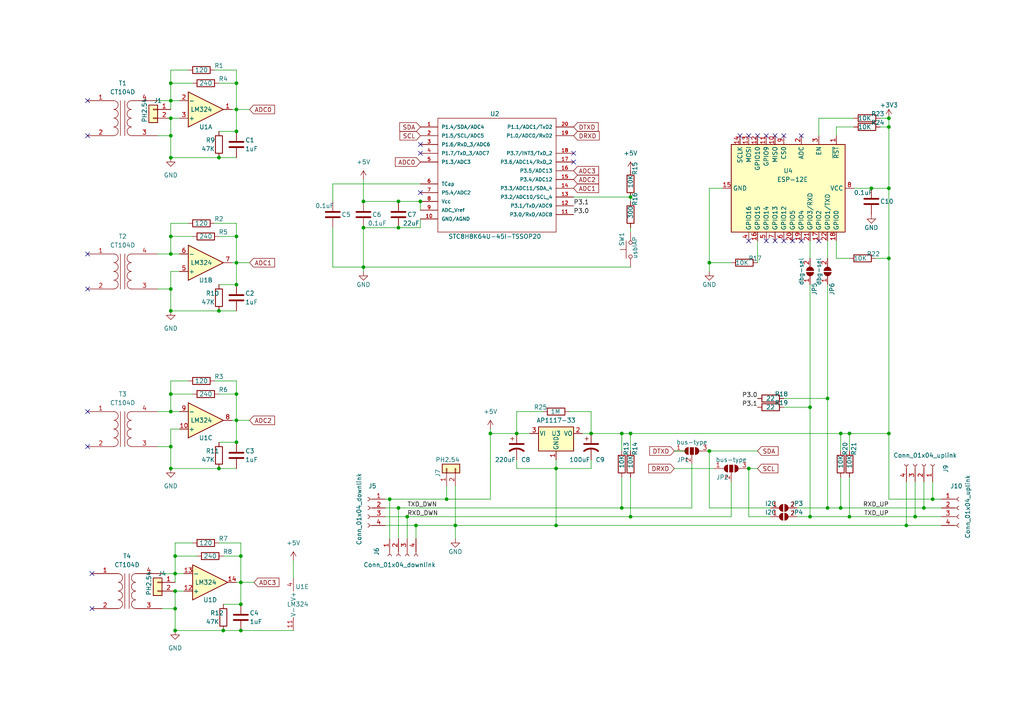
<source format=kicad_sch>
(kicad_sch (version 20211123) (generator eeschema)

  (uuid c0897e76-fd32-4b0d-bc48-a0fb6fd01800)

  (paper "A4")

  (lib_symbols
    (symbol "Amplifier_Operational:LM324" (pin_names (offset 0.127)) (in_bom yes) (on_board yes)
      (property "Reference" "U" (id 0) (at 0 5.08 0)
        (effects (font (size 1.27 1.27)) (justify left))
      )
      (property "Value" "LM324" (id 1) (at 0 -5.08 0)
        (effects (font (size 1.27 1.27)) (justify left))
      )
      (property "Footprint" "" (id 2) (at -1.27 2.54 0)
        (effects (font (size 1.27 1.27)) hide)
      )
      (property "Datasheet" "http://www.ti.com/lit/ds/symlink/lm2902-n.pdf" (id 3) (at 1.27 5.08 0)
        (effects (font (size 1.27 1.27)) hide)
      )
      (property "ki_locked" "" (id 4) (at 0 0 0)
        (effects (font (size 1.27 1.27)))
      )
      (property "ki_keywords" "quad opamp" (id 5) (at 0 0 0)
        (effects (font (size 1.27 1.27)) hide)
      )
      (property "ki_description" "Low-Power, Quad-Operational Amplifiers, DIP-14/SOIC-14/SSOP-14" (id 6) (at 0 0 0)
        (effects (font (size 1.27 1.27)) hide)
      )
      (property "ki_fp_filters" "SOIC*3.9x8.7mm*P1.27mm* DIP*W7.62mm* TSSOP*4.4x5mm*P0.65mm* SSOP*5.3x6.2mm*P0.65mm* MSOP*3x3mm*P0.5mm*" (id 7) (at 0 0 0)
        (effects (font (size 1.27 1.27)) hide)
      )
      (symbol "LM324_1_1"
        (polyline
          (pts
            (xy -5.08 5.08)
            (xy 5.08 0)
            (xy -5.08 -5.08)
            (xy -5.08 5.08)
          )
          (stroke (width 0.254) (type default) (color 0 0 0 0))
          (fill (type background))
        )
        (pin output line (at 7.62 0 180) (length 2.54)
          (name "~" (effects (font (size 1.27 1.27))))
          (number "1" (effects (font (size 1.27 1.27))))
        )
        (pin input line (at -7.62 -2.54 0) (length 2.54)
          (name "-" (effects (font (size 1.27 1.27))))
          (number "2" (effects (font (size 1.27 1.27))))
        )
        (pin input line (at -7.62 2.54 0) (length 2.54)
          (name "+" (effects (font (size 1.27 1.27))))
          (number "3" (effects (font (size 1.27 1.27))))
        )
      )
      (symbol "LM324_2_1"
        (polyline
          (pts
            (xy -5.08 5.08)
            (xy 5.08 0)
            (xy -5.08 -5.08)
            (xy -5.08 5.08)
          )
          (stroke (width 0.254) (type default) (color 0 0 0 0))
          (fill (type background))
        )
        (pin input line (at -7.62 2.54 0) (length 2.54)
          (name "+" (effects (font (size 1.27 1.27))))
          (number "5" (effects (font (size 1.27 1.27))))
        )
        (pin input line (at -7.62 -2.54 0) (length 2.54)
          (name "-" (effects (font (size 1.27 1.27))))
          (number "6" (effects (font (size 1.27 1.27))))
        )
        (pin output line (at 7.62 0 180) (length 2.54)
          (name "~" (effects (font (size 1.27 1.27))))
          (number "7" (effects (font (size 1.27 1.27))))
        )
      )
      (symbol "LM324_3_1"
        (polyline
          (pts
            (xy -5.08 5.08)
            (xy 5.08 0)
            (xy -5.08 -5.08)
            (xy -5.08 5.08)
          )
          (stroke (width 0.254) (type default) (color 0 0 0 0))
          (fill (type background))
        )
        (pin input line (at -7.62 2.54 0) (length 2.54)
          (name "+" (effects (font (size 1.27 1.27))))
          (number "10" (effects (font (size 1.27 1.27))))
        )
        (pin output line (at 7.62 0 180) (length 2.54)
          (name "~" (effects (font (size 1.27 1.27))))
          (number "8" (effects (font (size 1.27 1.27))))
        )
        (pin input line (at -7.62 -2.54 0) (length 2.54)
          (name "-" (effects (font (size 1.27 1.27))))
          (number "9" (effects (font (size 1.27 1.27))))
        )
      )
      (symbol "LM324_4_1"
        (polyline
          (pts
            (xy -5.08 5.08)
            (xy 5.08 0)
            (xy -5.08 -5.08)
            (xy -5.08 5.08)
          )
          (stroke (width 0.254) (type default) (color 0 0 0 0))
          (fill (type background))
        )
        (pin input line (at -7.62 2.54 0) (length 2.54)
          (name "+" (effects (font (size 1.27 1.27))))
          (number "12" (effects (font (size 1.27 1.27))))
        )
        (pin input line (at -7.62 -2.54 0) (length 2.54)
          (name "-" (effects (font (size 1.27 1.27))))
          (number "13" (effects (font (size 1.27 1.27))))
        )
        (pin output line (at 7.62 0 180) (length 2.54)
          (name "~" (effects (font (size 1.27 1.27))))
          (number "14" (effects (font (size 1.27 1.27))))
        )
      )
      (symbol "LM324_5_1"
        (pin power_in line (at -2.54 -7.62 90) (length 3.81)
          (name "V-" (effects (font (size 1.27 1.27))))
          (number "11" (effects (font (size 1.27 1.27))))
        )
        (pin power_in line (at -2.54 7.62 270) (length 3.81)
          (name "V+" (effects (font (size 1.27 1.27))))
          (number "4" (effects (font (size 1.27 1.27))))
        )
      )
    )
    (symbol "Connector:Conn_01x04_Female" (pin_names (offset 1.016) hide) (in_bom yes) (on_board yes)
      (property "Reference" "J" (id 0) (at 0 5.08 0)
        (effects (font (size 1.27 1.27)))
      )
      (property "Value" "Conn_01x04_Female" (id 1) (at 0 -7.62 0)
        (effects (font (size 1.27 1.27)))
      )
      (property "Footprint" "" (id 2) (at 0 0 0)
        (effects (font (size 1.27 1.27)) hide)
      )
      (property "Datasheet" "~" (id 3) (at 0 0 0)
        (effects (font (size 1.27 1.27)) hide)
      )
      (property "ki_keywords" "connector" (id 4) (at 0 0 0)
        (effects (font (size 1.27 1.27)) hide)
      )
      (property "ki_description" "Generic connector, single row, 01x04, script generated (kicad-library-utils/schlib/autogen/connector/)" (id 5) (at 0 0 0)
        (effects (font (size 1.27 1.27)) hide)
      )
      (property "ki_fp_filters" "Connector*:*_1x??_*" (id 6) (at 0 0 0)
        (effects (font (size 1.27 1.27)) hide)
      )
      (symbol "Conn_01x04_Female_1_1"
        (arc (start 0 -4.572) (mid -0.508 -5.08) (end 0 -5.588)
          (stroke (width 0.1524) (type default) (color 0 0 0 0))
          (fill (type none))
        )
        (arc (start 0 -2.032) (mid -0.508 -2.54) (end 0 -3.048)
          (stroke (width 0.1524) (type default) (color 0 0 0 0))
          (fill (type none))
        )
        (polyline
          (pts
            (xy -1.27 -5.08)
            (xy -0.508 -5.08)
          )
          (stroke (width 0.1524) (type default) (color 0 0 0 0))
          (fill (type none))
        )
        (polyline
          (pts
            (xy -1.27 -2.54)
            (xy -0.508 -2.54)
          )
          (stroke (width 0.1524) (type default) (color 0 0 0 0))
          (fill (type none))
        )
        (polyline
          (pts
            (xy -1.27 0)
            (xy -0.508 0)
          )
          (stroke (width 0.1524) (type default) (color 0 0 0 0))
          (fill (type none))
        )
        (polyline
          (pts
            (xy -1.27 2.54)
            (xy -0.508 2.54)
          )
          (stroke (width 0.1524) (type default) (color 0 0 0 0))
          (fill (type none))
        )
        (arc (start 0 0.508) (mid -0.508 0) (end 0 -0.508)
          (stroke (width 0.1524) (type default) (color 0 0 0 0))
          (fill (type none))
        )
        (arc (start 0 3.048) (mid -0.508 2.54) (end 0 2.032)
          (stroke (width 0.1524) (type default) (color 0 0 0 0))
          (fill (type none))
        )
        (pin passive line (at -5.08 2.54 0) (length 3.81)
          (name "Pin_1" (effects (font (size 1.27 1.27))))
          (number "1" (effects (font (size 1.27 1.27))))
        )
        (pin passive line (at -5.08 0 0) (length 3.81)
          (name "Pin_2" (effects (font (size 1.27 1.27))))
          (number "2" (effects (font (size 1.27 1.27))))
        )
        (pin passive line (at -5.08 -2.54 0) (length 3.81)
          (name "Pin_3" (effects (font (size 1.27 1.27))))
          (number "3" (effects (font (size 1.27 1.27))))
        )
        (pin passive line (at -5.08 -5.08 0) (length 3.81)
          (name "Pin_4" (effects (font (size 1.27 1.27))))
          (number "4" (effects (font (size 1.27 1.27))))
        )
      )
    )
    (symbol "Connector_Generic:Conn_01x02" (pin_names (offset 1.016) hide) (in_bom yes) (on_board yes)
      (property "Reference" "J" (id 0) (at 0 2.54 0)
        (effects (font (size 1.27 1.27)))
      )
      (property "Value" "Conn_01x02" (id 1) (at 0 -5.08 0)
        (effects (font (size 1.27 1.27)))
      )
      (property "Footprint" "" (id 2) (at 0 0 0)
        (effects (font (size 1.27 1.27)) hide)
      )
      (property "Datasheet" "~" (id 3) (at 0 0 0)
        (effects (font (size 1.27 1.27)) hide)
      )
      (property "ki_keywords" "connector" (id 4) (at 0 0 0)
        (effects (font (size 1.27 1.27)) hide)
      )
      (property "ki_description" "Generic connector, single row, 01x02, script generated (kicad-library-utils/schlib/autogen/connector/)" (id 5) (at 0 0 0)
        (effects (font (size 1.27 1.27)) hide)
      )
      (property "ki_fp_filters" "Connector*:*_1x??_*" (id 6) (at 0 0 0)
        (effects (font (size 1.27 1.27)) hide)
      )
      (symbol "Conn_01x02_1_1"
        (rectangle (start -1.27 -2.413) (end 0 -2.667)
          (stroke (width 0.1524) (type default) (color 0 0 0 0))
          (fill (type none))
        )
        (rectangle (start -1.27 0.127) (end 0 -0.127)
          (stroke (width 0.1524) (type default) (color 0 0 0 0))
          (fill (type none))
        )
        (rectangle (start -1.27 1.27) (end 1.27 -3.81)
          (stroke (width 0.254) (type default) (color 0 0 0 0))
          (fill (type background))
        )
        (pin passive line (at -5.08 0 0) (length 3.81)
          (name "Pin_1" (effects (font (size 1.27 1.27))))
          (number "1" (effects (font (size 1.27 1.27))))
        )
        (pin passive line (at -5.08 -2.54 0) (length 3.81)
          (name "Pin_2" (effects (font (size 1.27 1.27))))
          (number "2" (effects (font (size 1.27 1.27))))
        )
      )
    )
    (symbol "Device:C" (pin_numbers hide) (pin_names (offset 0.254)) (in_bom yes) (on_board yes)
      (property "Reference" "C" (id 0) (at 0.635 2.54 0)
        (effects (font (size 1.27 1.27)) (justify left))
      )
      (property "Value" "C" (id 1) (at 0.635 -2.54 0)
        (effects (font (size 1.27 1.27)) (justify left))
      )
      (property "Footprint" "" (id 2) (at 0.9652 -3.81 0)
        (effects (font (size 1.27 1.27)) hide)
      )
      (property "Datasheet" "~" (id 3) (at 0 0 0)
        (effects (font (size 1.27 1.27)) hide)
      )
      (property "ki_keywords" "cap capacitor" (id 4) (at 0 0 0)
        (effects (font (size 1.27 1.27)) hide)
      )
      (property "ki_description" "Unpolarized capacitor" (id 5) (at 0 0 0)
        (effects (font (size 1.27 1.27)) hide)
      )
      (property "ki_fp_filters" "C_*" (id 6) (at 0 0 0)
        (effects (font (size 1.27 1.27)) hide)
      )
      (symbol "C_0_1"
        (polyline
          (pts
            (xy -2.032 -0.762)
            (xy 2.032 -0.762)
          )
          (stroke (width 0.508) (type default) (color 0 0 0 0))
          (fill (type none))
        )
        (polyline
          (pts
            (xy -2.032 0.762)
            (xy 2.032 0.762)
          )
          (stroke (width 0.508) (type default) (color 0 0 0 0))
          (fill (type none))
        )
      )
      (symbol "C_1_1"
        (pin passive line (at 0 3.81 270) (length 2.794)
          (name "~" (effects (font (size 1.27 1.27))))
          (number "1" (effects (font (size 1.27 1.27))))
        )
        (pin passive line (at 0 -3.81 90) (length 2.794)
          (name "~" (effects (font (size 1.27 1.27))))
          (number "2" (effects (font (size 1.27 1.27))))
        )
      )
    )
    (symbol "Device:C_Polarized_US" (pin_numbers hide) (pin_names (offset 0.254) hide) (in_bom yes) (on_board yes)
      (property "Reference" "C" (id 0) (at 0.635 2.54 0)
        (effects (font (size 1.27 1.27)) (justify left))
      )
      (property "Value" "C_Polarized_US" (id 1) (at 0.635 -2.54 0)
        (effects (font (size 1.27 1.27)) (justify left))
      )
      (property "Footprint" "" (id 2) (at 0 0 0)
        (effects (font (size 1.27 1.27)) hide)
      )
      (property "Datasheet" "~" (id 3) (at 0 0 0)
        (effects (font (size 1.27 1.27)) hide)
      )
      (property "ki_keywords" "cap capacitor" (id 4) (at 0 0 0)
        (effects (font (size 1.27 1.27)) hide)
      )
      (property "ki_description" "Polarized capacitor, US symbol" (id 5) (at 0 0 0)
        (effects (font (size 1.27 1.27)) hide)
      )
      (property "ki_fp_filters" "CP_*" (id 6) (at 0 0 0)
        (effects (font (size 1.27 1.27)) hide)
      )
      (symbol "C_Polarized_US_0_1"
        (polyline
          (pts
            (xy -2.032 0.762)
            (xy 2.032 0.762)
          )
          (stroke (width 0.508) (type default) (color 0 0 0 0))
          (fill (type none))
        )
        (polyline
          (pts
            (xy -1.778 2.286)
            (xy -0.762 2.286)
          )
          (stroke (width 0) (type default) (color 0 0 0 0))
          (fill (type none))
        )
        (polyline
          (pts
            (xy -1.27 1.778)
            (xy -1.27 2.794)
          )
          (stroke (width 0) (type default) (color 0 0 0 0))
          (fill (type none))
        )
        (arc (start 2.032 -1.27) (mid 0 -0.5572) (end -2.032 -1.27)
          (stroke (width 0.508) (type default) (color 0 0 0 0))
          (fill (type none))
        )
      )
      (symbol "C_Polarized_US_1_1"
        (pin passive line (at 0 3.81 270) (length 2.794)
          (name "~" (effects (font (size 1.27 1.27))))
          (number "1" (effects (font (size 1.27 1.27))))
        )
        (pin passive line (at 0 -3.81 90) (length 3.302)
          (name "~" (effects (font (size 1.27 1.27))))
          (number "2" (effects (font (size 1.27 1.27))))
        )
      )
    )
    (symbol "Device:R" (pin_numbers hide) (pin_names (offset 0)) (in_bom yes) (on_board yes)
      (property "Reference" "R" (id 0) (at 2.032 0 90)
        (effects (font (size 1.27 1.27)))
      )
      (property "Value" "R" (id 1) (at 0 0 90)
        (effects (font (size 1.27 1.27)))
      )
      (property "Footprint" "" (id 2) (at -1.778 0 90)
        (effects (font (size 1.27 1.27)) hide)
      )
      (property "Datasheet" "~" (id 3) (at 0 0 0)
        (effects (font (size 1.27 1.27)) hide)
      )
      (property "ki_keywords" "R res resistor" (id 4) (at 0 0 0)
        (effects (font (size 1.27 1.27)) hide)
      )
      (property "ki_description" "Resistor" (id 5) (at 0 0 0)
        (effects (font (size 1.27 1.27)) hide)
      )
      (property "ki_fp_filters" "R_*" (id 6) (at 0 0 0)
        (effects (font (size 1.27 1.27)) hide)
      )
      (symbol "R_0_1"
        (rectangle (start -1.016 -2.54) (end 1.016 2.54)
          (stroke (width 0.254) (type default) (color 0 0 0 0))
          (fill (type none))
        )
      )
      (symbol "R_1_1"
        (pin passive line (at 0 3.81 270) (length 1.27)
          (name "~" (effects (font (size 1.27 1.27))))
          (number "1" (effects (font (size 1.27 1.27))))
        )
        (pin passive line (at 0 -3.81 90) (length 1.27)
          (name "~" (effects (font (size 1.27 1.27))))
          (number "2" (effects (font (size 1.27 1.27))))
        )
      )
    )
    (symbol "Device:Transformer_1P_1S" (pin_names (offset 1.016) hide) (in_bom yes) (on_board yes)
      (property "Reference" "T" (id 0) (at 0 6.35 0)
        (effects (font (size 1.27 1.27)))
      )
      (property "Value" "Transformer_1P_1S" (id 1) (at 0 -7.62 0)
        (effects (font (size 1.27 1.27)))
      )
      (property "Footprint" "" (id 2) (at 0 0 0)
        (effects (font (size 1.27 1.27)) hide)
      )
      (property "Datasheet" "~" (id 3) (at 0 0 0)
        (effects (font (size 1.27 1.27)) hide)
      )
      (property "ki_keywords" "transformer coil magnet" (id 4) (at 0 0 0)
        (effects (font (size 1.27 1.27)) hide)
      )
      (property "ki_description" "Transformer, single primary, single secondary" (id 5) (at 0 0 0)
        (effects (font (size 1.27 1.27)) hide)
      )
      (symbol "Transformer_1P_1S_0_1"
        (arc (start -2.54 -5.0546) (mid -1.6599 -4.6901) (end -1.27 -3.81)
          (stroke (width 0) (type default) (color 0 0 0 0))
          (fill (type none))
        )
        (arc (start -2.54 -2.5146) (mid -1.6599 -2.1501) (end -1.27 -1.27)
          (stroke (width 0) (type default) (color 0 0 0 0))
          (fill (type none))
        )
        (arc (start -2.54 0.0254) (mid -1.6599 0.3899) (end -1.27 1.27)
          (stroke (width 0) (type default) (color 0 0 0 0))
          (fill (type none))
        )
        (arc (start -2.54 2.5654) (mid -1.6599 2.9299) (end -1.27 3.81)
          (stroke (width 0) (type default) (color 0 0 0 0))
          (fill (type none))
        )
        (arc (start -1.27 -3.81) (mid -1.642 -2.912) (end -2.54 -2.54)
          (stroke (width 0) (type default) (color 0 0 0 0))
          (fill (type none))
        )
        (arc (start -1.27 -1.27) (mid -1.642 -0.372) (end -2.54 0)
          (stroke (width 0) (type default) (color 0 0 0 0))
          (fill (type none))
        )
        (arc (start -1.27 1.27) (mid -1.642 2.168) (end -2.54 2.54)
          (stroke (width 0) (type default) (color 0 0 0 0))
          (fill (type none))
        )
        (arc (start -1.27 3.81) (mid -1.642 4.708) (end -2.54 5.08)
          (stroke (width 0) (type default) (color 0 0 0 0))
          (fill (type none))
        )
        (polyline
          (pts
            (xy -0.635 5.08)
            (xy -0.635 -5.08)
          )
          (stroke (width 0) (type default) (color 0 0 0 0))
          (fill (type none))
        )
        (polyline
          (pts
            (xy 0.635 -5.08)
            (xy 0.635 5.08)
          )
          (stroke (width 0) (type default) (color 0 0 0 0))
          (fill (type none))
        )
        (arc (start 1.2954 -1.27) (mid 1.6599 -2.1501) (end 2.54 -2.5146)
          (stroke (width 0) (type default) (color 0 0 0 0))
          (fill (type none))
        )
        (arc (start 1.2954 1.27) (mid 1.6599 0.3899) (end 2.54 0.0254)
          (stroke (width 0) (type default) (color 0 0 0 0))
          (fill (type none))
        )
        (arc (start 1.2954 3.81) (mid 1.6599 2.9299) (end 2.54 2.5654)
          (stroke (width 0) (type default) (color 0 0 0 0))
          (fill (type none))
        )
        (arc (start 1.3208 -3.81) (mid 1.6853 -4.6901) (end 2.5654 -5.0546)
          (stroke (width 0) (type default) (color 0 0 0 0))
          (fill (type none))
        )
        (arc (start 2.54 0) (mid 1.642 -0.372) (end 1.2954 -1.27)
          (stroke (width 0) (type default) (color 0 0 0 0))
          (fill (type none))
        )
        (arc (start 2.54 2.54) (mid 1.642 2.168) (end 1.2954 1.27)
          (stroke (width 0) (type default) (color 0 0 0 0))
          (fill (type none))
        )
        (arc (start 2.54 5.08) (mid 1.642 4.708) (end 1.2954 3.81)
          (stroke (width 0) (type default) (color 0 0 0 0))
          (fill (type none))
        )
        (arc (start 2.5654 -2.54) (mid 1.6674 -2.912) (end 1.3208 -3.81)
          (stroke (width 0) (type default) (color 0 0 0 0))
          (fill (type none))
        )
      )
      (symbol "Transformer_1P_1S_1_1"
        (pin passive line (at -10.16 5.08 0) (length 7.62)
          (name "AA" (effects (font (size 1.27 1.27))))
          (number "1" (effects (font (size 1.27 1.27))))
        )
        (pin passive line (at -10.16 -5.08 0) (length 7.62)
          (name "AB" (effects (font (size 1.27 1.27))))
          (number "2" (effects (font (size 1.27 1.27))))
        )
        (pin passive line (at 10.16 -5.08 180) (length 7.62)
          (name "SA" (effects (font (size 1.27 1.27))))
          (number "3" (effects (font (size 1.27 1.27))))
        )
        (pin passive line (at 10.16 5.08 180) (length 7.62)
          (name "SB" (effects (font (size 1.27 1.27))))
          (number "4" (effects (font (size 1.27 1.27))))
        )
      )
    )
    (symbol "Jumper:SolderJumper_2_Open" (pin_names (offset 0) hide) (in_bom yes) (on_board yes)
      (property "Reference" "JP" (id 0) (at 0 2.032 0)
        (effects (font (size 1.27 1.27)))
      )
      (property "Value" "SolderJumper_2_Open" (id 1) (at 0 -2.54 0)
        (effects (font (size 1.27 1.27)))
      )
      (property "Footprint" "" (id 2) (at 0 0 0)
        (effects (font (size 1.27 1.27)) hide)
      )
      (property "Datasheet" "~" (id 3) (at 0 0 0)
        (effects (font (size 1.27 1.27)) hide)
      )
      (property "ki_keywords" "solder jumper SPST" (id 4) (at 0 0 0)
        (effects (font (size 1.27 1.27)) hide)
      )
      (property "ki_description" "Solder Jumper, 2-pole, open" (id 5) (at 0 0 0)
        (effects (font (size 1.27 1.27)) hide)
      )
      (property "ki_fp_filters" "SolderJumper*Open*" (id 6) (at 0 0 0)
        (effects (font (size 1.27 1.27)) hide)
      )
      (symbol "SolderJumper_2_Open_0_1"
        (arc (start -0.254 1.016) (mid -1.27 0) (end -0.254 -1.016)
          (stroke (width 0) (type default) (color 0 0 0 0))
          (fill (type none))
        )
        (arc (start -0.254 1.016) (mid -1.27 0) (end -0.254 -1.016)
          (stroke (width 0) (type default) (color 0 0 0 0))
          (fill (type outline))
        )
        (polyline
          (pts
            (xy -0.254 1.016)
            (xy -0.254 -1.016)
          )
          (stroke (width 0) (type default) (color 0 0 0 0))
          (fill (type none))
        )
        (polyline
          (pts
            (xy 0.254 1.016)
            (xy 0.254 -1.016)
          )
          (stroke (width 0) (type default) (color 0 0 0 0))
          (fill (type none))
        )
        (arc (start 0.254 -1.016) (mid 1.27 0) (end 0.254 1.016)
          (stroke (width 0) (type default) (color 0 0 0 0))
          (fill (type none))
        )
        (arc (start 0.254 -1.016) (mid 1.27 0) (end 0.254 1.016)
          (stroke (width 0) (type default) (color 0 0 0 0))
          (fill (type outline))
        )
      )
      (symbol "SolderJumper_2_Open_1_1"
        (pin passive line (at -3.81 0 0) (length 2.54)
          (name "A" (effects (font (size 1.27 1.27))))
          (number "1" (effects (font (size 1.27 1.27))))
        )
        (pin passive line (at 3.81 0 180) (length 2.54)
          (name "B" (effects (font (size 1.27 1.27))))
          (number "2" (effects (font (size 1.27 1.27))))
        )
      )
    )
    (symbol "Jumper:SolderJumper_3_Open" (pin_names (offset 0) hide) (in_bom yes) (on_board yes)
      (property "Reference" "JP" (id 0) (at -2.54 -2.54 0)
        (effects (font (size 1.27 1.27)))
      )
      (property "Value" "SolderJumper_3_Open" (id 1) (at 0 2.794 0)
        (effects (font (size 1.27 1.27)))
      )
      (property "Footprint" "" (id 2) (at 0 0 0)
        (effects (font (size 1.27 1.27)) hide)
      )
      (property "Datasheet" "~" (id 3) (at 0 0 0)
        (effects (font (size 1.27 1.27)) hide)
      )
      (property "ki_keywords" "Solder Jumper SPDT" (id 4) (at 0 0 0)
        (effects (font (size 1.27 1.27)) hide)
      )
      (property "ki_description" "Solder Jumper, 3-pole, open" (id 5) (at 0 0 0)
        (effects (font (size 1.27 1.27)) hide)
      )
      (property "ki_fp_filters" "SolderJumper*Open*" (id 6) (at 0 0 0)
        (effects (font (size 1.27 1.27)) hide)
      )
      (symbol "SolderJumper_3_Open_0_1"
        (arc (start -1.016 1.016) (mid -2.032 0) (end -1.016 -1.016)
          (stroke (width 0) (type default) (color 0 0 0 0))
          (fill (type none))
        )
        (arc (start -1.016 1.016) (mid -2.032 0) (end -1.016 -1.016)
          (stroke (width 0) (type default) (color 0 0 0 0))
          (fill (type outline))
        )
        (rectangle (start -0.508 1.016) (end 0.508 -1.016)
          (stroke (width 0) (type default) (color 0 0 0 0))
          (fill (type outline))
        )
        (polyline
          (pts
            (xy -2.54 0)
            (xy -2.032 0)
          )
          (stroke (width 0) (type default) (color 0 0 0 0))
          (fill (type none))
        )
        (polyline
          (pts
            (xy -1.016 1.016)
            (xy -1.016 -1.016)
          )
          (stroke (width 0) (type default) (color 0 0 0 0))
          (fill (type none))
        )
        (polyline
          (pts
            (xy 0 -1.27)
            (xy 0 -1.016)
          )
          (stroke (width 0) (type default) (color 0 0 0 0))
          (fill (type none))
        )
        (polyline
          (pts
            (xy 1.016 1.016)
            (xy 1.016 -1.016)
          )
          (stroke (width 0) (type default) (color 0 0 0 0))
          (fill (type none))
        )
        (polyline
          (pts
            (xy 2.54 0)
            (xy 2.032 0)
          )
          (stroke (width 0) (type default) (color 0 0 0 0))
          (fill (type none))
        )
        (arc (start 1.016 -1.016) (mid 2.032 0) (end 1.016 1.016)
          (stroke (width 0) (type default) (color 0 0 0 0))
          (fill (type none))
        )
        (arc (start 1.016 -1.016) (mid 2.032 0) (end 1.016 1.016)
          (stroke (width 0) (type default) (color 0 0 0 0))
          (fill (type outline))
        )
      )
      (symbol "SolderJumper_3_Open_1_1"
        (pin passive line (at -5.08 0 0) (length 2.54)
          (name "A" (effects (font (size 1.27 1.27))))
          (number "1" (effects (font (size 1.27 1.27))))
        )
        (pin passive line (at 0 -3.81 90) (length 2.54)
          (name "C" (effects (font (size 1.27 1.27))))
          (number "2" (effects (font (size 1.27 1.27))))
        )
        (pin passive line (at 5.08 0 180) (length 2.54)
          (name "B" (effects (font (size 1.27 1.27))))
          (number "3" (effects (font (size 1.27 1.27))))
        )
      )
    )
    (symbol "MCU-HT:STC8Hnnn20P" (pin_names (offset 1.016)) (in_bom yes) (on_board yes)
      (property "Reference" "U?" (id 0) (at -5.08 0 0)
        (effects (font (size 1.27 1.27)))
      )
      (property "Value" "STC8Hnnn20P" (id 1) (at -5.08 2.54 0)
        (effects (font (size 1.27 1.27)))
      )
      (property "Footprint" "" (id 2) (at -7.62 -1.27 0)
        (effects (font (size 1.27 1.27)) hide)
      )
      (property "Datasheet" "" (id 3) (at -7.62 -1.27 0)
        (effects (font (size 1.27 1.27)) hide)
      )
      (property "ki_locked" "" (id 4) (at 0 0 0)
        (effects (font (size 1.27 1.27)))
      )
      (symbol "STC8Hnnn20P_1_0"
        (polyline
          (pts
            (xy -17.78 -13.97)
            (xy 16.51 -13.97)
          )
          (stroke (width 0) (type default) (color 0 0 0 0))
          (fill (type none))
        )
        (polyline
          (pts
            (xy -17.78 19.05)
            (xy -17.78 -13.97)
          )
          (stroke (width 0) (type default) (color 0 0 0 0))
          (fill (type none))
        )
        (polyline
          (pts
            (xy 16.51 -13.97)
            (xy 16.51 19.05)
          )
          (stroke (width 0) (type default) (color 0 0 0 0))
          (fill (type none))
        )
        (polyline
          (pts
            (xy 16.51 19.05)
            (xy -17.78 19.05)
          )
          (stroke (width 0) (type default) (color 0 0 0 0))
          (fill (type none))
        )
      )
      (symbol "STC8Hnnn20P_1_1"
        (rectangle (start -24.13 -5.08) (end -24.13 -5.08)
          (stroke (width 0) (type default) (color 0 0 0 0))
          (fill (type none))
        )
        (pin bidirectional line (at -22.86 16.51 0) (length 5.08)
          (name "P1.4/SDA/ADC4" (effects (font (size 1.016 1.016))))
          (number "1" (effects (font (size 1.016 1.016))))
        )
        (pin power_in line (at -22.86 -10.16 0) (length 5.08)
          (name "GND/AGND" (effects (font (size 1.016 1.016))))
          (number "10" (effects (font (size 1.016 1.016))))
        )
        (pin bidirectional line (at 21.59 -8.89 180) (length 5.08)
          (name "P3.0/RxD/ADC8" (effects (font (size 1.016 1.016))))
          (number "11" (effects (font (size 1.016 1.016))))
        )
        (pin bidirectional line (at 21.59 -6.35 180) (length 5.08)
          (name "P3.1/TxD/ADC9" (effects (font (size 1.016 1.016))))
          (number "12" (effects (font (size 1.016 1.016))))
        )
        (pin bidirectional line (at 21.59 -3.81 180) (length 5.08)
          (name "P3.2/ADC10/SCL_4" (effects (font (size 1.016 1.016))))
          (number "13" (effects (font (size 1.016 1.016))))
        )
        (pin bidirectional line (at 21.59 -1.27 180) (length 5.08)
          (name "P3.3/ADC11/SDA_4" (effects (font (size 1.016 1.016))))
          (number "14" (effects (font (size 1.016 1.016))))
        )
        (pin bidirectional line (at 21.59 1.27 180) (length 5.08)
          (name "P3.4/ADC12" (effects (font (size 1.016 1.016))))
          (number "15" (effects (font (size 1.016 1.016))))
        )
        (pin bidirectional line (at 21.59 3.81 180) (length 5.08)
          (name "P3.5/ADC13" (effects (font (size 1.016 1.016))))
          (number "16" (effects (font (size 1.016 1.016))))
        )
        (pin bidirectional line (at 21.59 6.35 180) (length 5.08)
          (name "P3.6/ADC14/RxD_2" (effects (font (size 1.016 1.016))))
          (number "17" (effects (font (size 1.016 1.016))))
        )
        (pin bidirectional line (at 21.59 8.89 180) (length 5.08)
          (name "P3.7/INT3/TxD_2" (effects (font (size 1.016 1.016))))
          (number "18" (effects (font (size 1.016 1.016))))
        )
        (pin bidirectional line (at 21.59 13.97 180) (length 5.08)
          (name "P1.0/ADC0/RxD2" (effects (font (size 1.016 1.016))))
          (number "19" (effects (font (size 1.016 1.016))))
        )
        (pin bidirectional line (at -22.86 13.97 0) (length 5.08)
          (name "P1.5/SCL/ADC5" (effects (font (size 1.016 1.016))))
          (number "2" (effects (font (size 1.016 1.016))))
        )
        (pin bidirectional line (at 21.59 16.51 180) (length 5.08)
          (name "P1.1/ADC1/TxD2" (effects (font (size 1.016 1.016))))
          (number "20" (effects (font (size 1.016 1.016))))
        )
        (pin bidirectional line (at -22.86 11.43 0) (length 5.08)
          (name "P1.6/RxD_3/ADC6" (effects (font (size 1.016 1.016))))
          (number "3" (effects (font (size 1.016 1.016))))
        )
        (pin bidirectional line (at -22.86 8.89 0) (length 5.08)
          (name "P1.7/TxD_3/ADC7" (effects (font (size 1.016 1.016))))
          (number "4" (effects (font (size 1.016 1.016))))
        )
        (pin bidirectional line (at -22.86 6.35 0) (length 5.08)
          (name "P1.3/ADC3" (effects (font (size 1.016 1.016))))
          (number "5" (effects (font (size 1.016 1.016))))
        )
        (pin bidirectional line (at -22.86 0 0) (length 5.08)
          (name "TCap" (effects (font (size 1.016 1.016))))
          (number "6" (effects (font (size 1.016 1.016))))
        )
        (pin bidirectional line (at -22.86 -2.54 0) (length 5.08)
          (name "P5.4/ADC2" (effects (font (size 1.016 1.016))))
          (number "7" (effects (font (size 1.016 1.016))))
        )
        (pin power_in line (at -22.86 -5.08 0) (length 5.08)
          (name "Vcc" (effects (font (size 1.016 1.016))))
          (number "8" (effects (font (size 1.016 1.016))))
        )
        (pin input line (at -22.86 -7.62 0) (length 5.08)
          (name "ADC_Vref" (effects (font (size 1.016 1.016))))
          (number "9" (effects (font (size 1.016 1.016))))
        )
      )
    )
    (symbol "RF_Module:ESP-12E" (in_bom yes) (on_board yes)
      (property "Reference" "U" (id 0) (at -12.7 19.05 0)
        (effects (font (size 1.27 1.27)) (justify left))
      )
      (property "Value" "ESP-12E" (id 1) (at 12.7 19.05 0)
        (effects (font (size 1.27 1.27)) (justify right))
      )
      (property "Footprint" "RF_Module:ESP-12E" (id 2) (at 0 0 0)
        (effects (font (size 1.27 1.27)) hide)
      )
      (property "Datasheet" "http://wiki.ai-thinker.com/_media/esp8266/esp8266_series_modules_user_manual_v1.1.pdf" (id 3) (at -8.89 2.54 0)
        (effects (font (size 1.27 1.27)) hide)
      )
      (property "ki_keywords" "802.11 Wi-Fi" (id 4) (at 0 0 0)
        (effects (font (size 1.27 1.27)) hide)
      )
      (property "ki_description" "802.11 b/g/n Wi-Fi Module" (id 5) (at 0 0 0)
        (effects (font (size 1.27 1.27)) hide)
      )
      (property "ki_fp_filters" "ESP?12*" (id 6) (at 0 0 0)
        (effects (font (size 1.27 1.27)) hide)
      )
      (symbol "ESP-12E_0_1"
        (rectangle (start -12.7 17.78) (end 12.7 -15.24)
          (stroke (width 0.254) (type default) (color 0 0 0 0))
          (fill (type background))
        )
      )
      (symbol "ESP-12E_1_1"
        (pin input line (at -15.24 15.24 0) (length 2.54)
          (name "~{RST}" (effects (font (size 1.27 1.27))))
          (number "1" (effects (font (size 1.27 1.27))))
        )
        (pin bidirectional line (at -15.24 -2.54 0) (length 2.54)
          (name "MISO" (effects (font (size 1.27 1.27))))
          (number "10" (effects (font (size 1.27 1.27))))
        )
        (pin bidirectional line (at -15.24 -5.08 0) (length 2.54)
          (name "GPIO9" (effects (font (size 1.27 1.27))))
          (number "11" (effects (font (size 1.27 1.27))))
        )
        (pin bidirectional line (at -15.24 -7.62 0) (length 2.54)
          (name "GPIO10" (effects (font (size 1.27 1.27))))
          (number "12" (effects (font (size 1.27 1.27))))
        )
        (pin bidirectional line (at -15.24 -10.16 0) (length 2.54)
          (name "MOSI" (effects (font (size 1.27 1.27))))
          (number "13" (effects (font (size 1.27 1.27))))
        )
        (pin bidirectional line (at -15.24 -12.7 0) (length 2.54)
          (name "SCLK" (effects (font (size 1.27 1.27))))
          (number "14" (effects (font (size 1.27 1.27))))
        )
        (pin power_in line (at 0 -17.78 90) (length 2.54)
          (name "GND" (effects (font (size 1.27 1.27))))
          (number "15" (effects (font (size 1.27 1.27))))
        )
        (pin bidirectional line (at 15.24 -7.62 180) (length 2.54)
          (name "GPIO15" (effects (font (size 1.27 1.27))))
          (number "16" (effects (font (size 1.27 1.27))))
        )
        (pin bidirectional line (at 15.24 10.16 180) (length 2.54)
          (name "GPIO2" (effects (font (size 1.27 1.27))))
          (number "17" (effects (font (size 1.27 1.27))))
        )
        (pin bidirectional line (at 15.24 15.24 180) (length 2.54)
          (name "GPIO0" (effects (font (size 1.27 1.27))))
          (number "18" (effects (font (size 1.27 1.27))))
        )
        (pin bidirectional line (at 15.24 5.08 180) (length 2.54)
          (name "GPIO4" (effects (font (size 1.27 1.27))))
          (number "19" (effects (font (size 1.27 1.27))))
        )
        (pin input line (at -15.24 5.08 0) (length 2.54)
          (name "ADC" (effects (font (size 1.27 1.27))))
          (number "2" (effects (font (size 1.27 1.27))))
        )
        (pin bidirectional line (at 15.24 2.54 180) (length 2.54)
          (name "GPIO5" (effects (font (size 1.27 1.27))))
          (number "20" (effects (font (size 1.27 1.27))))
        )
        (pin bidirectional line (at 15.24 7.62 180) (length 2.54)
          (name "GPIO3/RXD" (effects (font (size 1.27 1.27))))
          (number "21" (effects (font (size 1.27 1.27))))
        )
        (pin bidirectional line (at 15.24 12.7 180) (length 2.54)
          (name "GPIO1/TXD" (effects (font (size 1.27 1.27))))
          (number "22" (effects (font (size 1.27 1.27))))
        )
        (pin input line (at -15.24 10.16 0) (length 2.54)
          (name "EN" (effects (font (size 1.27 1.27))))
          (number "3" (effects (font (size 1.27 1.27))))
        )
        (pin bidirectional line (at 15.24 -10.16 180) (length 2.54)
          (name "GPIO16" (effects (font (size 1.27 1.27))))
          (number "4" (effects (font (size 1.27 1.27))))
        )
        (pin bidirectional line (at 15.24 -5.08 180) (length 2.54)
          (name "GPIO14" (effects (font (size 1.27 1.27))))
          (number "5" (effects (font (size 1.27 1.27))))
        )
        (pin bidirectional line (at 15.24 0 180) (length 2.54)
          (name "GPIO12" (effects (font (size 1.27 1.27))))
          (number "6" (effects (font (size 1.27 1.27))))
        )
        (pin bidirectional line (at 15.24 -2.54 180) (length 2.54)
          (name "GPIO13" (effects (font (size 1.27 1.27))))
          (number "7" (effects (font (size 1.27 1.27))))
        )
        (pin power_in line (at 0 20.32 270) (length 2.54)
          (name "VCC" (effects (font (size 1.27 1.27))))
          (number "8" (effects (font (size 1.27 1.27))))
        )
        (pin input line (at -15.24 0 0) (length 2.54)
          (name "CS0" (effects (font (size 1.27 1.27))))
          (number "9" (effects (font (size 1.27 1.27))))
        )
      )
    )
    (symbol "Regulator_Linear:AP1117-33" (pin_names (offset 0.254)) (in_bom yes) (on_board yes)
      (property "Reference" "U" (id 0) (at -3.81 3.175 0)
        (effects (font (size 1.27 1.27)))
      )
      (property "Value" "AP1117-33" (id 1) (at 0 3.175 0)
        (effects (font (size 1.27 1.27)) (justify left))
      )
      (property "Footprint" "Package_TO_SOT_SMD:SOT-223-3_TabPin2" (id 2) (at 0 5.08 0)
        (effects (font (size 1.27 1.27)) hide)
      )
      (property "Datasheet" "http://www.diodes.com/datasheets/AP1117.pdf" (id 3) (at 2.54 -6.35 0)
        (effects (font (size 1.27 1.27)) hide)
      )
      (property "ki_keywords" "linear regulator ldo fixed positive obsolete" (id 4) (at 0 0 0)
        (effects (font (size 1.27 1.27)) hide)
      )
      (property "ki_description" "1A Low Dropout regulator, positive, 3.3V fixed output, SOT-223" (id 5) (at 0 0 0)
        (effects (font (size 1.27 1.27)) hide)
      )
      (property "ki_fp_filters" "SOT?223*TabPin2*" (id 6) (at 0 0 0)
        (effects (font (size 1.27 1.27)) hide)
      )
      (symbol "AP1117-33_0_1"
        (rectangle (start -5.08 -5.08) (end 5.08 1.905)
          (stroke (width 0.254) (type default) (color 0 0 0 0))
          (fill (type background))
        )
      )
      (symbol "AP1117-33_1_1"
        (pin power_in line (at 0 -7.62 90) (length 2.54)
          (name "GND" (effects (font (size 1.27 1.27))))
          (number "1" (effects (font (size 1.27 1.27))))
        )
        (pin power_out line (at 7.62 0 180) (length 2.54)
          (name "VO" (effects (font (size 1.27 1.27))))
          (number "2" (effects (font (size 1.27 1.27))))
        )
        (pin power_in line (at -7.62 0 0) (length 2.54)
          (name "VI" (effects (font (size 1.27 1.27))))
          (number "3" (effects (font (size 1.27 1.27))))
        )
      )
    )
    (symbol "Switch:SW_Push" (pin_numbers hide) (pin_names (offset 1.016) hide) (in_bom yes) (on_board yes)
      (property "Reference" "SW" (id 0) (at 1.27 2.54 0)
        (effects (font (size 1.27 1.27)) (justify left))
      )
      (property "Value" "SW_Push" (id 1) (at 0 -1.524 0)
        (effects (font (size 1.27 1.27)))
      )
      (property "Footprint" "" (id 2) (at 0 5.08 0)
        (effects (font (size 1.27 1.27)) hide)
      )
      (property "Datasheet" "~" (id 3) (at 0 5.08 0)
        (effects (font (size 1.27 1.27)) hide)
      )
      (property "ki_keywords" "switch normally-open pushbutton push-button" (id 4) (at 0 0 0)
        (effects (font (size 1.27 1.27)) hide)
      )
      (property "ki_description" "Push button switch, generic, two pins" (id 5) (at 0 0 0)
        (effects (font (size 1.27 1.27)) hide)
      )
      (symbol "SW_Push_0_1"
        (circle (center -2.032 0) (radius 0.508)
          (stroke (width 0) (type default) (color 0 0 0 0))
          (fill (type none))
        )
        (polyline
          (pts
            (xy 0 1.27)
            (xy 0 3.048)
          )
          (stroke (width 0) (type default) (color 0 0 0 0))
          (fill (type none))
        )
        (polyline
          (pts
            (xy 2.54 1.27)
            (xy -2.54 1.27)
          )
          (stroke (width 0) (type default) (color 0 0 0 0))
          (fill (type none))
        )
        (circle (center 2.032 0) (radius 0.508)
          (stroke (width 0) (type default) (color 0 0 0 0))
          (fill (type none))
        )
        (pin passive line (at -5.08 0 0) (length 2.54)
          (name "1" (effects (font (size 1.27 1.27))))
          (number "1" (effects (font (size 1.27 1.27))))
        )
        (pin passive line (at 5.08 0 180) (length 2.54)
          (name "2" (effects (font (size 1.27 1.27))))
          (number "2" (effects (font (size 1.27 1.27))))
        )
      )
    )
    (symbol "power:+3V3" (power) (pin_names (offset 0)) (in_bom yes) (on_board yes)
      (property "Reference" "#PWR" (id 0) (at 0 -3.81 0)
        (effects (font (size 1.27 1.27)) hide)
      )
      (property "Value" "+3V3" (id 1) (at 0 3.556 0)
        (effects (font (size 1.27 1.27)))
      )
      (property "Footprint" "" (id 2) (at 0 0 0)
        (effects (font (size 1.27 1.27)) hide)
      )
      (property "Datasheet" "" (id 3) (at 0 0 0)
        (effects (font (size 1.27 1.27)) hide)
      )
      (property "ki_keywords" "global power" (id 4) (at 0 0 0)
        (effects (font (size 1.27 1.27)) hide)
      )
      (property "ki_description" "Power symbol creates a global label with name \"+3V3\"" (id 5) (at 0 0 0)
        (effects (font (size 1.27 1.27)) hide)
      )
      (symbol "+3V3_0_1"
        (polyline
          (pts
            (xy -0.762 1.27)
            (xy 0 2.54)
          )
          (stroke (width 0) (type default) (color 0 0 0 0))
          (fill (type none))
        )
        (polyline
          (pts
            (xy 0 0)
            (xy 0 2.54)
          )
          (stroke (width 0) (type default) (color 0 0 0 0))
          (fill (type none))
        )
        (polyline
          (pts
            (xy 0 2.54)
            (xy 0.762 1.27)
          )
          (stroke (width 0) (type default) (color 0 0 0 0))
          (fill (type none))
        )
      )
      (symbol "+3V3_1_1"
        (pin power_in line (at 0 0 90) (length 0) hide
          (name "+3V3" (effects (font (size 1.27 1.27))))
          (number "1" (effects (font (size 1.27 1.27))))
        )
      )
    )
    (symbol "power:+5V" (power) (pin_names (offset 0)) (in_bom yes) (on_board yes)
      (property "Reference" "#PWR" (id 0) (at 0 -3.81 0)
        (effects (font (size 1.27 1.27)) hide)
      )
      (property "Value" "+5V" (id 1) (at 0 3.556 0)
        (effects (font (size 1.27 1.27)))
      )
      (property "Footprint" "" (id 2) (at 0 0 0)
        (effects (font (size 1.27 1.27)) hide)
      )
      (property "Datasheet" "" (id 3) (at 0 0 0)
        (effects (font (size 1.27 1.27)) hide)
      )
      (property "ki_keywords" "global power" (id 4) (at 0 0 0)
        (effects (font (size 1.27 1.27)) hide)
      )
      (property "ki_description" "Power symbol creates a global label with name \"+5V\"" (id 5) (at 0 0 0)
        (effects (font (size 1.27 1.27)) hide)
      )
      (symbol "+5V_0_1"
        (polyline
          (pts
            (xy -0.762 1.27)
            (xy 0 2.54)
          )
          (stroke (width 0) (type default) (color 0 0 0 0))
          (fill (type none))
        )
        (polyline
          (pts
            (xy 0 0)
            (xy 0 2.54)
          )
          (stroke (width 0) (type default) (color 0 0 0 0))
          (fill (type none))
        )
        (polyline
          (pts
            (xy 0 2.54)
            (xy 0.762 1.27)
          )
          (stroke (width 0) (type default) (color 0 0 0 0))
          (fill (type none))
        )
      )
      (symbol "+5V_1_1"
        (pin power_in line (at 0 0 90) (length 0) hide
          (name "+5V" (effects (font (size 1.27 1.27))))
          (number "1" (effects (font (size 1.27 1.27))))
        )
      )
    )
    (symbol "power:GND" (power) (pin_names (offset 0)) (in_bom yes) (on_board yes)
      (property "Reference" "#PWR" (id 0) (at 0 -6.35 0)
        (effects (font (size 1.27 1.27)) hide)
      )
      (property "Value" "GND" (id 1) (at 0 -3.81 0)
        (effects (font (size 1.27 1.27)))
      )
      (property "Footprint" "" (id 2) (at 0 0 0)
        (effects (font (size 1.27 1.27)) hide)
      )
      (property "Datasheet" "" (id 3) (at 0 0 0)
        (effects (font (size 1.27 1.27)) hide)
      )
      (property "ki_keywords" "global power" (id 4) (at 0 0 0)
        (effects (font (size 1.27 1.27)) hide)
      )
      (property "ki_description" "Power symbol creates a global label with name \"GND\" , ground" (id 5) (at 0 0 0)
        (effects (font (size 1.27 1.27)) hide)
      )
      (symbol "GND_0_1"
        (polyline
          (pts
            (xy 0 0)
            (xy 0 -1.27)
            (xy 1.27 -1.27)
            (xy 0 -2.54)
            (xy -1.27 -1.27)
            (xy 0 -1.27)
          )
          (stroke (width 0) (type default) (color 0 0 0 0))
          (fill (type none))
        )
      )
      (symbol "GND_1_1"
        (pin power_in line (at 0 0 270) (length 0) hide
          (name "GND" (effects (font (size 1.27 1.27))))
          (number "1" (effects (font (size 1.27 1.27))))
        )
      )
    )
  )

  (junction (at 243.84 147.32) (diameter 0) (color 0 0 0 0)
    (uuid 013946b2-1051-4d2b-ac6f-b013db785d2a)
  )
  (junction (at 49.53 45.72) (diameter 0) (color 0 0 0 0)
    (uuid 04f48572-b4b4-4536-ba58-c5173473ec67)
  )
  (junction (at 246.38 125.73) (diameter 0) (color 0 0 0 0)
    (uuid 08386953-850b-4dce-8717-335eceb4e0ee)
  )
  (junction (at 115.57 58.42) (diameter 0) (color 0 0 0 0)
    (uuid 0b627e62-afbf-4fc3-8c0e-77f99f885412)
  )
  (junction (at 50.8 166.37) (diameter 0) (color 0 0 0 0)
    (uuid 0dd17fe1-2e79-4200-b50a-4a47299865b1)
  )
  (junction (at 240.03 147.32) (diameter 0) (color 0 0 0 0)
    (uuid 0ebecee9-3fbd-4dfe-8f8b-e05af542f0cb)
  )
  (junction (at 120.65 152.4) (diameter 0) (color 0 0 0 0)
    (uuid 15b20958-c098-41b5-8c65-960ebf66c3f4)
  )
  (junction (at 149.86 125.73) (diameter 0) (color 0 0 0 0)
    (uuid 1649703b-3444-4217-b41c-fa4ed8ce923e)
  )
  (junction (at 161.29 135.89) (diameter 0) (color 0 0 0 0)
    (uuid 1d071ce8-8072-46e5-b541-30089b7f8f8f)
  )
  (junction (at 257.81 74.93) (diameter 0) (color 0 0 0 0)
    (uuid 20294df6-311f-4db9-b75a-7c41832b8916)
  )
  (junction (at 69.85 161.29) (diameter 0) (color 0 0 0 0)
    (uuid 22f5464f-105a-47f7-a2de-902b6f83b79b)
  )
  (junction (at 50.8 161.29) (diameter 0) (color 0 0 0 0)
    (uuid 264c8efc-19fb-47cf-9cd3-3749a7d93fb0)
  )
  (junction (at 121.92 58.42) (diameter 0) (color 0 0 0 0)
    (uuid 269bc360-1839-4746-9749-0f94420ea2db)
  )
  (junction (at 63.5 45.72) (diameter 0) (color 0 0 0 0)
    (uuid 27e5e63a-f235-4363-a751-0b625ade5401)
  )
  (junction (at 252.73 54.61) (diameter 0) (color 0 0 0 0)
    (uuid 28976f6f-b806-4aef-b8ec-3828643bccbf)
  )
  (junction (at 217.17 135.89) (diameter 0) (color 0 0 0 0)
    (uuid 2aa29f8f-3223-40bd-8352-f1cb25c4bde0)
  )
  (junction (at 257.81 36.83) (diameter 0) (color 0 0 0 0)
    (uuid 2c28294f-cdce-491f-82ea-cbd7523cce10)
  )
  (junction (at 68.58 114.3) (diameter 0) (color 0 0 0 0)
    (uuid 2e8c92b8-b304-454f-874d-c3d2e2c6b862)
  )
  (junction (at 69.85 168.91) (diameter 0) (color 0 0 0 0)
    (uuid 2f225f56-3d2d-4a42-b220-aa62a8b5eeea)
  )
  (junction (at 257.81 125.73) (diameter 0) (color 0 0 0 0)
    (uuid 32dc0503-8c2a-406c-b437-70d0923ace75)
  )
  (junction (at 113.03 144.78) (diameter 0) (color 0 0 0 0)
    (uuid 33648416-b636-49af-9854-bc9f75bca38e)
  )
  (junction (at 205.74 130.81) (diameter 0) (color 0 0 0 0)
    (uuid 34882fc7-d4a6-4d85-890d-1cbb03e7b932)
  )
  (junction (at 265.43 149.86) (diameter 0) (color 0 0 0 0)
    (uuid 44ab2d79-b607-4dae-bff9-2652255777ba)
  )
  (junction (at 68.58 31.75) (diameter 0) (color 0 0 0 0)
    (uuid 47237c3d-2883-4ffc-8a8c-5785d8d845d0)
  )
  (junction (at 49.53 29.21) (diameter 0) (color 0 0 0 0)
    (uuid 5104d28a-b23f-401b-8b8b-bd494813ae20)
  )
  (junction (at 161.29 152.4) (diameter 0) (color 0 0 0 0)
    (uuid 52e6bc49-3b00-4d70-88b0-88983e26b0f2)
  )
  (junction (at 50.8 171.45) (diameter 0) (color 0 0 0 0)
    (uuid 531febf2-2762-435a-9d96-d8c834b6c56b)
  )
  (junction (at 49.53 39.37) (diameter 0) (color 0 0 0 0)
    (uuid 54262aea-9dd3-44f6-8451-3f46b2b4f6bd)
  )
  (junction (at 68.58 24.13) (diameter 0) (color 0 0 0 0)
    (uuid 5cd5e9ae-7444-4aaf-ac1c-49b6db2b26f5)
  )
  (junction (at 49.53 90.17) (diameter 0) (color 0 0 0 0)
    (uuid 5fcf7e0d-e210-407e-9dfb-bd58b82b2bd9)
  )
  (junction (at 180.34 147.32) (diameter 0) (color 0 0 0 0)
    (uuid 6060284b-4c78-4ce2-a526-a1928464b811)
  )
  (junction (at 64.77 182.88) (diameter 0) (color 0 0 0 0)
    (uuid 60e74a0f-d83c-454d-8502-e81545d1c7b7)
  )
  (junction (at 49.53 129.54) (diameter 0) (color 0 0 0 0)
    (uuid 630730f8-6046-49f8-bad6-ad240fbb5c72)
  )
  (junction (at 68.58 76.2) (diameter 0) (color 0 0 0 0)
    (uuid 68732709-7c9f-4fe3-8caf-5c3e69c2b2f2)
  )
  (junction (at 68.58 121.92) (diameter 0) (color 0 0 0 0)
    (uuid 6967b8fb-90af-4033-a8cf-0c483928e039)
  )
  (junction (at 129.54 144.78) (diameter 0) (color 0 0 0 0)
    (uuid 6de88d41-3dbf-4eed-8726-dfa5beefe98f)
  )
  (junction (at 262.89 152.4) (diameter 0) (color 0 0 0 0)
    (uuid 71d899a2-30fd-4d96-bf6c-cf9e0a379792)
  )
  (junction (at 69.85 182.88) (diameter 0) (color 0 0 0 0)
    (uuid 73fc1a0c-ee40-49aa-9a6d-0f3a03b86889)
  )
  (junction (at 49.53 73.66) (diameter 0) (color 0 0 0 0)
    (uuid 74748782-fb91-473f-96f2-5da905da521f)
  )
  (junction (at 63.5 135.89) (diameter 0) (color 0 0 0 0)
    (uuid 7561763d-4e14-4cbe-9183-28ff277ca197)
  )
  (junction (at 68.58 128.27) (diameter 0) (color 0 0 0 0)
    (uuid 7c20f9e3-f91c-4faa-908e-7be42a394c82)
  )
  (junction (at 105.41 58.42) (diameter 0) (color 0 0 0 0)
    (uuid 7cabfabd-cd39-4276-acfc-46a03f0eb9bc)
  )
  (junction (at 270.51 144.78) (diameter 0) (color 0 0 0 0)
    (uuid 7d31052d-92cb-4690-a1dd-41d9a4cb860f)
  )
  (junction (at 105.41 66.04) (diameter 0) (color 0 0 0 0)
    (uuid 80cae7df-2df8-4587-bf02-a38ed5419ce5)
  )
  (junction (at 68.58 38.1) (diameter 0) (color 0 0 0 0)
    (uuid 8552a55e-b587-4651-b53f-6c6c6f922250)
  )
  (junction (at 50.8 182.88) (diameter 0) (color 0 0 0 0)
    (uuid 873eb9e5-67aa-4b26-a6af-ae173eadae37)
  )
  (junction (at 182.88 57.15) (diameter 0) (color 0 0 0 0)
    (uuid 8873b31d-ae07-45b9-b5f2-9312fae4fb79)
  )
  (junction (at 243.84 125.73) (diameter 0) (color 0 0 0 0)
    (uuid 8a9bd02a-f9ea-43f2-95de-57c64e5fddc6)
  )
  (junction (at 257.81 54.61) (diameter 0) (color 0 0 0 0)
    (uuid 8f96788b-44e0-4a1b-ab89-bc8a851a86d7)
  )
  (junction (at 246.38 149.86) (diameter 0) (color 0 0 0 0)
    (uuid 913dca05-fe49-4fe7-813f-981afabd2c7c)
  )
  (junction (at 49.53 83.82) (diameter 0) (color 0 0 0 0)
    (uuid 937a60e0-5494-4c0b-bd0e-eb0253f4c877)
  )
  (junction (at 267.97 147.32) (diameter 0) (color 0 0 0 0)
    (uuid 9e2f17f7-da87-4108-94b6-6121d016d92a)
  )
  (junction (at 49.53 24.13) (diameter 0) (color 0 0 0 0)
    (uuid a044f546-dce5-4774-b7fe-4ab3f58cbe37)
  )
  (junction (at 257.81 34.29) (diameter 0) (color 0 0 0 0)
    (uuid a16f004e-c571-4585-92ed-c29483cbc761)
  )
  (junction (at 240.03 115.57) (diameter 0) (color 0 0 0 0)
    (uuid a44bb84e-a4fa-4d75-9d40-7f204ef22ec2)
  )
  (junction (at 68.58 68.58) (diameter 0) (color 0 0 0 0)
    (uuid ae4aeb32-f0b8-48a8-a84d-848b010e3278)
  )
  (junction (at 182.88 149.86) (diameter 0) (color 0 0 0 0)
    (uuid aea3f6a7-a5af-4c31-82d8-51792255e6fb)
  )
  (junction (at 171.45 125.73) (diameter 0) (color 0 0 0 0)
    (uuid b39d8263-19f7-49f6-9188-8423cb76f467)
  )
  (junction (at 49.53 114.3) (diameter 0) (color 0 0 0 0)
    (uuid b5661198-09e5-48f8-9831-a795b7c4e504)
  )
  (junction (at 115.57 66.04) (diameter 0) (color 0 0 0 0)
    (uuid bb975ca0-3416-4662-80b2-e8457642e8bd)
  )
  (junction (at 49.53 119.38) (diameter 0) (color 0 0 0 0)
    (uuid bbddf258-d74d-4e2f-8a56-9eef7559c8f7)
  )
  (junction (at 205.74 76.2) (diameter 0) (color 0 0 0 0)
    (uuid c2e51555-e666-4e86-acfb-7d89d1ca1656)
  )
  (junction (at 68.58 82.55) (diameter 0) (color 0 0 0 0)
    (uuid c3eac1d4-5347-47ca-bc6d-dd270d061dd2)
  )
  (junction (at 182.88 125.73) (diameter 0) (color 0 0 0 0)
    (uuid c83bdaea-547d-422c-8949-56c6f5f63b9b)
  )
  (junction (at 115.57 147.32) (diameter 0) (color 0 0 0 0)
    (uuid cc514f23-6f6b-4205-9875-d7b1fcd7d4c6)
  )
  (junction (at 118.11 149.86) (diameter 0) (color 0 0 0 0)
    (uuid ce40f51f-0029-4278-8d86-fe7093cbf3e5)
  )
  (junction (at 105.41 77.47) (diameter 0) (color 0 0 0 0)
    (uuid cfbdc41f-4c67-4e0c-a4b3-b4b7c1f2996f)
  )
  (junction (at 234.95 149.86) (diameter 0) (color 0 0 0 0)
    (uuid d726a6c8-85b2-480a-9d99-37f97e33d302)
  )
  (junction (at 142.24 125.73) (diameter 0) (color 0 0 0 0)
    (uuid dc0a2c1b-c200-4f94-b4b8-fa166b0e53a6)
  )
  (junction (at 180.34 125.73) (diameter 0) (color 0 0 0 0)
    (uuid df38c0dd-106b-4d37-be02-b6be36aeea9c)
  )
  (junction (at 132.08 152.4) (diameter 0) (color 0 0 0 0)
    (uuid e8363fe5-ae66-4fdf-8c9f-24e13cad9ccd)
  )
  (junction (at 234.95 118.11) (diameter 0) (color 0 0 0 0)
    (uuid ec20632c-c538-491d-921c-8eb4a0c286f3)
  )
  (junction (at 49.53 68.58) (diameter 0) (color 0 0 0 0)
    (uuid eced1079-21e8-4872-bdd0-0f0e215df8ff)
  )
  (junction (at 69.85 175.26) (diameter 0) (color 0 0 0 0)
    (uuid f1e1230a-afd9-4092-9b90-56d0752ecaf8)
  )
  (junction (at 49.53 34.29) (diameter 0) (color 0 0 0 0)
    (uuid f2db08c2-06e6-4feb-b429-1ebe5c657ffc)
  )
  (junction (at 50.8 176.53) (diameter 0) (color 0 0 0 0)
    (uuid f301791c-14b8-45b7-9d23-db9eb11885c9)
  )
  (junction (at 63.5 90.17) (diameter 0) (color 0 0 0 0)
    (uuid f507ee2d-a242-45be-b93a-1b1fcf1105c4)
  )
  (junction (at 49.53 135.89) (diameter 0) (color 0 0 0 0)
    (uuid f71c277d-f7d4-4cb3-8455-34e309c20a2a)
  )

  (no_connect (at 237.49 69.85) (uuid 10c61d29-ac46-47e8-b35e-9b9d399c321c))
  (no_connect (at 227.33 69.85) (uuid 15e7cc02-46e8-49ee-b40c-e6e668ecaa1c))
  (no_connect (at 25.4 119.38) (uuid 1a5f1b37-fa82-4182-9bc0-18d9d7ce65ad))
  (no_connect (at 26.67 176.53) (uuid 38fe060b-d274-469e-a1a6-24346f59476f))
  (no_connect (at 25.4 39.37) (uuid 3ba7890d-7437-4b2e-8253-b040d756d2d4))
  (no_connect (at 25.4 83.82) (uuid 42ea5d09-5059-440b-b162-251d5239201c))
  (no_connect (at 224.79 69.85) (uuid 437fb005-d61f-46a5-9d27-a9b683cfc170))
  (no_connect (at 219.71 39.37) (uuid 44b3ecb8-af05-4446-8262-91cba74f54b4))
  (no_connect (at 25.4 29.21) (uuid 5228a394-96a9-4dcd-9499-e2ad59e10f79))
  (no_connect (at 222.25 39.37) (uuid 53beadae-55e6-4adb-9751-65a7f895d8b8))
  (no_connect (at 232.41 39.37) (uuid 59cc6d86-46c4-479d-ab1e-4a5c24276e8a))
  (no_connect (at 227.33 39.37) (uuid 5bb8f6bf-3ca8-4953-9e28-c5c0d3b6d67c))
  (no_connect (at 217.17 39.37) (uuid 69cf83ca-325d-430e-b59f-4ca71162da44))
  (no_connect (at 232.41 69.85) (uuid 6d2683ab-affa-4bc6-b0f3-30c00a21145b))
  (no_connect (at 121.92 44.45) (uuid 6f574b85-f346-416f-a83b-084d6b9801df))
  (no_connect (at 166.37 46.99) (uuid 9d70193a-e372-4b56-8f5c-0dc60d82607d))
  (no_connect (at 25.4 73.66) (uuid ae8570ac-138b-4064-9a79-9d658f9ba4a2))
  (no_connect (at 121.92 41.91) (uuid b51ee7be-b3b2-48bb-9720-0d53ada3a13f))
  (no_connect (at 229.87 69.85) (uuid b6ca756a-c2cd-411e-9e93-7cc22f0a4984))
  (no_connect (at 25.4 129.54) (uuid bec16aeb-c6e5-4b57-b318-aa58bc59958a))
  (no_connect (at 217.17 69.85) (uuid dc910dc4-0726-49b4-9cdb-d0d7ef9c6e35))
  (no_connect (at 166.37 44.45) (uuid e1cd08de-513e-42e9-8217-d2fdcae0635a))
  (no_connect (at 222.25 69.85) (uuid e586c65d-3b99-4362-b58d-155ffdd6dd9e))
  (no_connect (at 26.67 166.37) (uuid eaca93ae-1ad8-4f10-84c5-a9b5a50152ba))
  (no_connect (at 214.63 39.37) (uuid ec5605a2-5093-479f-9a50-a13745c3d9cc))
  (no_connect (at 121.92 55.88) (uuid ef20fd31-4b8c-4126-956e-00ca7643170d))
  (no_connect (at 224.79 39.37) (uuid ef5f480c-9bb0-47a2-a909-91e88cde5e53))

  (wire (pts (xy 50.8 176.53) (xy 46.99 176.53))
    (stroke (width 0) (type default) (color 0 0 0 0))
    (uuid 007934bb-7bbc-4bd2-973a-392590984c29)
  )
  (wire (pts (xy 63.5 45.72) (xy 68.58 45.72))
    (stroke (width 0) (type default) (color 0 0 0 0))
    (uuid 00ffcd7c-5e9f-4e3c-815a-c3409a7ad164)
  )
  (wire (pts (xy 262.89 139.7) (xy 262.89 152.4))
    (stroke (width 0) (type default) (color 0 0 0 0))
    (uuid 010a90c6-bcdc-4379-8f9f-c134afda0d58)
  )
  (wire (pts (xy 129.54 140.97) (xy 129.54 144.78))
    (stroke (width 0) (type default) (color 0 0 0 0))
    (uuid 02b2c82b-97d6-405a-9f13-d537a1ea4ba0)
  )
  (wire (pts (xy 50.8 171.45) (xy 50.8 176.53))
    (stroke (width 0) (type default) (color 0 0 0 0))
    (uuid 02d4b6f7-6575-4769-8d10-4dbc444f2717)
  )
  (wire (pts (xy 142.24 125.73) (xy 142.24 144.78))
    (stroke (width 0) (type default) (color 0 0 0 0))
    (uuid 033c46cc-0aa1-4565-9b4f-96b95aafbbc3)
  )
  (wire (pts (xy 217.17 149.86) (xy 223.52 149.86))
    (stroke (width 0) (type default) (color 0 0 0 0))
    (uuid 0399b7bb-2c19-4e19-aa2b-59072a07d265)
  )
  (wire (pts (xy 96.52 53.34) (xy 121.92 53.34))
    (stroke (width 0) (type default) (color 0 0 0 0))
    (uuid 0517b585-7e9a-443e-9259-a575cda35940)
  )
  (wire (pts (xy 115.57 58.42) (xy 105.41 58.42))
    (stroke (width 0) (type default) (color 0 0 0 0))
    (uuid 09492632-0dda-4bc8-bc52-9e530f60b2aa)
  )
  (wire (pts (xy 267.97 139.7) (xy 267.97 147.32))
    (stroke (width 0) (type default) (color 0 0 0 0))
    (uuid 0d17dd5e-2fd8-4762-82b5-b8fb7b0210d8)
  )
  (wire (pts (xy 45.72 29.21) (xy 49.53 29.21))
    (stroke (width 0) (type default) (color 0 0 0 0))
    (uuid 0de68859-2c88-4d77-8f72-90e2983461e1)
  )
  (wire (pts (xy 50.8 157.48) (xy 50.8 161.29))
    (stroke (width 0) (type default) (color 0 0 0 0))
    (uuid 0ec45055-c4c1-460d-9d8b-7fb680ad6ed5)
  )
  (wire (pts (xy 149.86 133.35) (xy 149.86 135.89))
    (stroke (width 0) (type default) (color 0 0 0 0))
    (uuid 0ed05a72-3361-49e0-ae2b-d1108170012b)
  )
  (wire (pts (xy 68.58 68.58) (xy 68.58 76.2))
    (stroke (width 0) (type default) (color 0 0 0 0))
    (uuid 0fdb1cf6-5338-4e76-9d24-1c930b611d9a)
  )
  (wire (pts (xy 111.76 144.78) (xy 113.03 144.78))
    (stroke (width 0) (type default) (color 0 0 0 0))
    (uuid 101c9612-2219-42c1-8955-780d9ced123b)
  )
  (wire (pts (xy 255.27 36.83) (xy 257.81 36.83))
    (stroke (width 0) (type default) (color 0 0 0 0))
    (uuid 11a47460-e875-4d1a-a0cf-25b151e8cd0a)
  )
  (wire (pts (xy 171.45 119.38) (xy 171.45 125.73))
    (stroke (width 0) (type default) (color 0 0 0 0))
    (uuid 1208b75b-a77b-48ce-b475-e27916e8de58)
  )
  (wire (pts (xy 234.95 69.85) (xy 234.95 74.93))
    (stroke (width 0) (type default) (color 0 0 0 0))
    (uuid 1326a3ba-7c5a-4d41-8585-b936129ea9dd)
  )
  (wire (pts (xy 129.54 144.78) (xy 142.24 144.78))
    (stroke (width 0) (type default) (color 0 0 0 0))
    (uuid 13b3d398-8e1c-49d2-a986-002755987cbc)
  )
  (wire (pts (xy 205.74 76.2) (xy 212.09 76.2))
    (stroke (width 0) (type default) (color 0 0 0 0))
    (uuid 13b80b7c-6515-4386-9860-f85046b8e96a)
  )
  (wire (pts (xy 68.58 20.32) (xy 68.58 24.13))
    (stroke (width 0) (type default) (color 0 0 0 0))
    (uuid 13db8a2d-dbac-4351-9003-9c2294cd9cc7)
  )
  (wire (pts (xy 64.77 175.26) (xy 69.85 175.26))
    (stroke (width 0) (type default) (color 0 0 0 0))
    (uuid 14e91dc2-108a-49f2-9712-d2a5cdf34406)
  )
  (wire (pts (xy 64.77 182.88) (xy 69.85 182.88))
    (stroke (width 0) (type default) (color 0 0 0 0))
    (uuid 1569f1c1-7afa-407a-8d30-8300d620bc84)
  )
  (wire (pts (xy 50.8 176.53) (xy 50.8 182.88))
    (stroke (width 0) (type default) (color 0 0 0 0))
    (uuid 1588ab5e-af13-4170-92ba-4707219813ad)
  )
  (wire (pts (xy 257.81 74.93) (xy 257.81 125.73))
    (stroke (width 0) (type default) (color 0 0 0 0))
    (uuid 15b6b6c8-a82f-4188-b890-573a47f7e5ab)
  )
  (wire (pts (xy 85.09 162.56) (xy 85.09 167.64))
    (stroke (width 0) (type default) (color 0 0 0 0))
    (uuid 16c7bfaa-cb1b-4e3d-9b64-d766c14edf8e)
  )
  (wire (pts (xy 257.81 125.73) (xy 257.81 144.78))
    (stroke (width 0) (type default) (color 0 0 0 0))
    (uuid 16c99875-c254-4628-add1-dd5f86176102)
  )
  (wire (pts (xy 227.33 115.57) (xy 240.03 115.57))
    (stroke (width 0) (type default) (color 0 0 0 0))
    (uuid 16e25e2b-07f2-4282-9f19-87af6636f3a7)
  )
  (wire (pts (xy 205.74 147.32) (xy 223.52 147.32))
    (stroke (width 0) (type default) (color 0 0 0 0))
    (uuid 188d4e5b-5ca1-4ea1-977c-048f68deb890)
  )
  (wire (pts (xy 115.57 147.32) (xy 115.57 156.21))
    (stroke (width 0) (type default) (color 0 0 0 0))
    (uuid 18abb81b-65e9-4726-80d5-96d5b42b0a8e)
  )
  (wire (pts (xy 49.53 135.89) (xy 63.5 135.89))
    (stroke (width 0) (type default) (color 0 0 0 0))
    (uuid 18da9497-0b30-4c79-bfe1-2db0475e9ee8)
  )
  (wire (pts (xy 52.07 124.46) (xy 49.53 124.46))
    (stroke (width 0) (type default) (color 0 0 0 0))
    (uuid 1cafb0c6-4fb6-4705-b325-b249ac4de0e9)
  )
  (wire (pts (xy 64.77 161.29) (xy 69.85 161.29))
    (stroke (width 0) (type default) (color 0 0 0 0))
    (uuid 1cc15857-6f58-47e4-9159-01a782fa5285)
  )
  (wire (pts (xy 243.84 138.43) (xy 243.84 147.32))
    (stroke (width 0) (type default) (color 0 0 0 0))
    (uuid 1cea61dc-d9e8-4f94-b799-b4b7682b2f8d)
  )
  (wire (pts (xy 234.95 149.86) (xy 246.38 149.86))
    (stroke (width 0) (type default) (color 0 0 0 0))
    (uuid 1e91be9a-d8dd-424d-812f-f3fdbb088944)
  )
  (wire (pts (xy 49.53 83.82) (xy 49.53 90.17))
    (stroke (width 0) (type default) (color 0 0 0 0))
    (uuid 2206f414-df1b-49af-b98d-290f7c09f9c8)
  )
  (wire (pts (xy 234.95 82.55) (xy 234.95 118.11))
    (stroke (width 0) (type default) (color 0 0 0 0))
    (uuid 22adf8bb-7901-45f8-80f2-2827ec809083)
  )
  (wire (pts (xy 237.49 39.37) (xy 237.49 34.29))
    (stroke (width 0) (type default) (color 0 0 0 0))
    (uuid 249fbeed-f428-48cd-bc35-7a275a4dee05)
  )
  (wire (pts (xy 69.85 157.48) (xy 69.85 161.29))
    (stroke (width 0) (type default) (color 0 0 0 0))
    (uuid 26e8dd81-8c39-4e4c-bdbd-b72b69009a6c)
  )
  (wire (pts (xy 161.29 135.89) (xy 149.86 135.89))
    (stroke (width 0) (type default) (color 0 0 0 0))
    (uuid 275d9ea6-e52d-415d-a316-baf29a6c6aa2)
  )
  (wire (pts (xy 68.58 76.2) (xy 68.58 82.55))
    (stroke (width 0) (type default) (color 0 0 0 0))
    (uuid 278dcf97-1cca-4932-b73c-ff5f29e89949)
  )
  (wire (pts (xy 68.58 121.92) (xy 68.58 128.27))
    (stroke (width 0) (type default) (color 0 0 0 0))
    (uuid 2a3b3136-0c94-4bc4-a95a-fe0fb93f1127)
  )
  (wire (pts (xy 96.52 77.47) (xy 105.41 77.47))
    (stroke (width 0) (type default) (color 0 0 0 0))
    (uuid 2e8c901f-4f34-4c36-881e-1916327381c8)
  )
  (wire (pts (xy 270.51 144.78) (xy 273.05 144.78))
    (stroke (width 0) (type default) (color 0 0 0 0))
    (uuid 2eb6492c-3d3f-4da2-8bba-3b535fa72a41)
  )
  (wire (pts (xy 237.49 34.29) (xy 247.65 34.29))
    (stroke (width 0) (type default) (color 0 0 0 0))
    (uuid 33645aad-91b5-4062-a8b6-a3dbfe51b3fa)
  )
  (wire (pts (xy 132.08 140.97) (xy 132.08 152.4))
    (stroke (width 0) (type default) (color 0 0 0 0))
    (uuid 34270807-5100-4491-9f5a-5c1e599c6977)
  )
  (wire (pts (xy 142.24 125.73) (xy 149.86 125.73))
    (stroke (width 0) (type default) (color 0 0 0 0))
    (uuid 349abbdb-f023-4961-bf33-bdb832a59882)
  )
  (wire (pts (xy 240.03 69.85) (xy 240.03 74.93))
    (stroke (width 0) (type default) (color 0 0 0 0))
    (uuid 372610fe-4c53-41b0-a3b7-9e59c7db6be9)
  )
  (wire (pts (xy 180.34 138.43) (xy 180.34 147.32))
    (stroke (width 0) (type default) (color 0 0 0 0))
    (uuid 37b7d861-97ba-4d3b-b5d9-cade6399d780)
  )
  (wire (pts (xy 118.11 149.86) (xy 118.11 156.21))
    (stroke (width 0) (type default) (color 0 0 0 0))
    (uuid 38855b0c-cfc7-4431-b4aa-6f011b14d3d8)
  )
  (wire (pts (xy 113.03 144.78) (xy 129.54 144.78))
    (stroke (width 0) (type default) (color 0 0 0 0))
    (uuid 38e08af1-6675-4029-9b3c-80d1c57a5ddd)
  )
  (wire (pts (xy 219.71 69.85) (xy 219.71 76.2))
    (stroke (width 0) (type default) (color 0 0 0 0))
    (uuid 3973304d-4b6b-42f1-ae84-bd858dfcd147)
  )
  (wire (pts (xy 45.72 73.66) (xy 49.53 73.66))
    (stroke (width 0) (type default) (color 0 0 0 0))
    (uuid 3a72735b-6b3f-4139-8e9d-a769f4dcd9a2)
  )
  (wire (pts (xy 240.03 82.55) (xy 240.03 115.57))
    (stroke (width 0) (type default) (color 0 0 0 0))
    (uuid 3c2cd9f9-6b33-40ae-9a60-c6f889dd2109)
  )
  (wire (pts (xy 161.29 152.4) (xy 262.89 152.4))
    (stroke (width 0) (type default) (color 0 0 0 0))
    (uuid 3eb252d0-ad8d-4e76-8273-2d109b518dbb)
  )
  (wire (pts (xy 49.53 119.38) (xy 52.07 119.38))
    (stroke (width 0) (type default) (color 0 0 0 0))
    (uuid 3f96788e-84a6-4758-9d22-e20dc3cad628)
  )
  (wire (pts (xy 105.41 77.47) (xy 182.88 77.47))
    (stroke (width 0) (type default) (color 0 0 0 0))
    (uuid 4086c663-d8e4-425b-ba00-c6a55c569bee)
  )
  (wire (pts (xy 247.65 54.61) (xy 252.73 54.61))
    (stroke (width 0) (type default) (color 0 0 0 0))
    (uuid 416ed148-4188-425c-86b8-1158def1b8db)
  )
  (wire (pts (xy 49.53 29.21) (xy 52.07 29.21))
    (stroke (width 0) (type default) (color 0 0 0 0))
    (uuid 43cf273d-b946-4530-8699-a10d8c487768)
  )
  (wire (pts (xy 217.17 135.89) (xy 219.71 135.89))
    (stroke (width 0) (type default) (color 0 0 0 0))
    (uuid 43e3614a-788a-4d2d-8bb1-3db841976aa8)
  )
  (wire (pts (xy 105.41 77.47) (xy 105.41 78.74))
    (stroke (width 0) (type default) (color 0 0 0 0))
    (uuid 46416799-20ba-4f63-a9f5-c35a04bffaf2)
  )
  (wire (pts (xy 182.88 57.15) (xy 182.88 58.42))
    (stroke (width 0) (type default) (color 0 0 0 0))
    (uuid 4681517f-9695-4823-8d5e-cfc14ad279c9)
  )
  (wire (pts (xy 55.88 157.48) (xy 50.8 157.48))
    (stroke (width 0) (type default) (color 0 0 0 0))
    (uuid 47ba1c65-97d8-4a1d-93f3-bc8ee620b661)
  )
  (wire (pts (xy 49.53 20.32) (xy 49.53 24.13))
    (stroke (width 0) (type default) (color 0 0 0 0))
    (uuid 48252952-041a-47ac-9315-9ddc29141de4)
  )
  (wire (pts (xy 267.97 147.32) (xy 273.05 147.32))
    (stroke (width 0) (type default) (color 0 0 0 0))
    (uuid 4a29acce-6cb4-4d2e-957a-aa2d2b4a26ea)
  )
  (wire (pts (xy 265.43 139.7) (xy 265.43 149.86))
    (stroke (width 0) (type default) (color 0 0 0 0))
    (uuid 4bf41b6c-cde8-4b9c-880c-4b58457c0544)
  )
  (wire (pts (xy 195.58 135.89) (xy 207.01 135.89))
    (stroke (width 0) (type default) (color 0 0 0 0))
    (uuid 4c9913bc-0d12-401e-8aa6-d3eb938c8cff)
  )
  (wire (pts (xy 63.5 114.3) (xy 68.58 114.3))
    (stroke (width 0) (type default) (color 0 0 0 0))
    (uuid 4cfd029b-b63b-4fd6-963d-d1c3e8b305c8)
  )
  (wire (pts (xy 231.14 147.32) (xy 240.03 147.32))
    (stroke (width 0) (type default) (color 0 0 0 0))
    (uuid 4f6ff3a8-ced0-41a6-9f0f-934f8ce67274)
  )
  (wire (pts (xy 105.41 66.04) (xy 105.41 77.47))
    (stroke (width 0) (type default) (color 0 0 0 0))
    (uuid 506a65b0-2fa8-4c69-b1fa-3c2669d4e376)
  )
  (wire (pts (xy 63.5 157.48) (xy 69.85 157.48))
    (stroke (width 0) (type default) (color 0 0 0 0))
    (uuid 51b35490-e25b-45f3-a8e8-c87faf1e5829)
  )
  (wire (pts (xy 243.84 147.32) (xy 267.97 147.32))
    (stroke (width 0) (type default) (color 0 0 0 0))
    (uuid 5291a27c-efe9-4c4f-978f-42234c1175fa)
  )
  (wire (pts (xy 111.76 152.4) (xy 120.65 152.4))
    (stroke (width 0) (type default) (color 0 0 0 0))
    (uuid 53933d68-c07d-456d-affa-0f49e3db99e8)
  )
  (wire (pts (xy 231.14 149.86) (xy 234.95 149.86))
    (stroke (width 0) (type default) (color 0 0 0 0))
    (uuid 539d36f6-e0dc-4aaa-864b-401ba1fd2b8b)
  )
  (wire (pts (xy 254 74.93) (xy 257.81 74.93))
    (stroke (width 0) (type default) (color 0 0 0 0))
    (uuid 5605e6ce-1cfd-49ae-8eb0-027296a4061e)
  )
  (wire (pts (xy 69.85 182.88) (xy 85.09 182.88))
    (stroke (width 0) (type default) (color 0 0 0 0))
    (uuid 56a460e1-097b-4619-923d-bdf22fcc41fc)
  )
  (wire (pts (xy 68.58 31.75) (xy 68.58 38.1))
    (stroke (width 0) (type default) (color 0 0 0 0))
    (uuid 56e31dcb-074a-417d-b0f3-8841c5539eb3)
  )
  (wire (pts (xy 49.53 73.66) (xy 52.07 73.66))
    (stroke (width 0) (type default) (color 0 0 0 0))
    (uuid 57e80279-266e-42a9-b2b1-a4c17ee10a43)
  )
  (wire (pts (xy 69.85 161.29) (xy 69.85 168.91))
    (stroke (width 0) (type default) (color 0 0 0 0))
    (uuid 583eb062-cd5b-4243-918c-5dbc6eb81f30)
  )
  (wire (pts (xy 68.58 76.2) (xy 72.39 76.2))
    (stroke (width 0) (type default) (color 0 0 0 0))
    (uuid 58746e85-8f7e-4ff6-8650-17f50dd85954)
  )
  (wire (pts (xy 240.03 115.57) (xy 240.03 147.32))
    (stroke (width 0) (type default) (color 0 0 0 0))
    (uuid 587b41dd-1a75-413f-b47e-c89beadf2df4)
  )
  (wire (pts (xy 49.53 64.77) (xy 49.53 68.58))
    (stroke (width 0) (type default) (color 0 0 0 0))
    (uuid 5ec114e5-3c2b-4fcf-b386-278515bbf722)
  )
  (wire (pts (xy 120.65 152.4) (xy 120.65 156.21))
    (stroke (width 0) (type default) (color 0 0 0 0))
    (uuid 63205581-94c9-448e-b113-d0f4993f1d23)
  )
  (wire (pts (xy 49.53 24.13) (xy 55.88 24.13))
    (stroke (width 0) (type default) (color 0 0 0 0))
    (uuid 6476043f-bb9a-4fa7-9ade-c4e27220d7d3)
  )
  (wire (pts (xy 205.74 76.2) (xy 205.74 78.74))
    (stroke (width 0) (type default) (color 0 0 0 0))
    (uuid 66c02d72-4507-48c3-bf5d-f54cf8a3b90b)
  )
  (wire (pts (xy 49.53 83.82) (xy 45.72 83.82))
    (stroke (width 0) (type default) (color 0 0 0 0))
    (uuid 676a1bc5-c156-4f4e-9265-ddbb23f01766)
  )
  (wire (pts (xy 49.53 45.72) (xy 63.5 45.72))
    (stroke (width 0) (type default) (color 0 0 0 0))
    (uuid 683758de-a820-4485-ade1-38b99e243529)
  )
  (wire (pts (xy 49.53 129.54) (xy 45.72 129.54))
    (stroke (width 0) (type default) (color 0 0 0 0))
    (uuid 6936f17a-82eb-4094-b193-b38f41925ed3)
  )
  (wire (pts (xy 113.03 144.78) (xy 113.03 156.21))
    (stroke (width 0) (type default) (color 0 0 0 0))
    (uuid 6a81358f-0418-44f4-8ddd-e1849b887889)
  )
  (wire (pts (xy 165.1 119.38) (xy 171.45 119.38))
    (stroke (width 0) (type default) (color 0 0 0 0))
    (uuid 6b517a19-0f9d-4ece-b47a-8f92af4f68ed)
  )
  (wire (pts (xy 115.57 147.32) (xy 180.34 147.32))
    (stroke (width 0) (type default) (color 0 0 0 0))
    (uuid 6c4ca15d-8a54-4d0e-8535-0f108dc8594a)
  )
  (wire (pts (xy 182.88 125.73) (xy 182.88 130.81))
    (stroke (width 0) (type default) (color 0 0 0 0))
    (uuid 6d287f6d-a9e8-461f-92ab-09f5f3f67fe4)
  )
  (wire (pts (xy 161.29 133.35) (xy 161.29 135.89))
    (stroke (width 0) (type default) (color 0 0 0 0))
    (uuid 71350955-f5af-4f81-be71-27b878fc4bc4)
  )
  (wire (pts (xy 180.34 125.73) (xy 182.88 125.73))
    (stroke (width 0) (type default) (color 0 0 0 0))
    (uuid 7a62a3ff-42eb-4587-b595-e839edbaa10a)
  )
  (wire (pts (xy 217.17 135.89) (xy 217.17 149.86))
    (stroke (width 0) (type default) (color 0 0 0 0))
    (uuid 7ac40e3b-97ac-43d1-b14a-b1173d89698d)
  )
  (wire (pts (xy 54.61 20.32) (xy 49.53 20.32))
    (stroke (width 0) (type default) (color 0 0 0 0))
    (uuid 7dea3437-7bad-4db0-a31b-9644acb4d875)
  )
  (wire (pts (xy 121.92 58.42) (xy 121.92 60.96))
    (stroke (width 0) (type default) (color 0 0 0 0))
    (uuid 7e4218b9-a6e5-41dd-99aa-b036383b3101)
  )
  (wire (pts (xy 246.38 125.73) (xy 246.38 130.81))
    (stroke (width 0) (type default) (color 0 0 0 0))
    (uuid 800ef3b3-d936-46c7-8a26-38f22d134118)
  )
  (wire (pts (xy 105.41 66.04) (xy 115.57 66.04))
    (stroke (width 0) (type default) (color 0 0 0 0))
    (uuid 82d5a49d-7848-4bd2-91a8-aa030d4d9e29)
  )
  (wire (pts (xy 257.81 144.78) (xy 270.51 144.78))
    (stroke (width 0) (type default) (color 0 0 0 0))
    (uuid 83e5c9e6-8314-43b1-b43e-439a5b539a1f)
  )
  (wire (pts (xy 171.45 135.89) (xy 171.45 133.35))
    (stroke (width 0) (type default) (color 0 0 0 0))
    (uuid 8444edaa-6961-4645-8f83-988f7a4eabaf)
  )
  (wire (pts (xy 149.86 125.73) (xy 149.86 119.38))
    (stroke (width 0) (type default) (color 0 0 0 0))
    (uuid 85dc6226-cc5a-47a6-827f-5590fe7ffe21)
  )
  (wire (pts (xy 252.73 54.61) (xy 257.81 54.61))
    (stroke (width 0) (type default) (color 0 0 0 0))
    (uuid 87e53a5b-5c63-4065-9cba-49fffa58dd8f)
  )
  (wire (pts (xy 180.34 125.73) (xy 180.34 130.81))
    (stroke (width 0) (type default) (color 0 0 0 0))
    (uuid 8879683e-8024-4229-8efd-03283fd8eb19)
  )
  (wire (pts (xy 246.38 138.43) (xy 246.38 149.86))
    (stroke (width 0) (type default) (color 0 0 0 0))
    (uuid 891a0618-ef0e-49fb-a68e-9138b1b39431)
  )
  (wire (pts (xy 118.11 149.86) (xy 182.88 149.86))
    (stroke (width 0) (type default) (color 0 0 0 0))
    (uuid 89215d3f-4898-4a9c-af5f-a2f86b16c2a2)
  )
  (wire (pts (xy 63.5 24.13) (xy 68.58 24.13))
    (stroke (width 0) (type default) (color 0 0 0 0))
    (uuid 8a5558e3-ed54-4e0c-9173-a20406a251af)
  )
  (wire (pts (xy 50.8 182.88) (xy 64.77 182.88))
    (stroke (width 0) (type default) (color 0 0 0 0))
    (uuid 8a5c265c-6eee-4b30-9760-ff3e1f6591fe)
  )
  (wire (pts (xy 242.57 69.85) (xy 242.57 74.93))
    (stroke (width 0) (type default) (color 0 0 0 0))
    (uuid 8f9b04ef-c846-4200-90e3-1c72d8f6c88c)
  )
  (wire (pts (xy 49.53 39.37) (xy 45.72 39.37))
    (stroke (width 0) (type default) (color 0 0 0 0))
    (uuid 915d9956-a6e5-4f6a-8f45-72e49d60d4ad)
  )
  (wire (pts (xy 62.23 20.32) (xy 68.58 20.32))
    (stroke (width 0) (type default) (color 0 0 0 0))
    (uuid 94099fb5-6042-45c0-9fc4-8a71afd450a6)
  )
  (wire (pts (xy 246.38 149.86) (xy 265.43 149.86))
    (stroke (width 0) (type default) (color 0 0 0 0))
    (uuid 94bd3456-e3f5-4c35-8e72-68a32b06c2a4)
  )
  (wire (pts (xy 132.08 152.4) (xy 161.29 152.4))
    (stroke (width 0) (type default) (color 0 0 0 0))
    (uuid 95e80318-7054-4196-989e-007656f72b12)
  )
  (wire (pts (xy 49.53 68.58) (xy 55.88 68.58))
    (stroke (width 0) (type default) (color 0 0 0 0))
    (uuid 961ee8f8-2269-4f54-8d6f-eac28ffa280d)
  )
  (wire (pts (xy 161.29 135.89) (xy 161.29 152.4))
    (stroke (width 0) (type default) (color 0 0 0 0))
    (uuid 9664008f-831b-4317-93fb-bb1b655a5b65)
  )
  (wire (pts (xy 180.34 147.32) (xy 200.66 147.32))
    (stroke (width 0) (type default) (color 0 0 0 0))
    (uuid 96fc9b69-af88-451f-9062-36911544d73e)
  )
  (wire (pts (xy 63.5 90.17) (xy 68.58 90.17))
    (stroke (width 0) (type default) (color 0 0 0 0))
    (uuid 9715ec91-a50c-4853-afda-ed05bde24989)
  )
  (wire (pts (xy 171.45 125.73) (xy 180.34 125.73))
    (stroke (width 0) (type default) (color 0 0 0 0))
    (uuid 97dff971-92f9-45f1-a7e7-8c05a1f02056)
  )
  (wire (pts (xy 182.88 66.04) (xy 182.88 67.31))
    (stroke (width 0) (type default) (color 0 0 0 0))
    (uuid 9a4e2bde-e590-4303-af37-04445ab1bff6)
  )
  (wire (pts (xy 63.5 38.1) (xy 68.58 38.1))
    (stroke (width 0) (type default) (color 0 0 0 0))
    (uuid 9be9bf7b-3963-4951-96a6-e91591982b96)
  )
  (wire (pts (xy 49.53 29.21) (xy 49.53 24.13))
    (stroke (width 0) (type default) (color 0 0 0 0))
    (uuid 9f9212a0-6c8c-437d-847c-baa4d3ce8ccd)
  )
  (wire (pts (xy 49.53 110.49) (xy 49.53 114.3))
    (stroke (width 0) (type default) (color 0 0 0 0))
    (uuid a2f229c4-9453-4278-880a-47cec9daa38c)
  )
  (wire (pts (xy 120.65 152.4) (xy 132.08 152.4))
    (stroke (width 0) (type default) (color 0 0 0 0))
    (uuid a3e3cf08-0619-44a4-b263-d32e7ea0d567)
  )
  (wire (pts (xy 247.65 36.83) (xy 242.57 36.83))
    (stroke (width 0) (type default) (color 0 0 0 0))
    (uuid a44f2ac6-0e2a-4a2c-87e5-50467a374ace)
  )
  (wire (pts (xy 67.31 31.75) (xy 68.58 31.75))
    (stroke (width 0) (type default) (color 0 0 0 0))
    (uuid a4aa1a74-7fd4-44f8-a85e-c354834aba00)
  )
  (wire (pts (xy 96.52 58.42) (xy 96.52 53.34))
    (stroke (width 0) (type default) (color 0 0 0 0))
    (uuid a6265b91-8647-4d4e-802f-396bc66d8975)
  )
  (wire (pts (xy 62.23 110.49) (xy 68.58 110.49))
    (stroke (width 0) (type default) (color 0 0 0 0))
    (uuid a7dbba79-ee36-4d70-9cb6-de1c2b5cb5a4)
  )
  (wire (pts (xy 50.8 166.37) (xy 53.34 166.37))
    (stroke (width 0) (type default) (color 0 0 0 0))
    (uuid a89d9301-f5fc-4509-a401-526eccf95d74)
  )
  (wire (pts (xy 63.5 82.55) (xy 68.58 82.55))
    (stroke (width 0) (type default) (color 0 0 0 0))
    (uuid a8bd93fd-6747-4ab7-a5de-ce0213684ad2)
  )
  (wire (pts (xy 49.53 119.38) (xy 49.53 114.3))
    (stroke (width 0) (type default) (color 0 0 0 0))
    (uuid ab7309fd-b1b7-49cd-b162-9d93a5d8687b)
  )
  (wire (pts (xy 49.53 39.37) (xy 49.53 45.72))
    (stroke (width 0) (type default) (color 0 0 0 0))
    (uuid b0f32209-6c07-4b5d-86ce-7d11ebd711f1)
  )
  (wire (pts (xy 54.61 110.49) (xy 49.53 110.49))
    (stroke (width 0) (type default) (color 0 0 0 0))
    (uuid b12a549a-5a9c-46de-81d1-65903da63f81)
  )
  (wire (pts (xy 50.8 166.37) (xy 50.8 168.91))
    (stroke (width 0) (type default) (color 0 0 0 0))
    (uuid b156d499-1e23-44e8-89f3-4ea404967b68)
  )
  (wire (pts (xy 205.74 54.61) (xy 205.74 76.2))
    (stroke (width 0) (type default) (color 0 0 0 0))
    (uuid b1e79b3a-8648-473c-8480-b6601978b4e0)
  )
  (wire (pts (xy 115.57 66.04) (xy 121.92 66.04))
    (stroke (width 0) (type default) (color 0 0 0 0))
    (uuid b2b58e89-9357-480f-8092-97494af467bf)
  )
  (wire (pts (xy 209.55 54.61) (xy 205.74 54.61))
    (stroke (width 0) (type default) (color 0 0 0 0))
    (uuid b2c08281-441e-4126-8e57-493563eb699d)
  )
  (wire (pts (xy 68.58 114.3) (xy 68.58 121.92))
    (stroke (width 0) (type default) (color 0 0 0 0))
    (uuid b762a33c-9aa2-4d14-8855-e55a330fe5cc)
  )
  (wire (pts (xy 68.58 168.91) (xy 69.85 168.91))
    (stroke (width 0) (type default) (color 0 0 0 0))
    (uuid bba2b307-3950-4085-94c4-239cb29bd183)
  )
  (wire (pts (xy 242.57 36.83) (xy 242.57 39.37))
    (stroke (width 0) (type default) (color 0 0 0 0))
    (uuid bbb4f8f6-9275-4a4c-8113-3661260134dd)
  )
  (wire (pts (xy 212.09 149.86) (xy 212.09 139.7))
    (stroke (width 0) (type default) (color 0 0 0 0))
    (uuid bc38cf9b-edb1-4eec-8635-870e97c3f6f7)
  )
  (wire (pts (xy 54.61 64.77) (xy 49.53 64.77))
    (stroke (width 0) (type default) (color 0 0 0 0))
    (uuid bcb2d30c-db64-4efb-8bb2-7e6fb7df053c)
  )
  (wire (pts (xy 49.53 129.54) (xy 49.53 135.89))
    (stroke (width 0) (type default) (color 0 0 0 0))
    (uuid bcbe57be-cc08-4df5-9cb0-3871fce7af0c)
  )
  (wire (pts (xy 68.58 24.13) (xy 68.58 31.75))
    (stroke (width 0) (type default) (color 0 0 0 0))
    (uuid c0b9c22e-7720-4fde-9dd2-a78f3b7a0763)
  )
  (wire (pts (xy 149.86 125.73) (xy 153.67 125.73))
    (stroke (width 0) (type default) (color 0 0 0 0))
    (uuid c2efc28f-c0aa-4e89-b700-c4372af747c3)
  )
  (wire (pts (xy 63.5 128.27) (xy 68.58 128.27))
    (stroke (width 0) (type default) (color 0 0 0 0))
    (uuid c39fb3e9-31f0-4ce2-ae04-3666c0874fdc)
  )
  (wire (pts (xy 52.07 34.29) (xy 49.53 34.29))
    (stroke (width 0) (type default) (color 0 0 0 0))
    (uuid c44d0e20-0110-4fda-8850-5673d66539bd)
  )
  (wire (pts (xy 45.72 119.38) (xy 49.53 119.38))
    (stroke (width 0) (type default) (color 0 0 0 0))
    (uuid c4d431ee-9842-4456-b7cb-4c4de15f4f0a)
  )
  (wire (pts (xy 111.76 147.32) (xy 115.57 147.32))
    (stroke (width 0) (type default) (color 0 0 0 0))
    (uuid c51dc5a5-972f-49e6-a41a-8f8f18c03356)
  )
  (wire (pts (xy 255.27 34.29) (xy 257.81 34.29))
    (stroke (width 0) (type default) (color 0 0 0 0))
    (uuid c6111e65-0818-4afa-833f-5e0ccadd6f93)
  )
  (wire (pts (xy 68.58 110.49) (xy 68.58 114.3))
    (stroke (width 0) (type default) (color 0 0 0 0))
    (uuid c82b9e10-768f-442e-ab70-d6dcc6a72043)
  )
  (wire (pts (xy 69.85 168.91) (xy 73.66 168.91))
    (stroke (width 0) (type default) (color 0 0 0 0))
    (uuid c8b26d74-c6c3-4f01-b70e-27263cb937e4)
  )
  (wire (pts (xy 242.57 74.93) (xy 246.38 74.93))
    (stroke (width 0) (type default) (color 0 0 0 0))
    (uuid c8c346d2-c296-4196-8fd3-e74faff7e12f)
  )
  (wire (pts (xy 52.07 78.74) (xy 49.53 78.74))
    (stroke (width 0) (type default) (color 0 0 0 0))
    (uuid c9290ea6-c30f-4dac-b6cb-ae011bc76362)
  )
  (wire (pts (xy 68.58 31.75) (xy 72.39 31.75))
    (stroke (width 0) (type default) (color 0 0 0 0))
    (uuid ca178b99-53a2-4d9a-a3c8-14ad7b49b277)
  )
  (wire (pts (xy 50.8 161.29) (xy 57.15 161.29))
    (stroke (width 0) (type default) (color 0 0 0 0))
    (uuid cb45c8b2-3008-4457-a3ef-e8c672dfaaa9)
  )
  (wire (pts (xy 53.34 171.45) (xy 50.8 171.45))
    (stroke (width 0) (type default) (color 0 0 0 0))
    (uuid cc708b6b-3d78-4dc2-9943-3a60540d4261)
  )
  (wire (pts (xy 49.53 124.46) (xy 49.53 129.54))
    (stroke (width 0) (type default) (color 0 0 0 0))
    (uuid cd5549ef-9eee-423b-b1a1-c6345a021ed6)
  )
  (wire (pts (xy 49.53 90.17) (xy 63.5 90.17))
    (stroke (width 0) (type default) (color 0 0 0 0))
    (uuid cfffe39d-004f-4231-b9f8-baa42d0e30c1)
  )
  (wire (pts (xy 227.33 118.11) (xy 234.95 118.11))
    (stroke (width 0) (type default) (color 0 0 0 0))
    (uuid d0b21259-1142-4c46-8d65-16538e6032da)
  )
  (wire (pts (xy 63.5 135.89) (xy 68.58 135.89))
    (stroke (width 0) (type default) (color 0 0 0 0))
    (uuid d2a69acb-20f0-4f87-a31f-b6c6a613ad7a)
  )
  (wire (pts (xy 182.88 138.43) (xy 182.88 149.86))
    (stroke (width 0) (type default) (color 0 0 0 0))
    (uuid d4930737-6e6d-4d18-9831-68f50510e053)
  )
  (wire (pts (xy 49.53 73.66) (xy 49.53 68.58))
    (stroke (width 0) (type default) (color 0 0 0 0))
    (uuid d575240e-f64d-4ef0-865b-5b1d2063690a)
  )
  (wire (pts (xy 182.88 125.73) (xy 243.84 125.73))
    (stroke (width 0) (type default) (color 0 0 0 0))
    (uuid d57ba8af-9e98-49f3-888b-a41adf7c094b)
  )
  (wire (pts (xy 142.24 124.46) (xy 142.24 125.73))
    (stroke (width 0) (type default) (color 0 0 0 0))
    (uuid d6b05661-486a-440f-9618-1efa35a9771f)
  )
  (wire (pts (xy 243.84 125.73) (xy 246.38 125.73))
    (stroke (width 0) (type default) (color 0 0 0 0))
    (uuid d7978580-004a-451d-a3cf-dea8167eeaeb)
  )
  (wire (pts (xy 49.53 78.74) (xy 49.53 83.82))
    (stroke (width 0) (type default) (color 0 0 0 0))
    (uuid d9ce9e4d-c0d0-41e2-a268-af7f13d36f4d)
  )
  (wire (pts (xy 182.88 149.86) (xy 212.09 149.86))
    (stroke (width 0) (type default) (color 0 0 0 0))
    (uuid da9f5668-c75d-4de8-bfda-fa658e195908)
  )
  (wire (pts (xy 96.52 66.04) (xy 96.52 77.47))
    (stroke (width 0) (type default) (color 0 0 0 0))
    (uuid db139fc8-c167-420f-9bef-3589f825a7cd)
  )
  (wire (pts (xy 257.81 34.29) (xy 257.81 36.83))
    (stroke (width 0) (type default) (color 0 0 0 0))
    (uuid dc041046-01fc-4337-aa59-b86894b7a523)
  )
  (wire (pts (xy 195.58 130.81) (xy 199.39 130.81))
    (stroke (width 0) (type default) (color 0 0 0 0))
    (uuid dc68546b-894c-45f2-9a50-086702af0473)
  )
  (wire (pts (xy 67.31 76.2) (xy 68.58 76.2))
    (stroke (width 0) (type default) (color 0 0 0 0))
    (uuid ddbff931-f1e1-446f-b7fc-101412bdaa9a)
  )
  (wire (pts (xy 121.92 66.04) (xy 121.92 63.5))
    (stroke (width 0) (type default) (color 0 0 0 0))
    (uuid de5d5a61-de49-4349-b979-5594073ab27f)
  )
  (wire (pts (xy 62.23 64.77) (xy 68.58 64.77))
    (stroke (width 0) (type default) (color 0 0 0 0))
    (uuid e0678889-698b-4e7e-a9e0-fe84992ff99e)
  )
  (wire (pts (xy 243.84 125.73) (xy 243.84 130.81))
    (stroke (width 0) (type default) (color 0 0 0 0))
    (uuid e1350b20-45d1-480d-a859-884596ca8e03)
  )
  (wire (pts (xy 105.41 52.07) (xy 105.41 58.42))
    (stroke (width 0) (type default) (color 0 0 0 0))
    (uuid e36b2c40-5b25-487e-b963-2987db5e20f3)
  )
  (wire (pts (xy 49.53 114.3) (xy 55.88 114.3))
    (stroke (width 0) (type default) (color 0 0 0 0))
    (uuid e426460d-399b-4f8e-8f75-80dbe89f7171)
  )
  (wire (pts (xy 46.99 166.37) (xy 50.8 166.37))
    (stroke (width 0) (type default) (color 0 0 0 0))
    (uuid e6ddb878-5bdc-404b-94d7-071463a8a97e)
  )
  (wire (pts (xy 168.91 125.73) (xy 171.45 125.73))
    (stroke (width 0) (type default) (color 0 0 0 0))
    (uuid e71ce6d7-a709-4921-b432-ac85a525381a)
  )
  (wire (pts (xy 161.29 135.89) (xy 171.45 135.89))
    (stroke (width 0) (type default) (color 0 0 0 0))
    (uuid e930e6e8-887a-4d41-8c15-1904a5352e39)
  )
  (wire (pts (xy 205.74 130.81) (xy 219.71 130.81))
    (stroke (width 0) (type default) (color 0 0 0 0))
    (uuid ea6eda30-d0e6-4eab-9b28-2507252fd6a7)
  )
  (wire (pts (xy 49.53 29.21) (xy 49.53 31.75))
    (stroke (width 0) (type default) (color 0 0 0 0))
    (uuid eb9cd5be-24d2-4d55-a789-0b093a7e8c0a)
  )
  (wire (pts (xy 49.53 34.29) (xy 49.53 39.37))
    (stroke (width 0) (type default) (color 0 0 0 0))
    (uuid ede0b2ce-7b50-40d5-b063-46699878ebb1)
  )
  (wire (pts (xy 262.89 152.4) (xy 273.05 152.4))
    (stroke (width 0) (type default) (color 0 0 0 0))
    (uuid eea516c1-47de-4259-87ca-a5ead41466eb)
  )
  (wire (pts (xy 63.5 68.58) (xy 68.58 68.58))
    (stroke (width 0) (type default) (color 0 0 0 0))
    (uuid efc550ce-52b0-4727-944b-db410c7378b3)
  )
  (wire (pts (xy 166.37 57.15) (xy 182.88 57.15))
    (stroke (width 0) (type default) (color 0 0 0 0))
    (uuid f269dd6c-9ad8-4466-9170-7bb117b64b2f)
  )
  (wire (pts (xy 68.58 121.92) (xy 72.39 121.92))
    (stroke (width 0) (type default) (color 0 0 0 0))
    (uuid f31db8cb-9fc7-4d99-815b-d730863b07db)
  )
  (wire (pts (xy 234.95 118.11) (xy 234.95 149.86))
    (stroke (width 0) (type default) (color 0 0 0 0))
    (uuid f4fed969-b40c-4aee-9974-8243ac09d702)
  )
  (wire (pts (xy 240.03 147.32) (xy 243.84 147.32))
    (stroke (width 0) (type default) (color 0 0 0 0))
    (uuid f5c9871f-41c7-498d-98a4-583618a58293)
  )
  (wire (pts (xy 68.58 64.77) (xy 68.58 68.58))
    (stroke (width 0) (type default) (color 0 0 0 0))
    (uuid f69cd147-f41d-430f-ba8a-55ac6095ee1e)
  )
  (wire (pts (xy 200.66 147.32) (xy 200.66 134.62))
    (stroke (width 0) (type default) (color 0 0 0 0))
    (uuid f69d9c03-9f09-4a14-a484-123c37d55a96)
  )
  (wire (pts (xy 149.86 119.38) (xy 157.48 119.38))
    (stroke (width 0) (type default) (color 0 0 0 0))
    (uuid f7ad5eb6-2c0f-418d-b4d1-367d445599f4)
  )
  (wire (pts (xy 111.76 149.86) (xy 118.11 149.86))
    (stroke (width 0) (type default) (color 0 0 0 0))
    (uuid f8954a63-a04a-400c-a28a-82c7c393d1fe)
  )
  (wire (pts (xy 132.08 152.4) (xy 132.08 156.21))
    (stroke (width 0) (type default) (color 0 0 0 0))
    (uuid f9821b9b-02d1-475e-9ffa-2e117db0ba04)
  )
  (wire (pts (xy 257.81 36.83) (xy 257.81 54.61))
    (stroke (width 0) (type default) (color 0 0 0 0))
    (uuid f9bbfb37-ff01-4431-824f-213b88f9a771)
  )
  (wire (pts (xy 246.38 125.73) (xy 257.81 125.73))
    (stroke (width 0) (type default) (color 0 0 0 0))
    (uuid fa939844-7f29-46e6-a11d-5e4c20602e16)
  )
  (wire (pts (xy 270.51 139.7) (xy 270.51 144.78))
    (stroke (width 0) (type default) (color 0 0 0 0))
    (uuid fb4ca0f1-57e4-4613-8393-9fbe87dc9786)
  )
  (wire (pts (xy 205.74 130.81) (xy 205.74 147.32))
    (stroke (width 0) (type default) (color 0 0 0 0))
    (uuid fc15f24d-fe7d-48c4-b998-35d4bd8cfdff)
  )
  (wire (pts (xy 69.85 168.91) (xy 69.85 175.26))
    (stroke (width 0) (type default) (color 0 0 0 0))
    (uuid fd3f1b5d-8eb9-4ac4-9bca-e87f1807d741)
  )
  (wire (pts (xy 121.92 58.42) (xy 115.57 58.42))
    (stroke (width 0) (type default) (color 0 0 0 0))
    (uuid fd5f90b6-5fe9-40fe-81db-cbb974fa61e8)
  )
  (wire (pts (xy 50.8 166.37) (xy 50.8 161.29))
    (stroke (width 0) (type default) (color 0 0 0 0))
    (uuid fd8aaceb-8cc2-4d02-8a21-b3bb49b2233e)
  )
  (wire (pts (xy 257.81 54.61) (xy 257.81 74.93))
    (stroke (width 0) (type default) (color 0 0 0 0))
    (uuid fefab430-7f93-4a18-ac8e-b164928f2de9)
  )
  (wire (pts (xy 265.43 149.86) (xy 273.05 149.86))
    (stroke (width 0) (type default) (color 0 0 0 0))
    (uuid fefe38b7-be07-4214-80e7-4508b3652a8d)
  )
  (wire (pts (xy 67.31 121.92) (xy 68.58 121.92))
    (stroke (width 0) (type default) (color 0 0 0 0))
    (uuid ff619976-79a8-4432-aa76-2f3986224ee8)
  )

  (label "P3.0" (at 219.71 115.57 180)
    (effects (font (size 1.27 1.27)) (justify right bottom))
    (uuid 227cea96-71bf-47d3-b3f4-d01f3e01d52b)
  )
  (label "TXD_UP" (at 257.81 149.86 180)
    (effects (font (size 1.27 1.27)) (justify right bottom))
    (uuid 51472b3a-a4f4-4c1a-aab5-d07cff74572f)
  )
  (label "RXD_DWN" (at 118.11 149.86 0)
    (effects (font (size 1.27 1.27)) (justify left bottom))
    (uuid 73dd1162-e2b8-4432-a73a-e5e637bf5f2c)
  )
  (label "P3.0" (at 166.37 62.23 0)
    (effects (font (size 1.27 1.27)) (justify left bottom))
    (uuid 8200e272-ee79-40a6-8460-02719bec5bea)
  )
  (label "TXD_DWN" (at 118.11 147.32 0)
    (effects (font (size 1.27 1.27)) (justify left bottom))
    (uuid 8459b8d7-b0d7-434d-8952-46540b60689e)
  )
  (label "P3.1" (at 219.71 118.11 180)
    (effects (font (size 1.27 1.27)) (justify right bottom))
    (uuid a27e6776-5003-4d88-be59-522a4953c594)
  )
  (label "RXD_UP" (at 257.81 147.32 180)
    (effects (font (size 1.27 1.27)) (justify right bottom))
    (uuid acee147f-6b01-41fd-8b0c-2a8d0373e13e)
  )
  (label "P3.1" (at 166.37 59.69 0)
    (effects (font (size 1.27 1.27)) (justify left bottom))
    (uuid cbc33f3a-5d60-479e-8bcb-b444a2e4a707)
  )

  (global_label "DTXD" (shape input) (at 195.58 130.81 180) (fields_autoplaced)
    (effects (font (size 1.27 1.27)) (justify right))
    (uuid 1c48a347-ba91-4b04-994d-eeba65bab757)
    (property "Intersheet References" "${INTERSHEET_REFS}" (id 0) (at 188.4498 130.7306 0)
      (effects (font (size 1.27 1.27)) (justify right) hide)
    )
  )
  (global_label "SDA" (shape input) (at 121.92 36.83 180) (fields_autoplaced)
    (effects (font (size 1.27 1.27)) (justify right))
    (uuid 21425a47-dc77-4309-918b-fda6e3448b56)
    (property "Intersheet References" "${INTERSHEET_REFS}" (id 0) (at 115.9388 36.9094 0)
      (effects (font (size 1.27 1.27)) (justify right) hide)
    )
  )
  (global_label "ADC1" (shape input) (at 72.39 76.2 0) (fields_autoplaced)
    (effects (font (size 1.27 1.27)) (justify left))
    (uuid 25058f71-6b9e-4f37-b3b5-d6f444cfd865)
    (property "Intersheet References" "${INTERSHEET_REFS}" (id 0) (at 79.6412 76.1206 0)
      (effects (font (size 1.27 1.27)) (justify left) hide)
    )
  )
  (global_label "DRXD" (shape input) (at 166.37 39.37 0) (fields_autoplaced)
    (effects (font (size 1.27 1.27)) (justify left))
    (uuid 2d655956-91f4-42d3-bfb9-37bc3a41d4fb)
    (property "Intersheet References" "${INTERSHEET_REFS}" (id 0) (at 173.8026 39.4494 0)
      (effects (font (size 1.27 1.27)) (justify left) hide)
    )
  )
  (global_label "DTXD" (shape input) (at 166.37 36.83 0) (fields_autoplaced)
    (effects (font (size 1.27 1.27)) (justify left))
    (uuid 38c337eb-e893-442f-b64a-64b5b11745ff)
    (property "Intersheet References" "${INTERSHEET_REFS}" (id 0) (at 173.5002 36.9094 0)
      (effects (font (size 1.27 1.27)) (justify left) hide)
    )
  )
  (global_label "ADC0" (shape input) (at 121.92 46.99 180) (fields_autoplaced)
    (effects (font (size 1.27 1.27)) (justify right))
    (uuid 3a47eb68-043f-4a57-8839-bf3061a97a09)
    (property "Intersheet References" "${INTERSHEET_REFS}" (id 0) (at 114.6688 47.0694 0)
      (effects (font (size 1.27 1.27)) (justify right) hide)
    )
  )
  (global_label "DRXD" (shape input) (at 195.58 135.89 180) (fields_autoplaced)
    (effects (font (size 1.27 1.27)) (justify right))
    (uuid 43af3bd8-a843-4d89-93ff-7939d227c972)
    (property "Intersheet References" "${INTERSHEET_REFS}" (id 0) (at 188.1474 135.8106 0)
      (effects (font (size 1.27 1.27)) (justify right) hide)
    )
  )
  (global_label "ADC1" (shape input) (at 166.37 54.61 0) (fields_autoplaced)
    (effects (font (size 1.27 1.27)) (justify left))
    (uuid 4884c532-213f-414a-953c-0d3446ca59a1)
    (property "Intersheet References" "${INTERSHEET_REFS}" (id 0) (at 173.6212 54.5306 0)
      (effects (font (size 1.27 1.27)) (justify left) hide)
    )
  )
  (global_label "SDA" (shape input) (at 219.71 130.81 0) (fields_autoplaced)
    (effects (font (size 1.27 1.27)) (justify left))
    (uuid 56ed76bb-cbd3-4b79-8800-f846eb1a3c06)
    (property "Intersheet References" "${INTERSHEET_REFS}" (id 0) (at 225.6912 130.7306 0)
      (effects (font (size 1.27 1.27)) (justify left) hide)
    )
  )
  (global_label "ADC2" (shape input) (at 166.37 52.07 0) (fields_autoplaced)
    (effects (font (size 1.27 1.27)) (justify left))
    (uuid 5a5e717d-1be7-4ca1-8249-285511929de5)
    (property "Intersheet References" "${INTERSHEET_REFS}" (id 0) (at 173.6212 51.9906 0)
      (effects (font (size 1.27 1.27)) (justify left) hide)
    )
  )
  (global_label "ADC0" (shape input) (at 72.39 31.75 0) (fields_autoplaced)
    (effects (font (size 1.27 1.27)) (justify left))
    (uuid 5d655b58-10e0-43e2-980f-ec9cbaedf5db)
    (property "Intersheet References" "${INTERSHEET_REFS}" (id 0) (at 79.6412 31.6706 0)
      (effects (font (size 1.27 1.27)) (justify left) hide)
    )
  )
  (global_label "SCL" (shape input) (at 121.92 39.37 180) (fields_autoplaced)
    (effects (font (size 1.27 1.27)) (justify right))
    (uuid 878f4729-7045-46dc-8761-2a8ead7c4953)
    (property "Intersheet References" "${INTERSHEET_REFS}" (id 0) (at 115.9993 39.2906 0)
      (effects (font (size 1.27 1.27)) (justify right) hide)
    )
  )
  (global_label "ADC2" (shape input) (at 72.39 121.92 0) (fields_autoplaced)
    (effects (font (size 1.27 1.27)) (justify left))
    (uuid a062f4bf-95a9-4812-af02-2882393bc2c6)
    (property "Intersheet References" "${INTERSHEET_REFS}" (id 0) (at 79.6412 121.8406 0)
      (effects (font (size 1.27 1.27)) (justify left) hide)
    )
  )
  (global_label "ADC3" (shape input) (at 73.66 168.91 0) (fields_autoplaced)
    (effects (font (size 1.27 1.27)) (justify left))
    (uuid adbc5a80-8fb3-4fd0-aa43-1e7837484c94)
    (property "Intersheet References" "${INTERSHEET_REFS}" (id 0) (at 80.9112 168.8306 0)
      (effects (font (size 1.27 1.27)) (justify left) hide)
    )
  )
  (global_label "ADC3" (shape input) (at 166.37 49.53 0) (fields_autoplaced)
    (effects (font (size 1.27 1.27)) (justify left))
    (uuid da96253d-f136-4396-9ceb-9e88cec8f469)
    (property "Intersheet References" "${INTERSHEET_REFS}" (id 0) (at 173.6212 49.4506 0)
      (effects (font (size 1.27 1.27)) (justify left) hide)
    )
  )
  (global_label "SCL" (shape input) (at 219.71 135.89 0) (fields_autoplaced)
    (effects (font (size 1.27 1.27)) (justify left))
    (uuid eb0d71b1-ee2f-4d99-a6d2-5b73289f7a67)
    (property "Intersheet References" "${INTERSHEET_REFS}" (id 0) (at 225.6307 135.8106 0)
      (effects (font (size 1.27 1.27)) (justify left) hide)
    )
  )

  (symbol (lib_id "power:GND") (at 49.53 135.89 0) (unit 1)
    (in_bom yes) (on_board yes) (fields_autoplaced)
    (uuid 00cb92c2-3efe-4763-a5c0-27a4a386df56)
    (property "Reference" "#PWR03" (id 0) (at 49.53 142.24 0)
      (effects (font (size 1.27 1.27)) hide)
    )
    (property "Value" "GND" (id 1) (at 49.53 140.97 0))
    (property "Footprint" "" (id 2) (at 49.53 135.89 0)
      (effects (font (size 1.27 1.27)) hide)
    )
    (property "Datasheet" "" (id 3) (at 49.53 135.89 0)
      (effects (font (size 1.27 1.27)) hide)
    )
    (pin "1" (uuid 82a4fc6d-bd33-4ace-9252-0e042c65d083))
  )

  (symbol (lib_id "power:GND") (at 205.74 78.74 0) (unit 1)
    (in_bom yes) (on_board yes)
    (uuid 02be53b6-d69c-4316-8e1b-11a955a9484a)
    (property "Reference" "#PWR012" (id 0) (at 205.74 85.09 0)
      (effects (font (size 1.27 1.27)) hide)
    )
    (property "Value" "GND" (id 1) (at 205.74 82.55 0))
    (property "Footprint" "" (id 2) (at 205.74 78.74 0)
      (effects (font (size 1.27 1.27)) hide)
    )
    (property "Datasheet" "" (id 3) (at 205.74 78.74 0)
      (effects (font (size 1.27 1.27)) hide)
    )
    (pin "1" (uuid e490ca97-bd93-4569-87b7-a1e41e5f9cc5))
  )

  (symbol (lib_id "Device:R") (at 59.69 157.48 270) (unit 1)
    (in_bom yes) (on_board yes)
    (uuid 030abd5e-4db9-472f-abd0-516eb2cb170a)
    (property "Reference" "R7" (id 0) (at 64.77 156.21 90))
    (property "Value" "120" (id 1) (at 59.69 157.48 90))
    (property "Footprint" "Resistor_THT:R_Axial_DIN0204_L3.6mm_D1.6mm_P1.90mm_Vertical" (id 2) (at 59.69 155.702 90)
      (effects (font (size 1.27 1.27)) hide)
    )
    (property "Datasheet" "~" (id 3) (at 59.69 157.48 0)
      (effects (font (size 1.27 1.27)) hide)
    )
    (pin "1" (uuid 4ec3c877-38c9-442d-a220-9b577c77feb7))
    (pin "2" (uuid 0a9ab764-ab00-45e4-826a-9b597aafaca8))
  )

  (symbol (lib_id "Regulator_Linear:AP1117-33") (at 161.29 125.73 0) (unit 1)
    (in_bom yes) (on_board yes)
    (uuid 06ee62ce-0f50-4fac-8235-fc1e35a64b1b)
    (property "Reference" "U3" (id 0) (at 161.29 125.73 0))
    (property "Value" "AP1117-33" (id 1) (at 161.29 121.92 0))
    (property "Footprint" "Package_TO_SOT_SMD:SOT-223-3_TabPin2" (id 2) (at 161.29 120.65 0)
      (effects (font (size 1.27 1.27)) hide)
    )
    (property "Datasheet" "http://www.diodes.com/datasheets/AP1117.pdf" (id 3) (at 163.83 132.08 0)
      (effects (font (size 1.27 1.27)) hide)
    )
    (pin "1" (uuid 27dcfae2-e289-420d-ba07-4ca3916875b5))
    (pin "2" (uuid 4941125a-58e4-472e-b035-2eab54d01fc8))
    (pin "3" (uuid c589aa70-b33d-4d38-9777-dfd6fd358e47))
  )

  (symbol (lib_id "Jumper:SolderJumper_2_Open") (at 227.33 147.32 0) (unit 1)
    (in_bom yes) (on_board yes)
    (uuid 095bcb87-9f60-42dc-b5fb-9fe5feadea0c)
    (property "Reference" "JP3" (id 0) (at 231.14 146.05 0))
    (property "Value" "I2C" (id 1) (at 223.52 146.05 0))
    (property "Footprint" "Jumper:SolderJumper-2_P1.3mm_Open_RoundedPad1.0x1.5mm" (id 2) (at 227.33 147.32 0)
      (effects (font (size 1.27 1.27)) hide)
    )
    (property "Datasheet" "~" (id 3) (at 227.33 147.32 0)
      (effects (font (size 1.27 1.27)) hide)
    )
    (pin "1" (uuid 47225d50-4a45-4b98-8853-8e32b5813bd6))
    (pin "2" (uuid bfcdb889-b236-4787-94e6-fd33474decb4))
  )

  (symbol (lib_id "Device:Transformer_1P_1S") (at 35.56 34.29 0) (unit 1)
    (in_bom yes) (on_board yes) (fields_autoplaced)
    (uuid 0e3e4e7b-b057-4c66-a7fb-9172208c0154)
    (property "Reference" "T1" (id 0) (at 35.5727 24.13 0))
    (property "Value" "CT104D" (id 1) (at 35.5727 26.67 0))
    (property "Footprint" "lib:Transformer_CT204D" (id 2) (at 35.56 34.29 0)
      (effects (font (size 1.27 1.27)) hide)
    )
    (property "Datasheet" "~" (id 3) (at 35.56 34.29 0)
      (effects (font (size 1.27 1.27)) hide)
    )
    (pin "1" (uuid 7c644c39-33d7-4b31-95d2-9a9e74e4899d))
    (pin "2" (uuid 0b6a8dba-431b-4b29-802d-face42700fc3))
    (pin "3" (uuid 2fe5104e-95b6-4196-8bd5-915147de658f))
    (pin "4" (uuid 88b8093d-f2b9-4ad5-b8f4-321011fb2be8))
  )

  (symbol (lib_id "Device:C") (at 68.58 132.08 0) (unit 1)
    (in_bom yes) (on_board yes)
    (uuid 115014b3-1ed9-44c7-83dd-b3d9ae163af1)
    (property "Reference" "C3" (id 0) (at 71.12 130.81 0)
      (effects (font (size 1.27 1.27)) (justify left))
    )
    (property "Value" "1uF" (id 1) (at 71.12 133.35 0)
      (effects (font (size 1.27 1.27)) (justify left))
    )
    (property "Footprint" "Capacitor_SMD:C_0201_0603Metric" (id 2) (at 69.5452 135.89 0)
      (effects (font (size 1.27 1.27)) hide)
    )
    (property "Datasheet" "~" (id 3) (at 68.58 132.08 0)
      (effects (font (size 1.27 1.27)) hide)
    )
    (pin "1" (uuid 0b395fdd-3a63-4f13-bcf4-7a4e2a41e1e3))
    (pin "2" (uuid 7db7f0a8-4d89-4b4a-824d-241b6a9c4240))
  )

  (symbol (lib_id "Connector_Generic:Conn_01x02") (at 45.72 168.91 0) (mirror y) (unit 1)
    (in_bom yes) (on_board yes)
    (uuid 193502b3-a5e3-46c9-a7b1-77019833c298)
    (property "Reference" "J4" (id 0) (at 48.26 166.37 0)
      (effects (font (size 1.27 1.27)) (justify left))
    )
    (property "Value" "PH2.54" (id 1) (at 43.18 172.72 90)
      (effects (font (size 1.27 1.27)) (justify left))
    )
    (property "Footprint" "Connector_PinHeader_2.54mm:PinHeader_1x02_P2.54mm_Vertical" (id 2) (at 45.72 168.91 0)
      (effects (font (size 1.27 1.27)) hide)
    )
    (property "Datasheet" "~" (id 3) (at 45.72 168.91 0)
      (effects (font (size 1.27 1.27)) hide)
    )
    (pin "1" (uuid 1e7d0ac8-e304-42ed-8b9e-d902d83eaf5a))
    (pin "2" (uuid 49067984-5813-4dcb-8198-90eb027077bc))
  )

  (symbol (lib_id "Device:C") (at 96.52 62.23 0) (unit 1)
    (in_bom yes) (on_board yes)
    (uuid 1af5be24-450e-45a3-8e7c-4506f825e2e8)
    (property "Reference" "C5" (id 0) (at 99.06 62.23 0)
      (effects (font (size 1.27 1.27)) (justify left))
    )
    (property "Value" "0.1uF" (id 1) (at 91.44 59.69 0)
      (effects (font (size 1.27 1.27)) (justify left))
    )
    (property "Footprint" "Capacitor_SMD:C_0201_0603Metric" (id 2) (at 97.4852 66.04 0)
      (effects (font (size 1.27 1.27)) hide)
    )
    (property "Datasheet" "~" (id 3) (at 96.52 62.23 0)
      (effects (font (size 1.27 1.27)) hide)
    )
    (pin "1" (uuid f5583db9-eec6-4b45-b513-565414cae679))
    (pin "2" (uuid 3b89e758-5723-4ea3-8443-7b718e0e653c))
  )

  (symbol (lib_id "power:+5V") (at 85.09 162.56 0) (unit 1)
    (in_bom yes) (on_board yes) (fields_autoplaced)
    (uuid 23f147f7-3605-4b6c-b0f8-347956576f6e)
    (property "Reference" "#PWR05" (id 0) (at 85.09 166.37 0)
      (effects (font (size 1.27 1.27)) hide)
    )
    (property "Value" "+5V" (id 1) (at 85.09 157.48 0))
    (property "Footprint" "" (id 2) (at 85.09 162.56 0)
      (effects (font (size 1.27 1.27)) hide)
    )
    (property "Datasheet" "" (id 3) (at 85.09 162.56 0)
      (effects (font (size 1.27 1.27)) hide)
    )
    (pin "1" (uuid 18750dfc-ed30-479a-a7d1-b0b415613c97))
  )

  (symbol (lib_id "power:+5V") (at 105.41 52.07 0) (unit 1)
    (in_bom yes) (on_board yes) (fields_autoplaced)
    (uuid 29e556f9-6b1b-47d5-a719-2a5c360d4667)
    (property "Reference" "#PWR06" (id 0) (at 105.41 55.88 0)
      (effects (font (size 1.27 1.27)) hide)
    )
    (property "Value" "+5V" (id 1) (at 105.41 46.99 0))
    (property "Footprint" "" (id 2) (at 105.41 52.07 0)
      (effects (font (size 1.27 1.27)) hide)
    )
    (property "Datasheet" "" (id 3) (at 105.41 52.07 0)
      (effects (font (size 1.27 1.27)) hide)
    )
    (pin "1" (uuid d1285e8a-a83d-4437-b745-8cc6d7d25407))
  )

  (symbol (lib_id "Jumper:SolderJumper_2_Open") (at 234.95 78.74 90) (unit 1)
    (in_bom yes) (on_board yes)
    (uuid 31fcc6f9-6335-4805-a023-8d4d3736a635)
    (property "Reference" "JP5" (id 0) (at 236.22 83.82 0))
    (property "Value" "dbg-sel" (id 1) (at 232.41 78.74 0))
    (property "Footprint" "Jumper:SolderJumper-2_P1.3mm_Open_RoundedPad1.0x1.5mm" (id 2) (at 234.95 78.74 0)
      (effects (font (size 1.27 1.27)) hide)
    )
    (property "Datasheet" "~" (id 3) (at 234.95 78.74 0)
      (effects (font (size 1.27 1.27)) hide)
    )
    (pin "1" (uuid bfdebec6-d8fc-4ab1-bf43-18a8a9f047a8))
    (pin "2" (uuid 5e1084ed-d4d8-470a-8b11-78870ce5b548))
  )

  (symbol (lib_id "Amplifier_Operational:LM324") (at 59.69 121.92 0) (mirror x) (unit 3)
    (in_bom yes) (on_board yes)
    (uuid 3af8da5d-a9ab-4c93-8b54-93343b5b1556)
    (property "Reference" "U1" (id 0) (at 59.69 127 0))
    (property "Value" "LM324" (id 1) (at 58.42 121.92 0))
    (property "Footprint" "lib:SOP-14_3.9x9.9mm_P1.27mm" (id 2) (at 58.42 124.46 0)
      (effects (font (size 1.27 1.27)) hide)
    )
    (property "Datasheet" "http://www.ti.com/lit/ds/symlink/lm2902-n.pdf" (id 3) (at 60.96 127 0)
      (effects (font (size 1.27 1.27)) hide)
    )
    (pin "1" (uuid b84bb287-b0bc-483f-9df7-b1476ec8d584))
    (pin "2" (uuid d8d64ff7-4b43-4888-89f4-668d0e57636e))
    (pin "3" (uuid 40fcdd37-786b-4f1d-9a1b-33d97c6ad98a))
    (pin "5" (uuid 0176a38a-4d7b-4271-8dd8-72653b62ce68))
    (pin "6" (uuid f465b841-09ea-49ca-b8fd-84256c3fca2c))
    (pin "7" (uuid 278deede-756d-4cef-be42-32941bac0a28))
    (pin "10" (uuid aec14888-d36f-4509-88d4-be21b179726f))
    (pin "8" (uuid 639e5fb2-1e1b-4d4b-bfac-8f0fd8ddf3a0))
    (pin "9" (uuid 1a7666a2-4734-47e4-a6dc-676d3a555daa))
    (pin "12" (uuid 465a5c37-084e-43a4-9a47-f67dd55ebc29))
    (pin "13" (uuid e10f2a1e-a7f7-4456-a64d-d58c9071defc))
    (pin "14" (uuid 865c4848-33f5-4b3c-be9c-332b839c03ba))
    (pin "11" (uuid dda972a7-140f-44cb-954d-f9c88f9da2a9))
    (pin "4" (uuid f13e074b-7c8c-47e6-93fa-e185b102162b))
  )

  (symbol (lib_id "Connector_Generic:Conn_01x02") (at 129.54 135.89 90) (unit 1)
    (in_bom yes) (on_board yes)
    (uuid 3c5fb37c-c9c3-4123-899a-868e80eda11f)
    (property "Reference" "J7" (id 0) (at 127 138.43 0)
      (effects (font (size 1.27 1.27)) (justify left))
    )
    (property "Value" "PH2.54" (id 1) (at 133.35 133.35 90)
      (effects (font (size 1.27 1.27)) (justify left))
    )
    (property "Footprint" "Connector_PinSocket_2.54mm:PinSocket_1x02_P2.54mm_Vertical_SMD_Pin1Left" (id 2) (at 129.54 135.89 0)
      (effects (font (size 1.27 1.27)) hide)
    )
    (property "Datasheet" "~" (id 3) (at 129.54 135.89 0)
      (effects (font (size 1.27 1.27)) hide)
    )
    (pin "1" (uuid 7f07be83-b0fa-40e8-8379-248296aa03fc))
    (pin "2" (uuid c043ebcb-fac6-4f93-a17a-c52cf4d81446))
  )

  (symbol (lib_id "Device:C_Polarized_US") (at 149.86 129.54 0) (unit 1)
    (in_bom yes) (on_board yes)
    (uuid 404e5dea-87df-4b15-aee8-490f1e1b0807)
    (property "Reference" "C8" (id 0) (at 151.13 133.35 0)
      (effects (font (size 1.27 1.27)) (justify left))
    )
    (property "Value" "220uF" (id 1) (at 143.51 133.35 0)
      (effects (font (size 1.27 1.27)) (justify left))
    )
    (property "Footprint" "Capacitor_SMD:CP_Elec_6.3x5.2" (id 2) (at 149.86 129.54 0)
      (effects (font (size 1.27 1.27)) hide)
    )
    (property "Datasheet" "~" (id 3) (at 149.86 129.54 0)
      (effects (font (size 1.27 1.27)) hide)
    )
    (pin "1" (uuid 6c7a14d9-9a29-4fbe-86c7-6137ca05d32c))
    (pin "2" (uuid 24fca762-770e-4a83-adbe-6e5198f9f57f))
  )

  (symbol (lib_id "Jumper:SolderJumper_3_Open") (at 212.09 135.89 0) (unit 1)
    (in_bom yes) (on_board yes)
    (uuid 41b2986c-a9b1-4077-a88d-a6bcda6ce253)
    (property "Reference" "JP2" (id 0) (at 209.55 138.43 0))
    (property "Value" "bus-type" (id 1) (at 212.09 133.35 0))
    (property "Footprint" "Jumper:SolderJumper-3_P1.3mm_Bridged2Bar12_RoundedPad1.0x1.5mm_NumberLabels" (id 2) (at 212.09 135.89 0)
      (effects (font (size 1.27 1.27)) hide)
    )
    (property "Datasheet" "~" (id 3) (at 212.09 135.89 0)
      (effects (font (size 1.27 1.27)) hide)
    )
    (pin "1" (uuid 24b418ac-ac79-4b59-ab6d-da5ae600c479))
    (pin "2" (uuid 1bc1915f-cf7e-475a-b795-16845ed90437))
    (pin "3" (uuid 923e2b69-4779-4ec3-a7aa-52550b5a90cc))
  )

  (symbol (lib_id "Connector:Conn_01x04_Female") (at 115.57 161.29 90) (mirror x) (unit 1)
    (in_bom yes) (on_board yes)
    (uuid 484d3560-beec-4cac-ad2b-5e1f4b91063d)
    (property "Reference" "J6" (id 0) (at 109.22 158.75 0)
      (effects (font (size 1.27 1.27)) (justify left))
    )
    (property "Value" "Conn_01x04_downlink" (id 1) (at 105.41 163.83 90)
      (effects (font (size 1.27 1.27)) (justify right))
    )
    (property "Footprint" "Connector_PinHeader_2.00mm:PinHeader_1x04_P2.00mm_Vertical" (id 2) (at 115.57 161.29 0)
      (effects (font (size 1.27 1.27)) hide)
    )
    (property "Datasheet" "~" (id 3) (at 115.57 161.29 0)
      (effects (font (size 1.27 1.27)) hide)
    )
    (pin "1" (uuid 2255f328-4189-408f-806b-6d1c443748f0))
    (pin "2" (uuid bad83ef8-fdb7-4f35-b8de-14106d12332b))
    (pin "3" (uuid dfdaefc1-43da-4e47-ad31-3a48859eb5b0))
    (pin "4" (uuid 9b277ae8-70a4-4e25-a9bf-58eff7d29518))
  )

  (symbol (lib_id "Device:Transformer_1P_1S") (at 35.56 124.46 0) (unit 1)
    (in_bom yes) (on_board yes) (fields_autoplaced)
    (uuid 4980dc88-810c-4e50-9a6f-c82e25532836)
    (property "Reference" "T3" (id 0) (at 35.5727 114.3 0))
    (property "Value" "CT104D" (id 1) (at 35.5727 116.84 0))
    (property "Footprint" "lib:Transformer_CT204D" (id 2) (at 35.56 124.46 0)
      (effects (font (size 1.27 1.27)) hide)
    )
    (property "Datasheet" "~" (id 3) (at 35.56 124.46 0)
      (effects (font (size 1.27 1.27)) hide)
    )
    (pin "1" (uuid ef7440aa-0a82-47ae-8b35-3a0e4ae485b9))
    (pin "2" (uuid f1566ad6-83f6-4d2c-8d4c-e3e0f43aebb0))
    (pin "3" (uuid 5b1a4fab-6330-48b5-9de4-88510cc85c47))
    (pin "4" (uuid 9dfa5f6c-6757-4b51-9eed-efbe1c01d14e))
  )

  (symbol (lib_id "MCU-HT:STC8Hnnn20P") (at 144.78 53.34 0) (unit 1)
    (in_bom yes) (on_board yes)
    (uuid 4a27f6f5-b0e4-4aa4-a25b-c8f6fbf1beb6)
    (property "Reference" "U2" (id 0) (at 143.51 33.02 0))
    (property "Value" "STC8H8K64U-45I-TSSOP20" (id 1) (at 143.51 68.58 0))
    (property "Footprint" "Package_SO:TSSOP-20_4.4x5mm_P0.4mm" (id 2) (at 137.16 54.61 0)
      (effects (font (size 1.27 1.27)) hide)
    )
    (property "Datasheet" "" (id 3) (at 137.16 54.61 0)
      (effects (font (size 1.27 1.27)) hide)
    )
    (pin "1" (uuid f70b4b8d-7335-48c0-ae84-ebee8ef0f43a))
    (pin "10" (uuid 8f61a12c-dcbd-41ec-b230-edcc4fa87b73))
    (pin "11" (uuid 4e55ba82-2b58-45c2-aaa0-86299debe6ef))
    (pin "12" (uuid 8286d231-9b43-4ac9-842e-cf95a5fb9ee0))
    (pin "13" (uuid 50448ea1-a8f1-48d1-ad74-b69e002ee63f))
    (pin "14" (uuid aa146d2b-2ad9-4199-9679-7f8dc74a25e1))
    (pin "15" (uuid 399e2441-6fba-4165-b485-aeef7cbf97c7))
    (pin "16" (uuid 59737d7f-4fc3-4150-a243-648f2a160f3b))
    (pin "17" (uuid c772917b-07ba-44a5-80a6-c89c4b164ce9))
    (pin "18" (uuid 54dd8b7f-4a54-4bc7-8dad-300d72c94270))
    (pin "19" (uuid cf9c2b54-de47-474a-a06f-ef2e2ac5e2fd))
    (pin "2" (uuid 7335c932-58b2-4f5e-93ce-507def3fb84b))
    (pin "20" (uuid 09ea4ddb-80bd-4ce1-a364-038104692819))
    (pin "3" (uuid a3f6806d-69b8-4f15-a6f6-d0bb29b7f395))
    (pin "4" (uuid caa40cf3-3105-42a8-a95e-31c2e2a2fd2a))
    (pin "5" (uuid aacda0c6-4cd0-4de6-b794-6d8a2eafca92))
    (pin "6" (uuid 40163e25-9810-4f22-a22f-2efdb3f90b3d))
    (pin "7" (uuid 4beb9564-7e84-401a-ab5d-7cda18411ae7))
    (pin "8" (uuid b87f8a38-30ac-497c-83ce-aa0d85734ec0))
    (pin "9" (uuid 363b7ed4-6672-4dc4-8e0e-32eb99ae890d))
  )

  (symbol (lib_id "Device:R") (at 59.69 68.58 270) (unit 1)
    (in_bom yes) (on_board yes)
    (uuid 4add1a20-5bd8-4f41-8f9a-6e85db6fc3f2)
    (property "Reference" "R5" (id 0) (at 64.77 67.31 90))
    (property "Value" "240" (id 1) (at 59.69 68.58 90))
    (property "Footprint" "Resistor_SMD:R_0805_2012Metric" (id 2) (at 59.69 66.802 90)
      (effects (font (size 1.27 1.27)) hide)
    )
    (property "Datasheet" "~" (id 3) (at 59.69 68.58 0)
      (effects (font (size 1.27 1.27)) hide)
    )
    (pin "1" (uuid 4dcc6ecc-1220-4917-9e54-86f52413b470))
    (pin "2" (uuid 7f61655c-b394-44c6-abf0-3f0d8cf89b29))
  )

  (symbol (lib_id "Device:R") (at 215.9 76.2 90) (unit 1)
    (in_bom yes) (on_board yes)
    (uuid 4d556f80-1842-4a1c-8483-ba862dcc909f)
    (property "Reference" "R17" (id 0) (at 220.98 74.93 90)
      (effects (font (size 1.27 1.27)) (justify left))
    )
    (property "Value" "10K" (id 1) (at 217.17 76.2 90)
      (effects (font (size 1.27 1.27)) (justify left))
    )
    (property "Footprint" "Resistor_SMD:R_0201_0603Metric" (id 2) (at 215.9 77.978 90)
      (effects (font (size 1.27 1.27)) hide)
    )
    (property "Datasheet" "~" (id 3) (at 215.9 76.2 0)
      (effects (font (size 1.27 1.27)) hide)
    )
    (pin "1" (uuid 2958a5f5-feb8-4f86-ae3e-775feb76f338))
    (pin "2" (uuid e8b9bc74-cc55-4f26-82b9-5add4cac4943))
  )

  (symbol (lib_id "Device:R") (at 63.5 41.91 0) (unit 1)
    (in_bom yes) (on_board yes)
    (uuid 4e4e1c42-f5f7-4459-ae25-b16004db9ee0)
    (property "Reference" "R9" (id 0) (at 59.69 40.64 0)
      (effects (font (size 1.27 1.27)) (justify left))
    )
    (property "Value" "47K" (id 1) (at 58.42 43.18 0)
      (effects (font (size 1.27 1.27)) (justify left))
    )
    (property "Footprint" "Resistor_SMD:R_0201_0603Metric" (id 2) (at 61.722 41.91 90)
      (effects (font (size 1.27 1.27)) hide)
    )
    (property "Datasheet" "~" (id 3) (at 63.5 41.91 0)
      (effects (font (size 1.27 1.27)) hide)
    )
    (pin "1" (uuid 65a16983-9c44-44a9-a555-dbc1399ac64d))
    (pin "2" (uuid cd25d9b2-51ca-4df3-ab5f-8894a9a9fc3d))
  )

  (symbol (lib_id "Device:C_Polarized_US") (at 171.45 129.54 0) (unit 1)
    (in_bom yes) (on_board yes)
    (uuid 4e5bcac6-54a0-4c12-a5db-6c371cc7c9dd)
    (property "Reference" "C9" (id 0) (at 172.72 133.35 0)
      (effects (font (size 1.27 1.27)) (justify left))
    )
    (property "Value" "100uF" (id 1) (at 165.1 133.35 0)
      (effects (font (size 1.27 1.27)) (justify left))
    )
    (property "Footprint" "Capacitor_SMD:CP_Elec_6.3x5.2" (id 2) (at 171.45 129.54 0)
      (effects (font (size 1.27 1.27)) hide)
    )
    (property "Datasheet" "~" (id 3) (at 171.45 129.54 0)
      (effects (font (size 1.27 1.27)) hide)
    )
    (pin "1" (uuid 1757c195-4adf-4d92-a7e5-a5b4fcf31901))
    (pin "2" (uuid 6b4fb68e-b48e-4497-ae8a-de59b64ba76c))
  )

  (symbol (lib_id "Jumper:SolderJumper_2_Open") (at 227.33 149.86 0) (unit 1)
    (in_bom yes) (on_board yes)
    (uuid 500b9157-356f-46c8-a232-71058edcf907)
    (property "Reference" "JP4" (id 0) (at 231.14 148.59 0))
    (property "Value" "I2C" (id 1) (at 223.52 148.59 0))
    (property "Footprint" "Jumper:SolderJumper-2_P1.3mm_Open_RoundedPad1.0x1.5mm" (id 2) (at 227.33 149.86 0)
      (effects (font (size 1.27 1.27)) hide)
    )
    (property "Datasheet" "~" (id 3) (at 227.33 149.86 0)
      (effects (font (size 1.27 1.27)) hide)
    )
    (pin "1" (uuid 2700ccee-689b-4c82-8ccf-f2c7ee6bc578))
    (pin "2" (uuid cae8aa59-0959-41a6-bfa8-22700f9c80ed))
  )

  (symbol (lib_id "Device:R") (at 180.34 134.62 0) (unit 1)
    (in_bom yes) (on_board yes)
    (uuid 58316aa9-4185-4eb2-9812-a0e895424543)
    (property "Reference" "R13" (id 0) (at 181.61 132.08 90)
      (effects (font (size 1.27 1.27)) (justify left))
    )
    (property "Value" "10K" (id 1) (at 180.34 135.89 90)
      (effects (font (size 1.27 1.27)) (justify left))
    )
    (property "Footprint" "Resistor_SMD:R_0201_0603Metric" (id 2) (at 178.562 134.62 90)
      (effects (font (size 1.27 1.27)) hide)
    )
    (property "Datasheet" "~" (id 3) (at 180.34 134.62 0)
      (effects (font (size 1.27 1.27)) hide)
    )
    (pin "1" (uuid 93750f40-33b9-4c3f-97af-f2c3ac92005f))
    (pin "2" (uuid 5837f675-5a33-4239-879e-9a903e73589d))
  )

  (symbol (lib_id "power:GND") (at 50.8 182.88 0) (unit 1)
    (in_bom yes) (on_board yes) (fields_autoplaced)
    (uuid 5b4bc0fd-2bc5-449e-8fd5-5294d1bf130b)
    (property "Reference" "#PWR04" (id 0) (at 50.8 189.23 0)
      (effects (font (size 1.27 1.27)) hide)
    )
    (property "Value" "GND" (id 1) (at 50.8 187.96 0))
    (property "Footprint" "" (id 2) (at 50.8 182.88 0)
      (effects (font (size 1.27 1.27)) hide)
    )
    (property "Datasheet" "" (id 3) (at 50.8 182.88 0)
      (effects (font (size 1.27 1.27)) hide)
    )
    (pin "1" (uuid ae076559-4a8b-4847-aa2d-ff79c01c8f92))
  )

  (symbol (lib_id "Amplifier_Operational:LM324") (at 87.63 175.26 0) (unit 5)
    (in_bom yes) (on_board yes)
    (uuid 5c033fb4-c88c-479b-840d-2838e326ad84)
    (property "Reference" "U1" (id 0) (at 87.63 170.18 0))
    (property "Value" "LM324" (id 1) (at 86.36 175.26 0))
    (property "Footprint" "lib:SOP-14_3.9x9.9mm_P1.27mm" (id 2) (at 86.36 172.72 0)
      (effects (font (size 1.27 1.27)) hide)
    )
    (property "Datasheet" "http://www.ti.com/lit/ds/symlink/lm2902-n.pdf" (id 3) (at 88.9 170.18 0)
      (effects (font (size 1.27 1.27)) hide)
    )
    (pin "1" (uuid 9bab5184-f8b6-459c-8ebb-a32df8502a45))
    (pin "2" (uuid 6a8014de-7c4e-4854-a768-7bc129568b2f))
    (pin "3" (uuid 871a651a-9ae5-40c5-aa25-b13368329221))
    (pin "5" (uuid 0176a38a-4d7b-4271-8dd8-72653b62ce6b))
    (pin "6" (uuid f465b841-09ea-49ca-b8fd-84256c3fca2f))
    (pin "7" (uuid 278deede-756d-4cef-be42-32941bac0a2b))
    (pin "10" (uuid aec14888-d36f-4509-88d4-be21b1797272))
    (pin "8" (uuid 639e5fb2-1e1b-4d4b-bfac-8f0fd8ddf3a3))
    (pin "9" (uuid 1a7666a2-4734-47e4-a6dc-676d3a555dad))
    (pin "12" (uuid b4dca906-7473-4486-b1b3-6011bf2f1e65))
    (pin "13" (uuid 4865a2d5-8138-4690-acc5-0706d7c49212))
    (pin "14" (uuid 63f2c65e-3f83-49ba-9bc8-351366d551b8))
    (pin "11" (uuid dda972a7-140f-44cb-954d-f9c88f9da2ac))
    (pin "4" (uuid f13e074b-7c8c-47e6-93fa-e185b102162e))
  )

  (symbol (lib_id "Device:R") (at 58.42 110.49 270) (unit 1)
    (in_bom yes) (on_board yes)
    (uuid 646c7860-1214-4e86-a057-8c6cef0f9dac)
    (property "Reference" "R3" (id 0) (at 63.5 109.22 90))
    (property "Value" "120" (id 1) (at 58.42 110.49 90))
    (property "Footprint" "Resistor_THT:R_Axial_DIN0204_L3.6mm_D1.6mm_P1.90mm_Vertical" (id 2) (at 58.42 108.712 90)
      (effects (font (size 1.27 1.27)) hide)
    )
    (property "Datasheet" "~" (id 3) (at 58.42 110.49 0)
      (effects (font (size 1.27 1.27)) hide)
    )
    (pin "1" (uuid 42eb9f49-f5d8-4c58-9135-466cec49a7d2))
    (pin "2" (uuid 396a5609-c288-4d6a-8690-c23502a2bef4))
  )

  (symbol (lib_id "Jumper:SolderJumper_2_Open") (at 240.03 78.74 90) (unit 1)
    (in_bom yes) (on_board yes)
    (uuid 64c72d7d-5a55-4a61-9e67-962ae5f3f88b)
    (property "Reference" "JP6" (id 0) (at 241.3 83.82 0))
    (property "Value" "dbg-sel" (id 1) (at 237.49 78.74 0))
    (property "Footprint" "Jumper:SolderJumper-2_P1.3mm_Open_RoundedPad1.0x1.5mm" (id 2) (at 240.03 78.74 0)
      (effects (font (size 1.27 1.27)) hide)
    )
    (property "Datasheet" "~" (id 3) (at 240.03 78.74 0)
      (effects (font (size 1.27 1.27)) hide)
    )
    (pin "1" (uuid cbb73dd9-f43e-465a-ad60-ed553cde437c))
    (pin "2" (uuid a8e1cb57-baa5-4aa6-8f23-dd9aa1759487))
  )

  (symbol (lib_id "Device:R") (at 59.69 114.3 270) (unit 1)
    (in_bom yes) (on_board yes)
    (uuid 681bcbfb-333e-4857-9396-13f2f7b82dde)
    (property "Reference" "R6" (id 0) (at 64.77 113.03 90))
    (property "Value" "240" (id 1) (at 59.69 114.3 90))
    (property "Footprint" "Resistor_SMD:R_0805_2012Metric" (id 2) (at 59.69 112.522 90)
      (effects (font (size 1.27 1.27)) hide)
    )
    (property "Datasheet" "~" (id 3) (at 59.69 114.3 0)
      (effects (font (size 1.27 1.27)) hide)
    )
    (pin "1" (uuid f8d9988a-af56-49e5-a7cf-c7587023d1b8))
    (pin "2" (uuid d4e19230-ad69-467e-9ff0-91491661cc9e))
  )

  (symbol (lib_id "Device:R") (at 246.38 134.62 0) (unit 1)
    (in_bom yes) (on_board yes)
    (uuid 68972b56-8020-474a-b7f0-e5f4c3e4ba7d)
    (property "Reference" "R21" (id 0) (at 247.65 132.08 90)
      (effects (font (size 1.27 1.27)) (justify left))
    )
    (property "Value" "10K" (id 1) (at 246.38 135.89 90)
      (effects (font (size 1.27 1.27)) (justify left))
    )
    (property "Footprint" "Resistor_SMD:R_0201_0603Metric" (id 2) (at 244.602 134.62 90)
      (effects (font (size 1.27 1.27)) hide)
    )
    (property "Datasheet" "~" (id 3) (at 246.38 134.62 0)
      (effects (font (size 1.27 1.27)) hide)
    )
    (pin "1" (uuid 7db0a6c4-5862-430d-ba7b-f8d536d3b64e))
    (pin "2" (uuid 27387348-d649-4642-8752-84408b01443d))
  )

  (symbol (lib_id "Device:C") (at 115.57 62.23 0) (unit 1)
    (in_bom yes) (on_board yes)
    (uuid 6e10b07b-b687-47fc-ac24-ed6858b3168f)
    (property "Reference" "C7" (id 0) (at 118.11 62.23 0)
      (effects (font (size 1.27 1.27)) (justify left))
    )
    (property "Value" "22uF" (id 1) (at 116.84 64.77 0)
      (effects (font (size 1.27 1.27)) (justify left))
    )
    (property "Footprint" "Capacitor_SMD:C_0805_2012Metric" (id 2) (at 116.5352 66.04 0)
      (effects (font (size 1.27 1.27)) hide)
    )
    (property "Datasheet" "~" (id 3) (at 115.57 62.23 0)
      (effects (font (size 1.27 1.27)) hide)
    )
    (pin "1" (uuid c883be3f-3701-4695-b634-b5792efcb665))
    (pin "2" (uuid 993691b0-2317-4ad9-aad9-cfe84467baaa))
  )

  (symbol (lib_id "Device:R") (at 58.42 64.77 270) (unit 1)
    (in_bom yes) (on_board yes)
    (uuid 7084e2ee-287e-4667-a3bd-76727ec2b2e9)
    (property "Reference" "R2" (id 0) (at 63.5 63.5 90))
    (property "Value" "120" (id 1) (at 58.42 64.77 90))
    (property "Footprint" "Resistor_THT:R_Axial_DIN0204_L3.6mm_D1.6mm_P1.90mm_Vertical" (id 2) (at 58.42 62.992 90)
      (effects (font (size 1.27 1.27)) hide)
    )
    (property "Datasheet" "~" (id 3) (at 58.42 64.77 0)
      (effects (font (size 1.27 1.27)) hide)
    )
    (pin "1" (uuid 9a4db798-1bd4-4b6f-acdb-afce3db5eac9))
    (pin "2" (uuid 11984d7a-b274-41c1-a95d-4413887e5037))
  )

  (symbol (lib_id "Device:R") (at 59.69 24.13 270) (unit 1)
    (in_bom yes) (on_board yes)
    (uuid 756f22a0-4785-499b-afc8-eb339e5de763)
    (property "Reference" "R4" (id 0) (at 64.77 22.86 90))
    (property "Value" "240" (id 1) (at 59.69 24.13 90))
    (property "Footprint" "Resistor_SMD:R_0805_2012Metric" (id 2) (at 59.69 22.352 90)
      (effects (font (size 1.27 1.27)) hide)
    )
    (property "Datasheet" "~" (id 3) (at 59.69 24.13 0)
      (effects (font (size 1.27 1.27)) hide)
    )
    (pin "1" (uuid 57d19f8a-bbf0-4430-81b3-ebd8fca59b82))
    (pin "2" (uuid 016d845c-b488-4386-951c-d920a81b73d8))
  )

  (symbol (lib_id "Device:R") (at 63.5 132.08 0) (unit 1)
    (in_bom yes) (on_board yes)
    (uuid 7ec34cc3-7101-4171-bd73-4bf543392c65)
    (property "Reference" "R11" (id 0) (at 59.69 130.81 0)
      (effects (font (size 1.27 1.27)) (justify left))
    )
    (property "Value" "47K" (id 1) (at 58.42 133.35 0)
      (effects (font (size 1.27 1.27)) (justify left))
    )
    (property "Footprint" "Resistor_SMD:R_0201_0603Metric" (id 2) (at 61.722 132.08 90)
      (effects (font (size 1.27 1.27)) hide)
    )
    (property "Datasheet" "~" (id 3) (at 63.5 132.08 0)
      (effects (font (size 1.27 1.27)) hide)
    )
    (pin "1" (uuid caf419bf-990e-4b3d-b0ad-c75cccf7942d))
    (pin "2" (uuid cfb6d786-5d29-463a-a062-4448b1ace48f))
  )

  (symbol (lib_id "power:GND") (at 49.53 45.72 0) (unit 1)
    (in_bom yes) (on_board yes) (fields_autoplaced)
    (uuid 80ebe14f-9454-423e-b302-cf9bc39771e2)
    (property "Reference" "#PWR01" (id 0) (at 49.53 52.07 0)
      (effects (font (size 1.27 1.27)) hide)
    )
    (property "Value" "GND" (id 1) (at 49.53 50.8 0))
    (property "Footprint" "" (id 2) (at 49.53 45.72 0)
      (effects (font (size 1.27 1.27)) hide)
    )
    (property "Datasheet" "" (id 3) (at 49.53 45.72 0)
      (effects (font (size 1.27 1.27)) hide)
    )
    (pin "1" (uuid 333c0bc0-759e-457a-9b9a-2a2fa283a03b))
  )

  (symbol (lib_id "Amplifier_Operational:LM324") (at 59.69 76.2 0) (mirror x) (unit 2)
    (in_bom yes) (on_board yes)
    (uuid 865d4adb-d80b-45a8-a339-91181978116b)
    (property "Reference" "U1" (id 0) (at 59.69 81.28 0))
    (property "Value" "LM324" (id 1) (at 58.42 76.2 0))
    (property "Footprint" "lib:SOP-14_3.9x9.9mm_P1.27mm" (id 2) (at 58.42 78.74 0)
      (effects (font (size 1.27 1.27)) hide)
    )
    (property "Datasheet" "http://www.ti.com/lit/ds/symlink/lm2902-n.pdf" (id 3) (at 60.96 81.28 0)
      (effects (font (size 1.27 1.27)) hide)
    )
    (pin "1" (uuid 078f33e7-b322-4971-98b0-d16748376e4b))
    (pin "2" (uuid c5271624-d228-483a-b7df-aa7fe3a3c82e))
    (pin "3" (uuid e933a916-650c-4262-963b-f0aff7ad699b))
    (pin "5" (uuid 0176a38a-4d7b-4271-8dd8-72653b62ce69))
    (pin "6" (uuid f465b841-09ea-49ca-b8fd-84256c3fca2d))
    (pin "7" (uuid 278deede-756d-4cef-be42-32941bac0a29))
    (pin "10" (uuid aec14888-d36f-4509-88d4-be21b1797270))
    (pin "8" (uuid 639e5fb2-1e1b-4d4b-bfac-8f0fd8ddf3a1))
    (pin "9" (uuid 1a7666a2-4734-47e4-a6dc-676d3a555dab))
    (pin "12" (uuid 465a5c37-084e-43a4-9a47-f67dd55ebc2a))
    (pin "13" (uuid e10f2a1e-a7f7-4456-a64d-d58c9071defd))
    (pin "14" (uuid 865c4848-33f5-4b3c-be9c-332b839c03bb))
    (pin "11" (uuid dda972a7-140f-44cb-954d-f9c88f9da2aa))
    (pin "4" (uuid f13e074b-7c8c-47e6-93fa-e185b102162c))
  )

  (symbol (lib_id "Device:R") (at 182.88 53.34 0) (unit 1)
    (in_bom yes) (on_board yes)
    (uuid 89453839-5df5-4f6f-8f42-fa5fd8d41157)
    (property "Reference" "R15" (id 0) (at 184.15 50.8 90)
      (effects (font (size 1.27 1.27)) (justify left))
    )
    (property "Value" "10K" (id 1) (at 182.88 54.61 90)
      (effects (font (size 1.27 1.27)) (justify left))
    )
    (property "Footprint" "Resistor_SMD:R_0201_0603Metric" (id 2) (at 181.102 53.34 90)
      (effects (font (size 1.27 1.27)) hide)
    )
    (property "Datasheet" "~" (id 3) (at 182.88 53.34 0)
      (effects (font (size 1.27 1.27)) hide)
    )
    (pin "1" (uuid 6ef7f0fd-db88-43b6-84d2-af4e1db14b76))
    (pin "2" (uuid 9a3012a3-af46-4c33-8fbf-bf71cbca5b6e))
  )

  (symbol (lib_id "Switch:SW_Push") (at 182.88 72.39 90) (unit 1)
    (in_bom yes) (on_board yes)
    (uuid 89a15532-26aa-4a4d-bbd3-a6d84ebb7c07)
    (property "Reference" "SW1" (id 0) (at 180.34 67.31 0)
      (effects (font (size 1.27 1.27)) (justify right))
    )
    (property "Value" "usbIAP" (id 1) (at 184.15 68.58 0)
      (effects (font (size 1.27 1.27)) (justify right))
    )
    (property "Footprint" "Button_Switch_SMD:SW_DIP_SPSTx01_Slide_6.7x4.1mm_W6.73mm_P2.54mm_LowProfile_JPin" (id 2) (at 177.8 72.39 0)
      (effects (font (size 1.27 1.27)) hide)
    )
    (property "Datasheet" "~" (id 3) (at 177.8 72.39 0)
      (effects (font (size 1.27 1.27)) hide)
    )
    (pin "1" (uuid 5d2bb819-b986-4498-81a6-f26ba30f1d9a))
    (pin "2" (uuid c8460c28-0276-42d0-9a71-44dcc13bcb23))
  )

  (symbol (lib_id "Connector:Conn_01x04_Female") (at 278.13 147.32 0) (unit 1)
    (in_bom yes) (on_board yes)
    (uuid 8d7c933c-f4ee-46e2-8572-6e1196f4bf56)
    (property "Reference" "J10" (id 0) (at 275.59 140.97 0)
      (effects (font (size 1.27 1.27)) (justify left))
    )
    (property "Value" "Conn_01x04_uplink" (id 1) (at 280.67 156.21 90)
      (effects (font (size 1.27 1.27)) (justify left))
    )
    (property "Footprint" "Connector_PinSocket_2.00mm:PinSocket_1x04_P2.00mm_Vertical" (id 2) (at 278.13 147.32 0)
      (effects (font (size 1.27 1.27)) hide)
    )
    (property "Datasheet" "~" (id 3) (at 278.13 147.32 0)
      (effects (font (size 1.27 1.27)) hide)
    )
    (pin "1" (uuid 2c88f460-878d-4817-a0ed-484572bfb107))
    (pin "2" (uuid 7ddb9327-af3d-420e-ab40-0aa24d734049))
    (pin "3" (uuid 98fe284f-6af9-4ab0-8eee-8fb1942d6448))
    (pin "4" (uuid 1813796a-c988-42f9-819b-aada99727eee))
  )

  (symbol (lib_id "Device:R") (at 243.84 134.62 0) (unit 1)
    (in_bom yes) (on_board yes)
    (uuid 8fd7e97f-1d72-4039-9168-4fd1e59835e7)
    (property "Reference" "R20" (id 0) (at 245.11 132.08 90)
      (effects (font (size 1.27 1.27)) (justify left))
    )
    (property "Value" "10K" (id 1) (at 243.84 135.89 90)
      (effects (font (size 1.27 1.27)) (justify left))
    )
    (property "Footprint" "Resistor_SMD:R_0201_0603Metric" (id 2) (at 242.062 134.62 90)
      (effects (font (size 1.27 1.27)) hide)
    )
    (property "Datasheet" "~" (id 3) (at 243.84 134.62 0)
      (effects (font (size 1.27 1.27)) hide)
    )
    (pin "1" (uuid 523c1666-2d09-41a2-84d8-7106b26c7397))
    (pin "2" (uuid 5778d942-c473-44c2-9f36-8c8ee49ff8b8))
  )

  (symbol (lib_id "Device:C") (at 252.73 58.42 0) (unit 1)
    (in_bom yes) (on_board yes)
    (uuid 96af99b3-a285-4d18-a3d5-151327299bde)
    (property "Reference" "C10" (id 0) (at 255.27 58.42 0)
      (effects (font (size 1.27 1.27)) (justify left))
    )
    (property "Value" "0.1uF" (id 1) (at 247.65 55.88 0)
      (effects (font (size 1.27 1.27)) (justify left))
    )
    (property "Footprint" "Capacitor_SMD:C_0201_0603Metric" (id 2) (at 253.6952 62.23 0)
      (effects (font (size 1.27 1.27)) hide)
    )
    (property "Datasheet" "~" (id 3) (at 252.73 58.42 0)
      (effects (font (size 1.27 1.27)) hide)
    )
    (pin "1" (uuid b0a598a6-5c00-4af7-b2fb-d632942b6511))
    (pin "2" (uuid 0f941e61-6236-4145-8a5b-c3a17e415cb6))
  )

  (symbol (lib_id "Device:Transformer_1P_1S") (at 35.56 78.74 0) (unit 1)
    (in_bom yes) (on_board yes) (fields_autoplaced)
    (uuid 9abf2b18-502c-47ca-8bda-956a42753815)
    (property "Reference" "T2" (id 0) (at 35.5727 68.58 0))
    (property "Value" "CT104D" (id 1) (at 35.5727 71.12 0))
    (property "Footprint" "lib:Transformer_CT204D" (id 2) (at 35.56 78.74 0)
      (effects (font (size 1.27 1.27)) hide)
    )
    (property "Datasheet" "~" (id 3) (at 35.56 78.74 0)
      (effects (font (size 1.27 1.27)) hide)
    )
    (pin "1" (uuid cc72fac8-12e4-4889-af0c-0e57faa3a2f4))
    (pin "2" (uuid af21ed6d-45ca-45ec-bf4b-530934a97f70))
    (pin "3" (uuid c4fb9f8d-8e89-4943-805a-f2e4a6fe2911))
    (pin "4" (uuid ddb186d6-dbed-438d-8493-732aeb532e0d))
  )

  (symbol (lib_id "Device:C") (at 68.58 86.36 0) (unit 1)
    (in_bom yes) (on_board yes)
    (uuid 9f4c0e0f-ff2c-4614-9be9-31edb4d2452b)
    (property "Reference" "C2" (id 0) (at 71.12 85.09 0)
      (effects (font (size 1.27 1.27)) (justify left))
    )
    (property "Value" "1uF" (id 1) (at 71.12 87.63 0)
      (effects (font (size 1.27 1.27)) (justify left))
    )
    (property "Footprint" "Capacitor_SMD:C_0201_0603Metric" (id 2) (at 69.5452 90.17 0)
      (effects (font (size 1.27 1.27)) hide)
    )
    (property "Datasheet" "~" (id 3) (at 68.58 86.36 0)
      (effects (font (size 1.27 1.27)) hide)
    )
    (pin "1" (uuid d20f1481-2318-4d35-b53e-ab968cd6c1bd))
    (pin "2" (uuid a05adee1-31c2-4cd9-b200-ca9aaacf3307))
  )

  (symbol (lib_id "Amplifier_Operational:LM324") (at 59.69 31.75 0) (mirror x) (unit 1)
    (in_bom yes) (on_board yes)
    (uuid a5ecf292-1a1d-4981-866b-c5ae7a6e7b3e)
    (property "Reference" "U1" (id 0) (at 59.69 36.83 0))
    (property "Value" "LM324" (id 1) (at 58.42 31.75 0))
    (property "Footprint" "lib:SOP-14_3.9x9.9mm_P1.27mm" (id 2) (at 58.42 34.29 0)
      (effects (font (size 1.27 1.27)) hide)
    )
    (property "Datasheet" "http://www.ti.com/lit/ds/symlink/lm2902-n.pdf" (id 3) (at 60.96 36.83 0)
      (effects (font (size 1.27 1.27)) hide)
    )
    (pin "1" (uuid f0675b99-2fe7-4ea8-aa3c-7f0330592a9f))
    (pin "2" (uuid 16c18c1c-56c1-464f-a98c-916a28b16d47))
    (pin "3" (uuid e9d5b8f3-4f52-4e7c-974f-462801ba0121))
    (pin "5" (uuid 0176a38a-4d7b-4271-8dd8-72653b62ce6a))
    (pin "6" (uuid f465b841-09ea-49ca-b8fd-84256c3fca2e))
    (pin "7" (uuid 278deede-756d-4cef-be42-32941bac0a2a))
    (pin "10" (uuid aec14888-d36f-4509-88d4-be21b1797271))
    (pin "8" (uuid 639e5fb2-1e1b-4d4b-bfac-8f0fd8ddf3a2))
    (pin "9" (uuid 1a7666a2-4734-47e4-a6dc-676d3a555dac))
    (pin "12" (uuid 465a5c37-084e-43a4-9a47-f67dd55ebc2b))
    (pin "13" (uuid e10f2a1e-a7f7-4456-a64d-d58c9071defe))
    (pin "14" (uuid 865c4848-33f5-4b3c-be9c-332b839c03bc))
    (pin "11" (uuid dda972a7-140f-44cb-954d-f9c88f9da2ab))
    (pin "4" (uuid f13e074b-7c8c-47e6-93fa-e185b102162d))
  )

  (symbol (lib_id "Device:R") (at 182.88 134.62 0) (unit 1)
    (in_bom yes) (on_board yes)
    (uuid a6d894ee-3a56-4bd3-b5f3-0812dff5cdb6)
    (property "Reference" "R14" (id 0) (at 184.15 132.08 90)
      (effects (font (size 1.27 1.27)) (justify left))
    )
    (property "Value" "10K" (id 1) (at 182.88 135.89 90)
      (effects (font (size 1.27 1.27)) (justify left))
    )
    (property "Footprint" "Resistor_SMD:R_0201_0603Metric" (id 2) (at 181.102 134.62 90)
      (effects (font (size 1.27 1.27)) hide)
    )
    (property "Datasheet" "~" (id 3) (at 182.88 134.62 0)
      (effects (font (size 1.27 1.27)) hide)
    )
    (pin "1" (uuid 33692b5a-e0d8-4f12-a9fc-10d13c717e27))
    (pin "2" (uuid 67789193-e7ee-47fc-8bab-0e4035ad0c98))
  )

  (symbol (lib_id "Device:R") (at 60.96 161.29 270) (unit 1)
    (in_bom yes) (on_board yes)
    (uuid a875609e-3a64-46fa-a672-0d479ea21f59)
    (property "Reference" "R8" (id 0) (at 66.04 160.02 90))
    (property "Value" "240" (id 1) (at 60.96 161.29 90))
    (property "Footprint" "Resistor_SMD:R_0805_2012Metric" (id 2) (at 60.96 159.512 90)
      (effects (font (size 1.27 1.27)) hide)
    )
    (property "Datasheet" "~" (id 3) (at 60.96 161.29 0)
      (effects (font (size 1.27 1.27)) hide)
    )
    (pin "1" (uuid 65a20134-3341-475a-83f3-b94a1dcfa523))
    (pin "2" (uuid 820f2b42-d1e3-4365-a7db-d0d5ae4392ab))
  )

  (symbol (lib_id "power:+5V") (at 182.88 49.53 0) (unit 1)
    (in_bom yes) (on_board yes) (fields_autoplaced)
    (uuid a96ffc3c-1daa-4b5b-80e1-5b2b9694e158)
    (property "Reference" "#PWR011" (id 0) (at 182.88 53.34 0)
      (effects (font (size 1.27 1.27)) hide)
    )
    (property "Value" "+5V" (id 1) (at 182.88 44.45 0))
    (property "Footprint" "" (id 2) (at 182.88 49.53 0)
      (effects (font (size 1.27 1.27)) hide)
    )
    (property "Datasheet" "" (id 3) (at 182.88 49.53 0)
      (effects (font (size 1.27 1.27)) hide)
    )
    (pin "1" (uuid c2edeb9d-0931-4499-a2c0-e586090aa514))
  )

  (symbol (lib_id "RF_Module:ESP-12E") (at 227.33 54.61 270) (unit 1)
    (in_bom yes) (on_board yes)
    (uuid b105f02f-ed6e-4e56-aba7-6518aa83a391)
    (property "Reference" "U4" (id 0) (at 228.6 49.53 90))
    (property "Value" "ESP-12E" (id 1) (at 229.87 52.07 90))
    (property "Footprint" "RF_Module:ESP-12E" (id 2) (at 227.33 54.61 0)
      (effects (font (size 1.27 1.27)) hide)
    )
    (property "Datasheet" "http://wiki.ai-thinker.com/_media/esp8266/esp8266_series_modules_user_manual_v1.1.pdf" (id 3) (at 229.87 45.72 0)
      (effects (font (size 1.27 1.27)) hide)
    )
    (pin "1" (uuid 961eb9df-6e63-4e61-834e-b354704af595))
    (pin "10" (uuid d9cbd472-a155-459f-99af-04d4f22552e5))
    (pin "11" (uuid f9660beb-1305-48f3-a5a0-e160b5ada3c6))
    (pin "12" (uuid 9d725548-45a6-4967-98a7-be51c14e62ae))
    (pin "13" (uuid 87d7df96-316a-4ad5-bf91-fa9b002c8d76))
    (pin "14" (uuid 07e0e36a-588b-4d5e-b4c5-68bf040aaffe))
    (pin "15" (uuid f2937eb3-d100-4dea-a6ff-7d1c59832885))
    (pin "16" (uuid cc0aad0c-92f1-4b9a-a690-345bdfaa6042))
    (pin "17" (uuid 0bf66945-9b59-44d5-b0f4-02cb21f0dc1e))
    (pin "18" (uuid 85ffcacf-527d-43f3-bf74-6b698742d9f4))
    (pin "19" (uuid d9661c67-46ec-47df-910d-335950ecaf84))
    (pin "2" (uuid 00e045a0-d73d-431c-90e9-94ec52b3b399))
    (pin "20" (uuid 54bd5321-c92b-40a8-a308-0af9dedab540))
    (pin "21" (uuid 5909a3fb-7a7a-4976-ab37-8e0a0cc4c92f))
    (pin "22" (uuid b804cf62-9b84-4f96-818d-3d5e61b32632))
    (pin "3" (uuid bf2d5664-468d-4236-b4e2-5b76841a00e9))
    (pin "4" (uuid 7be4f13e-0e93-4991-bcd9-b8448dee6680))
    (pin "5" (uuid a39ebdd7-b395-499e-8f77-d50857bb7804))
    (pin "6" (uuid 3520dfa4-8a04-4114-aadf-62ef5a48eb20))
    (pin "7" (uuid 204797cd-c87b-4082-8b88-734e8a923752))
    (pin "8" (uuid 963944dc-ff6d-4701-be8c-c81f4a4329b9))
    (pin "9" (uuid 62a2e3ff-ce7a-4016-9ceb-986daee543dc))
  )

  (symbol (lib_id "Amplifier_Operational:LM324") (at 60.96 168.91 0) (mirror x) (unit 4)
    (in_bom yes) (on_board yes)
    (uuid b1ff1dc4-490b-4f45-9764-cb4ce083e056)
    (property "Reference" "U1" (id 0) (at 60.96 173.99 0))
    (property "Value" "LM324" (id 1) (at 59.69 168.91 0))
    (property "Footprint" "lib:SOP-14_3.9x9.9mm_P1.27mm" (id 2) (at 59.69 171.45 0)
      (effects (font (size 1.27 1.27)) hide)
    )
    (property "Datasheet" "http://www.ti.com/lit/ds/symlink/lm2902-n.pdf" (id 3) (at 62.23 173.99 0)
      (effects (font (size 1.27 1.27)) hide)
    )
    (pin "1" (uuid 9bab5184-f8b6-459c-8ebb-a32df8502a46))
    (pin "2" (uuid 6a8014de-7c4e-4854-a768-7bc129568b30))
    (pin "3" (uuid 871a651a-9ae5-40c5-aa25-b13368329222))
    (pin "5" (uuid 0176a38a-4d7b-4271-8dd8-72653b62ce6c))
    (pin "6" (uuid f465b841-09ea-49ca-b8fd-84256c3fca30))
    (pin "7" (uuid 278deede-756d-4cef-be42-32941bac0a2c))
    (pin "10" (uuid aec14888-d36f-4509-88d4-be21b1797273))
    (pin "8" (uuid 639e5fb2-1e1b-4d4b-bfac-8f0fd8ddf3a4))
    (pin "9" (uuid 1a7666a2-4734-47e4-a6dc-676d3a555dae))
    (pin "12" (uuid 465a5c37-084e-43a4-9a47-f67dd55ebc2c))
    (pin "13" (uuid e10f2a1e-a7f7-4456-a64d-d58c9071deff))
    (pin "14" (uuid 865c4848-33f5-4b3c-be9c-332b839c03bd))
    (pin "11" (uuid dda972a7-140f-44cb-954d-f9c88f9da2ad))
    (pin "4" (uuid f13e074b-7c8c-47e6-93fa-e185b102162f))
  )

  (symbol (lib_id "Connector:Conn_01x04_Female") (at 267.97 134.62 270) (mirror x) (unit 1)
    (in_bom yes) (on_board yes)
    (uuid b23dc346-f152-4ae4-943a-d785acc68437)
    (property "Reference" "J9" (id 0) (at 274.32 137.16 0)
      (effects (font (size 1.27 1.27)) (justify left))
    )
    (property "Value" "Conn_01x04_uplink" (id 1) (at 259.08 132.08 90)
      (effects (font (size 1.27 1.27)) (justify left))
    )
    (property "Footprint" "Connector_PinSocket_2.00mm:PinSocket_1x04_P2.00mm_Vertical" (id 2) (at 267.97 134.62 0)
      (effects (font (size 1.27 1.27)) hide)
    )
    (property "Datasheet" "~" (id 3) (at 267.97 134.62 0)
      (effects (font (size 1.27 1.27)) hide)
    )
    (pin "1" (uuid 89d5d5b8-1fb6-4c6f-aae2-09133829c82e))
    (pin "2" (uuid b3ae5abb-2910-455b-ba59-d308b685530c))
    (pin "3" (uuid a3f3873d-2c92-4935-b431-65d82548bf22))
    (pin "4" (uuid f0c17583-4b5d-429d-813c-64a24fc14f8c))
  )

  (symbol (lib_id "Device:R") (at 250.19 74.93 90) (unit 1)
    (in_bom yes) (on_board yes)
    (uuid b329f737-f2f1-42e7-9520-6a60ebc35f3a)
    (property "Reference" "R22" (id 0) (at 255.27 73.66 90)
      (effects (font (size 1.27 1.27)) (justify left))
    )
    (property "Value" "10K" (id 1) (at 251.46 74.93 90)
      (effects (font (size 1.27 1.27)) (justify left))
    )
    (property "Footprint" "Resistor_SMD:R_0201_0603Metric" (id 2) (at 250.19 76.708 90)
      (effects (font (size 1.27 1.27)) hide)
    )
    (property "Datasheet" "~" (id 3) (at 250.19 74.93 0)
      (effects (font (size 1.27 1.27)) hide)
    )
    (pin "1" (uuid 6cf40bd5-f2e9-4c94-980c-a56e93b03b83))
    (pin "2" (uuid 7b73532d-d921-46f7-adc1-730a7451887a))
  )

  (symbol (lib_id "Device:R") (at 251.46 34.29 90) (unit 1)
    (in_bom yes) (on_board yes)
    (uuid b60a5efe-4a67-409c-900e-4bd76210d030)
    (property "Reference" "R23" (id 0) (at 256.54 33.02 90)
      (effects (font (size 1.27 1.27)) (justify left))
    )
    (property "Value" "10K" (id 1) (at 252.73 34.29 90)
      (effects (font (size 1.27 1.27)) (justify left))
    )
    (property "Footprint" "Resistor_SMD:R_0201_0603Metric" (id 2) (at 251.46 36.068 90)
      (effects (font (size 1.27 1.27)) hide)
    )
    (property "Datasheet" "~" (id 3) (at 251.46 34.29 0)
      (effects (font (size 1.27 1.27)) hide)
    )
    (pin "1" (uuid 0ae374e5-0d28-4064-b2d4-2c832ba3a22b))
    (pin "2" (uuid 6c8c0d3f-88f2-4443-97dc-417f56e5fc02))
  )

  (symbol (lib_id "Device:R") (at 64.77 179.07 0) (unit 1)
    (in_bom yes) (on_board yes)
    (uuid b718b1e8-69ef-43c2-9adc-46b56a88f412)
    (property "Reference" "R12" (id 0) (at 60.96 177.8 0)
      (effects (font (size 1.27 1.27)) (justify left))
    )
    (property "Value" "47K" (id 1) (at 59.69 180.34 0)
      (effects (font (size 1.27 1.27)) (justify left))
    )
    (property "Footprint" "Resistor_SMD:R_0201_0603Metric" (id 2) (at 62.992 179.07 90)
      (effects (font (size 1.27 1.27)) hide)
    )
    (property "Datasheet" "~" (id 3) (at 64.77 179.07 0)
      (effects (font (size 1.27 1.27)) hide)
    )
    (pin "1" (uuid bd6983fb-2120-42af-a0ce-b5a64ec60f25))
    (pin "2" (uuid ffe93056-8655-48da-b483-435d3d27eb44))
  )

  (symbol (lib_id "Device:R") (at 161.29 119.38 90) (unit 1)
    (in_bom yes) (on_board yes)
    (uuid b9254481-42de-41b8-8b47-4a505cebb15c)
    (property "Reference" "R25" (id 0) (at 158.75 118.11 90)
      (effects (font (size 1.27 1.27)) (justify left))
    )
    (property "Value" "1M" (id 1) (at 162.56 119.38 90)
      (effects (font (size 1.27 1.27)) (justify left))
    )
    (property "Footprint" "Resistor_SMD:R_0805_2012Metric" (id 2) (at 161.29 121.158 90)
      (effects (font (size 1.27 1.27)) hide)
    )
    (property "Datasheet" "~" (id 3) (at 161.29 119.38 0)
      (effects (font (size 1.27 1.27)) hide)
    )
    (pin "1" (uuid b1cfa774-07b4-42a1-880f-14351f5f1349))
    (pin "2" (uuid e661a06b-763a-4306-8c4e-8a9e90d9d93f))
  )

  (symbol (lib_id "Connector:Conn_01x04_Female") (at 106.68 147.32 0) (mirror y) (unit 1)
    (in_bom yes) (on_board yes)
    (uuid c07a5c95-f059-4fa8-ba50-b8c87ea51725)
    (property "Reference" "J5" (id 0) (at 109.22 140.97 0)
      (effects (font (size 1.27 1.27)) (justify left))
    )
    (property "Value" "Conn_01x04_downlink" (id 1) (at 104.14 137.16 90)
      (effects (font (size 1.27 1.27)) (justify right))
    )
    (property "Footprint" "Connector_PinHeader_2.00mm:PinHeader_1x04_P2.00mm_Vertical" (id 2) (at 106.68 147.32 0)
      (effects (font (size 1.27 1.27)) hide)
    )
    (property "Datasheet" "~" (id 3) (at 106.68 147.32 0)
      (effects (font (size 1.27 1.27)) hide)
    )
    (pin "1" (uuid 4dfbf56b-32f2-4104-9732-7f3284d52df7))
    (pin "2" (uuid 38622ac1-adf2-44a1-ac3c-07dd0f3b4af6))
    (pin "3" (uuid 73764bcd-27ba-4099-8cdb-74746b25334d))
    (pin "4" (uuid f01ab323-55a0-4fa4-b610-ff2a2285d736))
  )

  (symbol (lib_id "Device:C") (at 68.58 41.91 0) (unit 1)
    (in_bom yes) (on_board yes)
    (uuid c33fc416-fe2a-4c40-83dd-cbfb8ce2c390)
    (property "Reference" "C1" (id 0) (at 71.12 40.64 0)
      (effects (font (size 1.27 1.27)) (justify left))
    )
    (property "Value" "1uF" (id 1) (at 71.12 43.18 0)
      (effects (font (size 1.27 1.27)) (justify left))
    )
    (property "Footprint" "Capacitor_SMD:C_0201_0603Metric" (id 2) (at 69.5452 45.72 0)
      (effects (font (size 1.27 1.27)) hide)
    )
    (property "Datasheet" "~" (id 3) (at 68.58 41.91 0)
      (effects (font (size 1.27 1.27)) hide)
    )
    (pin "1" (uuid 36672c0c-c203-45ea-a3a4-e8f2c41f3572))
    (pin "2" (uuid 26f4e308-41cd-45e6-93ef-a4a8bd34aee9))
  )

  (symbol (lib_id "Device:C") (at 69.85 179.07 0) (unit 1)
    (in_bom yes) (on_board yes)
    (uuid cd56f83f-263e-422d-a361-28c8431866e8)
    (property "Reference" "C4" (id 0) (at 72.39 177.8 0)
      (effects (font (size 1.27 1.27)) (justify left))
    )
    (property "Value" "1uF" (id 1) (at 72.39 180.34 0)
      (effects (font (size 1.27 1.27)) (justify left))
    )
    (property "Footprint" "Capacitor_SMD:C_0201_0603Metric" (id 2) (at 70.8152 182.88 0)
      (effects (font (size 1.27 1.27)) hide)
    )
    (property "Datasheet" "~" (id 3) (at 69.85 179.07 0)
      (effects (font (size 1.27 1.27)) hide)
    )
    (pin "1" (uuid 183062a9-b84f-43c2-afd5-c7be1dbb9ea9))
    (pin "2" (uuid 6ef5ac30-e32f-4564-98ac-1d6693aca4b4))
  )

  (symbol (lib_id "Device:R") (at 63.5 86.36 0) (unit 1)
    (in_bom yes) (on_board yes)
    (uuid d4710078-bc2d-41a1-b0b1-eafd5fe53ed6)
    (property "Reference" "R10" (id 0) (at 59.69 85.09 0)
      (effects (font (size 1.27 1.27)) (justify left))
    )
    (property "Value" "47K" (id 1) (at 58.42 87.63 0)
      (effects (font (size 1.27 1.27)) (justify left))
    )
    (property "Footprint" "Resistor_SMD:R_0201_0603Metric" (id 2) (at 61.722 86.36 90)
      (effects (font (size 1.27 1.27)) hide)
    )
    (property "Datasheet" "~" (id 3) (at 63.5 86.36 0)
      (effects (font (size 1.27 1.27)) hide)
    )
    (pin "1" (uuid a990d7ef-febc-4ede-b444-5c4a9a4d86b3))
    (pin "2" (uuid 374ee65f-f1a1-4403-ad0b-de2dc4525522))
  )

  (symbol (lib_id "Device:R") (at 223.52 115.57 90) (unit 1)
    (in_bom yes) (on_board yes)
    (uuid d9ff8377-b822-47f8-8c3f-1901feff064a)
    (property "Reference" "R18" (id 0) (at 228.6 114.3 90)
      (effects (font (size 1.27 1.27)) (justify left))
    )
    (property "Value" "22" (id 1) (at 224.79 115.57 90)
      (effects (font (size 1.27 1.27)) (justify left))
    )
    (property "Footprint" "Resistor_SMD:R_0201_0603Metric" (id 2) (at 223.52 117.348 90)
      (effects (font (size 1.27 1.27)) hide)
    )
    (property "Datasheet" "~" (id 3) (at 223.52 115.57 0)
      (effects (font (size 1.27 1.27)) hide)
    )
    (pin "1" (uuid 8fb5a401-ebe2-4709-8d3f-b8a149ec6ba9))
    (pin "2" (uuid afb9ee0a-4fea-4d85-ac5f-779fb78240bf))
  )

  (symbol (lib_id "power:GND") (at 105.41 78.74 0) (unit 1)
    (in_bom yes) (on_board yes)
    (uuid de9e471e-3ec9-45f0-945b-6d0a4612b043)
    (property "Reference" "#PWR07" (id 0) (at 105.41 85.09 0)
      (effects (font (size 1.27 1.27)) hide)
    )
    (property "Value" "GND" (id 1) (at 105.41 82.55 0))
    (property "Footprint" "" (id 2) (at 105.41 78.74 0)
      (effects (font (size 1.27 1.27)) hide)
    )
    (property "Datasheet" "" (id 3) (at 105.41 78.74 0)
      (effects (font (size 1.27 1.27)) hide)
    )
    (pin "1" (uuid b586a626-efc3-4c90-b9f0-9a26f0cf331e))
  )

  (symbol (lib_id "power:GND") (at 252.73 62.23 0) (unit 1)
    (in_bom yes) (on_board yes)
    (uuid e6b27deb-cf5b-425f-871b-2334de816e9f)
    (property "Reference" "#PWR013" (id 0) (at 252.73 68.58 0)
      (effects (font (size 1.27 1.27)) hide)
    )
    (property "Value" "GND" (id 1) (at 252.73 66.04 0))
    (property "Footprint" "" (id 2) (at 252.73 62.23 0)
      (effects (font (size 1.27 1.27)) hide)
    )
    (property "Datasheet" "" (id 3) (at 252.73 62.23 0)
      (effects (font (size 1.27 1.27)) hide)
    )
    (pin "1" (uuid 956c0687-4cb4-4c8f-b608-084148e12fa5))
  )

  (symbol (lib_id "Device:Transformer_1P_1S") (at 36.83 171.45 0) (unit 1)
    (in_bom yes) (on_board yes) (fields_autoplaced)
    (uuid e870d6ef-3f9f-4cb1-8831-c53d83253e43)
    (property "Reference" "T4" (id 0) (at 36.8427 161.29 0))
    (property "Value" "CT104D" (id 1) (at 36.8427 163.83 0))
    (property "Footprint" "lib:Transformer_CT204D" (id 2) (at 36.83 171.45 0)
      (effects (font (size 1.27 1.27)) hide)
    )
    (property "Datasheet" "~" (id 3) (at 36.83 171.45 0)
      (effects (font (size 1.27 1.27)) hide)
    )
    (pin "1" (uuid c6e7361d-caa4-4ad6-aba7-c324da45c4e0))
    (pin "2" (uuid 11f4edd5-7e02-4482-b30b-63e30d206b30))
    (pin "3" (uuid 76e4c33d-1e2c-49e4-a272-7869170757d4))
    (pin "4" (uuid b0acffc9-23cf-429c-a01d-beeeb6a16943))
  )

  (symbol (lib_id "Device:R") (at 58.42 20.32 270) (unit 1)
    (in_bom yes) (on_board yes)
    (uuid e9b78794-6cd9-4f46-950a-2cc069ae3200)
    (property "Reference" "R1" (id 0) (at 63.5 19.05 90))
    (property "Value" "120" (id 1) (at 58.42 20.32 90))
    (property "Footprint" "Resistor_THT:R_Axial_DIN0204_L3.6mm_D1.6mm_P1.90mm_Vertical" (id 2) (at 58.42 18.542 90)
      (effects (font (size 1.27 1.27)) hide)
    )
    (property "Datasheet" "~" (id 3) (at 58.42 20.32 0)
      (effects (font (size 1.27 1.27)) hide)
    )
    (pin "1" (uuid 0ddd22ec-e132-459e-9148-77cb61bb3d33))
    (pin "2" (uuid 774b7b99-a051-41dd-ba70-cf15bb58e1b8))
  )

  (symbol (lib_id "power:GND") (at 49.53 90.17 0) (unit 1)
    (in_bom yes) (on_board yes) (fields_autoplaced)
    (uuid ea9228f2-2ef7-483b-8aa2-a8cc3798330c)
    (property "Reference" "#PWR02" (id 0) (at 49.53 96.52 0)
      (effects (font (size 1.27 1.27)) hide)
    )
    (property "Value" "GND" (id 1) (at 49.53 95.25 0))
    (property "Footprint" "" (id 2) (at 49.53 90.17 0)
      (effects (font (size 1.27 1.27)) hide)
    )
    (property "Datasheet" "" (id 3) (at 49.53 90.17 0)
      (effects (font (size 1.27 1.27)) hide)
    )
    (pin "1" (uuid 3dfaf2fe-46e7-4cc9-b827-775563bd2710))
  )

  (symbol (lib_id "Connector_Generic:Conn_01x02") (at 44.45 31.75 0) (mirror y) (unit 1)
    (in_bom yes) (on_board yes)
    (uuid ed5e7f7b-7ab0-466d-9f53-71c8cd09f405)
    (property "Reference" "J1" (id 0) (at 46.99 29.21 0)
      (effects (font (size 1.27 1.27)) (justify left))
    )
    (property "Value" "PH2.54" (id 1) (at 41.91 35.56 90)
      (effects (font (size 1.27 1.27)) (justify left))
    )
    (property "Footprint" "Connector_PinHeader_2.54mm:PinHeader_1x02_P2.54mm_Vertical" (id 2) (at 44.45 31.75 0)
      (effects (font (size 1.27 1.27)) hide)
    )
    (property "Datasheet" "~" (id 3) (at 44.45 31.75 0)
      (effects (font (size 1.27 1.27)) hide)
    )
    (pin "1" (uuid 9b354dcd-dce4-4d46-acff-bb5ff8932f40))
    (pin "2" (uuid ff2ff901-51b6-478e-9b6d-4293b431432c))
  )

  (symbol (lib_id "Device:R") (at 182.88 62.23 0) (unit 1)
    (in_bom yes) (on_board yes)
    (uuid f0c67de7-ebe2-47dc-bcdb-75a74ef662d4)
    (property "Reference" "R16" (id 0) (at 184.15 59.69 90)
      (effects (font (size 1.27 1.27)) (justify left))
    )
    (property "Value" "300" (id 1) (at 182.88 63.5 90)
      (effects (font (size 1.27 1.27)) (justify left))
    )
    (property "Footprint" "Resistor_SMD:R_0201_0603Metric" (id 2) (at 181.102 62.23 90)
      (effects (font (size 1.27 1.27)) hide)
    )
    (property "Datasheet" "~" (id 3) (at 182.88 62.23 0)
      (effects (font (size 1.27 1.27)) hide)
    )
    (pin "1" (uuid 453f4daf-1487-4b70-bd58-12d9dc47fd95))
    (pin "2" (uuid b360469b-97d2-4bbf-b892-a1d56a77d169))
  )

  (symbol (lib_id "Device:C") (at 105.41 62.23 0) (unit 1)
    (in_bom yes) (on_board yes)
    (uuid f0cbf279-154e-4d84-a63e-e8572ea13977)
    (property "Reference" "C6" (id 0) (at 107.95 62.23 0)
      (effects (font (size 1.27 1.27)) (justify left))
    )
    (property "Value" "0.1uF" (id 1) (at 106.68 64.77 0)
      (effects (font (size 1.27 1.27)) (justify left))
    )
    (property "Footprint" "Capacitor_SMD:C_0201_0603Metric" (id 2) (at 106.3752 66.04 0)
      (effects (font (size 1.27 1.27)) hide)
    )
    (property "Datasheet" "~" (id 3) (at 105.41 62.23 0)
      (effects (font (size 1.27 1.27)) hide)
    )
    (pin "1" (uuid 5c47f009-6f23-4409-97dc-bda336da6aa0))
    (pin "2" (uuid 1431c815-2924-415e-adfc-1e2eaf1498b9))
  )

  (symbol (lib_id "Jumper:SolderJumper_3_Open") (at 200.66 130.81 0) (unit 1)
    (in_bom yes) (on_board yes)
    (uuid f6fabe2b-8561-4cc8-8c90-c9ae9db53609)
    (property "Reference" "JP1" (id 0) (at 198.12 133.35 0))
    (property "Value" "bus-type" (id 1) (at 200.66 128.27 0))
    (property "Footprint" "Jumper:SolderJumper-3_P1.3mm_Bridged2Bar12_RoundedPad1.0x1.5mm_NumberLabels" (id 2) (at 200.66 130.81 0)
      (effects (font (size 1.27 1.27)) hide)
    )
    (property "Datasheet" "~" (id 3) (at 200.66 130.81 0)
      (effects (font (size 1.27 1.27)) hide)
    )
    (pin "1" (uuid ab4ea8f4-e8db-4d23-b952-ac6568de4dc9))
    (pin "2" (uuid 143ce9a8-e691-4a55-a165-095f8d2d997c))
    (pin "3" (uuid 5c5f4aed-a100-4a03-9117-167424bea27e))
  )

  (symbol (lib_id "power:+3V3") (at 257.81 34.29 0) (unit 1)
    (in_bom yes) (on_board yes)
    (uuid f824a514-2f98-49b1-8f46-92fcc2227d54)
    (property "Reference" "#PWR010" (id 0) (at 257.81 38.1 0)
      (effects (font (size 1.27 1.27)) hide)
    )
    (property "Value" "+3V3" (id 1) (at 257.81 30.48 0))
    (property "Footprint" "" (id 2) (at 257.81 34.29 0)
      (effects (font (size 1.27 1.27)) hide)
    )
    (property "Datasheet" "" (id 3) (at 257.81 34.29 0)
      (effects (font (size 1.27 1.27)) hide)
    )
    (pin "1" (uuid bd994382-66e6-49ee-8cff-b87254ac3b40))
  )

  (symbol (lib_id "power:+5V") (at 142.24 124.46 0) (unit 1)
    (in_bom yes) (on_board yes) (fields_autoplaced)
    (uuid f866afe9-1b89-4da3-93c7-ac6f20aeffd9)
    (property "Reference" "#PWR09" (id 0) (at 142.24 128.27 0)
      (effects (font (size 1.27 1.27)) hide)
    )
    (property "Value" "+5V" (id 1) (at 142.24 119.38 0))
    (property "Footprint" "" (id 2) (at 142.24 124.46 0)
      (effects (font (size 1.27 1.27)) hide)
    )
    (property "Datasheet" "" (id 3) (at 142.24 124.46 0)
      (effects (font (size 1.27 1.27)) hide)
    )
    (pin "1" (uuid a732ded3-3f4e-46e1-a47c-98ae1858ebb6))
  )

  (symbol (lib_id "Device:R") (at 223.52 118.11 90) (unit 1)
    (in_bom yes) (on_board yes)
    (uuid f9715f7e-a220-4929-acf7-6870c0ff615b)
    (property "Reference" "R19" (id 0) (at 228.6 116.84 90)
      (effects (font (size 1.27 1.27)) (justify left))
    )
    (property "Value" "22" (id 1) (at 224.79 118.11 90)
      (effects (font (size 1.27 1.27)) (justify left))
    )
    (property "Footprint" "Resistor_SMD:R_0201_0603Metric" (id 2) (at 223.52 119.888 90)
      (effects (font (size 1.27 1.27)) hide)
    )
    (property "Datasheet" "~" (id 3) (at 223.52 118.11 0)
      (effects (font (size 1.27 1.27)) hide)
    )
    (pin "1" (uuid dbc79678-1d6e-462a-bcad-27e27d35f64a))
    (pin "2" (uuid 69322121-2e3a-4a92-ae16-ec5bb59f4f20))
  )

  (symbol (lib_id "power:GND") (at 132.08 156.21 0) (unit 1)
    (in_bom yes) (on_board yes)
    (uuid fce97a03-d059-49b0-bb84-437359a9f086)
    (property "Reference" "#PWR08" (id 0) (at 132.08 162.56 0)
      (effects (font (size 1.27 1.27)) hide)
    )
    (property "Value" "GND" (id 1) (at 132.08 160.02 0))
    (property "Footprint" "" (id 2) (at 132.08 156.21 0)
      (effects (font (size 1.27 1.27)) hide)
    )
    (property "Datasheet" "" (id 3) (at 132.08 156.21 0)
      (effects (font (size 1.27 1.27)) hide)
    )
    (pin "1" (uuid 553fffa7-f49c-478f-bd0c-0c1cfe20aeb8))
  )

  (symbol (lib_id "Device:R") (at 251.46 36.83 90) (unit 1)
    (in_bom yes) (on_board yes)
    (uuid feac15e9-ddbd-4ace-8c55-bf9d7c00a73e)
    (property "Reference" "R24" (id 0) (at 256.54 35.56 90)
      (effects (font (size 1.27 1.27)) (justify left))
    )
    (property "Value" "10K" (id 1) (at 252.73 36.83 90)
      (effects (font (size 1.27 1.27)) (justify left))
    )
    (property "Footprint" "Resistor_SMD:R_0201_0603Metric" (id 2) (at 251.46 38.608 90)
      (effects (font (size 1.27 1.27)) hide)
    )
    (property "Datasheet" "~" (id 3) (at 251.46 36.83 0)
      (effects (font (size 1.27 1.27)) hide)
    )
    (pin "1" (uuid 10247d93-52f4-4da6-a4a9-570355608d2e))
    (pin "2" (uuid b9dc7e1b-cd74-43a2-a438-6a357f25fcdc))
  )

  (sheet_instances
    (path "/" (page "1"))
  )

  (symbol_instances
    (path "/80ebe14f-9454-423e-b302-cf9bc39771e2"
      (reference "#PWR01") (unit 1) (value "GND") (footprint "")
    )
    (path "/ea9228f2-2ef7-483b-8aa2-a8cc3798330c"
      (reference "#PWR02") (unit 1) (value "GND") (footprint "")
    )
    (path "/00cb92c2-3efe-4763-a5c0-27a4a386df56"
      (reference "#PWR03") (unit 1) (value "GND") (footprint "")
    )
    (path "/5b4bc0fd-2bc5-449e-8fd5-5294d1bf130b"
      (reference "#PWR04") (unit 1) (value "GND") (footprint "")
    )
    (path "/23f147f7-3605-4b6c-b0f8-347956576f6e"
      (reference "#PWR05") (unit 1) (value "+5V") (footprint "")
    )
    (path "/29e556f9-6b1b-47d5-a719-2a5c360d4667"
      (reference "#PWR06") (unit 1) (value "+5V") (footprint "")
    )
    (path "/de9e471e-3ec9-45f0-945b-6d0a4612b043"
      (reference "#PWR07") (unit 1) (value "GND") (footprint "")
    )
    (path "/fce97a03-d059-49b0-bb84-437359a9f086"
      (reference "#PWR08") (unit 1) (value "GND") (footprint "")
    )
    (path "/f866afe9-1b89-4da3-93c7-ac6f20aeffd9"
      (reference "#PWR09") (unit 1) (value "+5V") (footprint "")
    )
    (path "/f824a514-2f98-49b1-8f46-92fcc2227d54"
      (reference "#PWR010") (unit 1) (value "+3V3") (footprint "")
    )
    (path "/a96ffc3c-1daa-4b5b-80e1-5b2b9694e158"
      (reference "#PWR011") (unit 1) (value "+5V") (footprint "")
    )
    (path "/02be53b6-d69c-4316-8e1b-11a955a9484a"
      (reference "#PWR012") (unit 1) (value "GND") (footprint "")
    )
    (path "/e6b27deb-cf5b-425f-871b-2334de816e9f"
      (reference "#PWR013") (unit 1) (value "GND") (footprint "")
    )
    (path "/c33fc416-fe2a-4c40-83dd-cbfb8ce2c390"
      (reference "C1") (unit 1) (value "1uF") (footprint "Capacitor_SMD:C_0201_0603Metric")
    )
    (path "/9f4c0e0f-ff2c-4614-9be9-31edb4d2452b"
      (reference "C2") (unit 1) (value "1uF") (footprint "Capacitor_SMD:C_0201_0603Metric")
    )
    (path "/115014b3-1ed9-44c7-83dd-b3d9ae163af1"
      (reference "C3") (unit 1) (value "1uF") (footprint "Capacitor_SMD:C_0201_0603Metric")
    )
    (path "/cd56f83f-263e-422d-a361-28c8431866e8"
      (reference "C4") (unit 1) (value "1uF") (footprint "Capacitor_SMD:C_0201_0603Metric")
    )
    (path "/1af5be24-450e-45a3-8e7c-4506f825e2e8"
      (reference "C5") (unit 1) (value "0.1uF") (footprint "Capacitor_SMD:C_0201_0603Metric")
    )
    (path "/f0cbf279-154e-4d84-a63e-e8572ea13977"
      (reference "C6") (unit 1) (value "0.1uF") (footprint "Capacitor_SMD:C_0201_0603Metric")
    )
    (path "/6e10b07b-b687-47fc-ac24-ed6858b3168f"
      (reference "C7") (unit 1) (value "22uF") (footprint "Capacitor_SMD:C_0805_2012Metric")
    )
    (path "/404e5dea-87df-4b15-aee8-490f1e1b0807"
      (reference "C8") (unit 1) (value "220uF") (footprint "Capacitor_SMD:CP_Elec_6.3x5.2")
    )
    (path "/4e5bcac6-54a0-4c12-a5db-6c371cc7c9dd"
      (reference "C9") (unit 1) (value "100uF") (footprint "Capacitor_SMD:CP_Elec_6.3x5.2")
    )
    (path "/96af99b3-a285-4d18-a3d5-151327299bde"
      (reference "C10") (unit 1) (value "0.1uF") (footprint "Capacitor_SMD:C_0201_0603Metric")
    )
    (path "/ed5e7f7b-7ab0-466d-9f53-71c8cd09f405"
      (reference "J1") (unit 1) (value "PH2.54") (footprint "Connector_PinHeader_2.54mm:PinHeader_1x02_P2.54mm_Vertical")
    )
    (path "/193502b3-a5e3-46c9-a7b1-77019833c298"
      (reference "J4") (unit 1) (value "PH2.54") (footprint "Connector_PinHeader_2.54mm:PinHeader_1x02_P2.54mm_Vertical")
    )
    (path "/c07a5c95-f059-4fa8-ba50-b8c87ea51725"
      (reference "J5") (unit 1) (value "Conn_01x04_downlink") (footprint "Connector_PinHeader_2.00mm:PinHeader_1x04_P2.00mm_Vertical")
    )
    (path "/484d3560-beec-4cac-ad2b-5e1f4b91063d"
      (reference "J6") (unit 1) (value "Conn_01x04_downlink") (footprint "Connector_PinHeader_2.00mm:PinHeader_1x04_P2.00mm_Vertical")
    )
    (path "/3c5fb37c-c9c3-4123-899a-868e80eda11f"
      (reference "J7") (unit 1) (value "PH2.54") (footprint "Connector_PinSocket_2.54mm:PinSocket_1x02_P2.54mm_Vertical_SMD_Pin1Left")
    )
    (path "/b23dc346-f152-4ae4-943a-d785acc68437"
      (reference "J9") (unit 1) (value "Conn_01x04_uplink") (footprint "Connector_PinSocket_2.00mm:PinSocket_1x04_P2.00mm_Vertical")
    )
    (path "/8d7c933c-f4ee-46e2-8572-6e1196f4bf56"
      (reference "J10") (unit 1) (value "Conn_01x04_uplink") (footprint "Connector_PinSocket_2.00mm:PinSocket_1x04_P2.00mm_Vertical")
    )
    (path "/f6fabe2b-8561-4cc8-8c90-c9ae9db53609"
      (reference "JP1") (unit 1) (value "bus-type") (footprint "Jumper:SolderJumper-3_P1.3mm_Bridged2Bar12_RoundedPad1.0x1.5mm_NumberLabels")
    )
    (path "/41b2986c-a9b1-4077-a88d-a6bcda6ce253"
      (reference "JP2") (unit 1) (value "bus-type") (footprint "Jumper:SolderJumper-3_P1.3mm_Bridged2Bar12_RoundedPad1.0x1.5mm_NumberLabels")
    )
    (path "/095bcb87-9f60-42dc-b5fb-9fe5feadea0c"
      (reference "JP3") (unit 1) (value "I2C") (footprint "Jumper:SolderJumper-2_P1.3mm_Open_RoundedPad1.0x1.5mm")
    )
    (path "/500b9157-356f-46c8-a232-71058edcf907"
      (reference "JP4") (unit 1) (value "I2C") (footprint "Jumper:SolderJumper-2_P1.3mm_Open_RoundedPad1.0x1.5mm")
    )
    (path "/31fcc6f9-6335-4805-a023-8d4d3736a635"
      (reference "JP5") (unit 1) (value "dbg-sel") (footprint "Jumper:SolderJumper-2_P1.3mm_Open_RoundedPad1.0x1.5mm")
    )
    (path "/64c72d7d-5a55-4a61-9e67-962ae5f3f88b"
      (reference "JP6") (unit 1) (value "dbg-sel") (footprint "Jumper:SolderJumper-2_P1.3mm_Open_RoundedPad1.0x1.5mm")
    )
    (path "/e9b78794-6cd9-4f46-950a-2cc069ae3200"
      (reference "R1") (unit 1) (value "120") (footprint "Resistor_THT:R_Axial_DIN0204_L3.6mm_D1.6mm_P1.90mm_Vertical")
    )
    (path "/7084e2ee-287e-4667-a3bd-76727ec2b2e9"
      (reference "R2") (unit 1) (value "120") (footprint "Resistor_THT:R_Axial_DIN0204_L3.6mm_D1.6mm_P1.90mm_Vertical")
    )
    (path "/646c7860-1214-4e86-a057-8c6cef0f9dac"
      (reference "R3") (unit 1) (value "120") (footprint "Resistor_THT:R_Axial_DIN0204_L3.6mm_D1.6mm_P1.90mm_Vertical")
    )
    (path "/756f22a0-4785-499b-afc8-eb339e5de763"
      (reference "R4") (unit 1) (value "240") (footprint "Resistor_SMD:R_0805_2012Metric")
    )
    (path "/4add1a20-5bd8-4f41-8f9a-6e85db6fc3f2"
      (reference "R5") (unit 1) (value "240") (footprint "Resistor_SMD:R_0805_2012Metric")
    )
    (path "/681bcbfb-333e-4857-9396-13f2f7b82dde"
      (reference "R6") (unit 1) (value "240") (footprint "Resistor_SMD:R_0805_2012Metric")
    )
    (path "/030abd5e-4db9-472f-abd0-516eb2cb170a"
      (reference "R7") (unit 1) (value "120") (footprint "Resistor_THT:R_Axial_DIN0204_L3.6mm_D1.6mm_P1.90mm_Vertical")
    )
    (path "/a875609e-3a64-46fa-a672-0d479ea21f59"
      (reference "R8") (unit 1) (value "240") (footprint "Resistor_SMD:R_0805_2012Metric")
    )
    (path "/4e4e1c42-f5f7-4459-ae25-b16004db9ee0"
      (reference "R9") (unit 1) (value "47K") (footprint "Resistor_SMD:R_0201_0603Metric")
    )
    (path "/d4710078-bc2d-41a1-b0b1-eafd5fe53ed6"
      (reference "R10") (unit 1) (value "47K") (footprint "Resistor_SMD:R_0201_0603Metric")
    )
    (path "/7ec34cc3-7101-4171-bd73-4bf543392c65"
      (reference "R11") (unit 1) (value "47K") (footprint "Resistor_SMD:R_0201_0603Metric")
    )
    (path "/b718b1e8-69ef-43c2-9adc-46b56a88f412"
      (reference "R12") (unit 1) (value "47K") (footprint "Resistor_SMD:R_0201_0603Metric")
    )
    (path "/58316aa9-4185-4eb2-9812-a0e895424543"
      (reference "R13") (unit 1) (value "10K") (footprint "Resistor_SMD:R_0201_0603Metric")
    )
    (path "/a6d894ee-3a56-4bd3-b5f3-0812dff5cdb6"
      (reference "R14") (unit 1) (value "10K") (footprint "Resistor_SMD:R_0201_0603Metric")
    )
    (path "/89453839-5df5-4f6f-8f42-fa5fd8d41157"
      (reference "R15") (unit 1) (value "10K") (footprint "Resistor_SMD:R_0201_0603Metric")
    )
    (path "/f0c67de7-ebe2-47dc-bcdb-75a74ef662d4"
      (reference "R16") (unit 1) (value "300") (footprint "Resistor_SMD:R_0201_0603Metric")
    )
    (path "/4d556f80-1842-4a1c-8483-ba862dcc909f"
      (reference "R17") (unit 1) (value "10K") (footprint "Resistor_SMD:R_0201_0603Metric")
    )
    (path "/d9ff8377-b822-47f8-8c3f-1901feff064a"
      (reference "R18") (unit 1) (value "22") (footprint "Resistor_SMD:R_0201_0603Metric")
    )
    (path "/f9715f7e-a220-4929-acf7-6870c0ff615b"
      (reference "R19") (unit 1) (value "22") (footprint "Resistor_SMD:R_0201_0603Metric")
    )
    (path "/8fd7e97f-1d72-4039-9168-4fd1e59835e7"
      (reference "R20") (unit 1) (value "10K") (footprint "Resistor_SMD:R_0201_0603Metric")
    )
    (path "/68972b56-8020-474a-b7f0-e5f4c3e4ba7d"
      (reference "R21") (unit 1) (value "10K") (footprint "Resistor_SMD:R_0201_0603Metric")
    )
    (path "/b329f737-f2f1-42e7-9520-6a60ebc35f3a"
      (reference "R22") (unit 1) (value "10K") (footprint "Resistor_SMD:R_0201_0603Metric")
    )
    (path "/b60a5efe-4a67-409c-900e-4bd76210d030"
      (reference "R23") (unit 1) (value "10K") (footprint "Resistor_SMD:R_0201_0603Metric")
    )
    (path "/feac15e9-ddbd-4ace-8c55-bf9d7c00a73e"
      (reference "R24") (unit 1) (value "10K") (footprint "Resistor_SMD:R_0201_0603Metric")
    )
    (path "/b9254481-42de-41b8-8b47-4a505cebb15c"
      (reference "R25") (unit 1) (value "1M") (footprint "Resistor_SMD:R_0805_2012Metric")
    )
    (path "/89a15532-26aa-4a4d-bbd3-a6d84ebb7c07"
      (reference "SW1") (unit 1) (value "usbIAP") (footprint "Button_Switch_SMD:SW_DIP_SPSTx01_Slide_6.7x4.1mm_W6.73mm_P2.54mm_LowProfile_JPin")
    )
    (path "/0e3e4e7b-b057-4c66-a7fb-9172208c0154"
      (reference "T1") (unit 1) (value "CT104D") (footprint "lib:Transformer_CT204D")
    )
    (path "/9abf2b18-502c-47ca-8bda-956a42753815"
      (reference "T2") (unit 1) (value "CT104D") (footprint "lib:Transformer_CT204D")
    )
    (path "/4980dc88-810c-4e50-9a6f-c82e25532836"
      (reference "T3") (unit 1) (value "CT104D") (footprint "lib:Transformer_CT204D")
    )
    (path "/e870d6ef-3f9f-4cb1-8831-c53d83253e43"
      (reference "T4") (unit 1) (value "CT104D") (footprint "lib:Transformer_CT204D")
    )
    (path "/a5ecf292-1a1d-4981-866b-c5ae7a6e7b3e"
      (reference "U1") (unit 1) (value "LM324") (footprint "lib:SOP-14_3.9x9.9mm_P1.27mm")
    )
    (path "/865d4adb-d80b-45a8-a339-91181978116b"
      (reference "U1") (unit 2) (value "LM324") (footprint "lib:SOP-14_3.9x9.9mm_P1.27mm")
    )
    (path "/3af8da5d-a9ab-4c93-8b54-93343b5b1556"
      (reference "U1") (unit 3) (value "LM324") (footprint "lib:SOP-14_3.9x9.9mm_P1.27mm")
    )
    (path "/b1ff1dc4-490b-4f45-9764-cb4ce083e056"
      (reference "U1") (unit 4) (value "LM324") (footprint "lib:SOP-14_3.9x9.9mm_P1.27mm")
    )
    (path "/5c033fb4-c88c-479b-840d-2838e326ad84"
      (reference "U1") (unit 5) (value "LM324") (footprint "lib:SOP-14_3.9x9.9mm_P1.27mm")
    )
    (path "/4a27f6f5-b0e4-4aa4-a25b-c8f6fbf1beb6"
      (reference "U2") (unit 1) (value "STC8H8K64U-45I-TSSOP20") (footprint "Package_SO:TSSOP-20_4.4x5mm_P0.4mm")
    )
    (path "/06ee62ce-0f50-4fac-8235-fc1e35a64b1b"
      (reference "U3") (unit 1) (value "AP1117-33") (footprint "Package_TO_SOT_SMD:SOT-223-3_TabPin2")
    )
    (path "/b105f02f-ed6e-4e56-aba7-6518aa83a391"
      (reference "U4") (unit 1) (value "ESP-12E") (footprint "RF_Module:ESP-12E")
    )
  )
)

</source>
